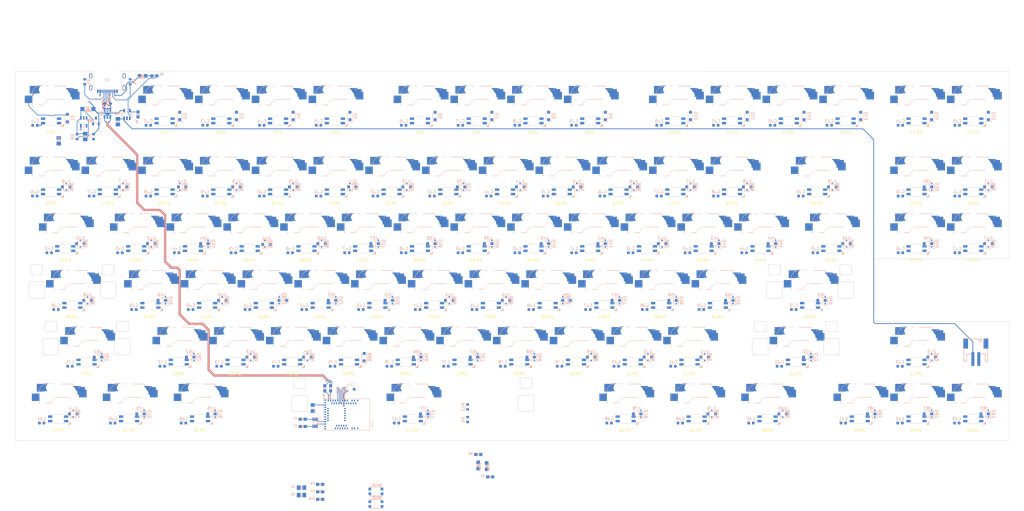
<source format=kicad_pcb>
(kicad_pcb (version 20221018) (generator pcbnew)
  (layers (0 "F.Cu" signal) (1 "In1.Cu" signal) (2 "In2.Cu" signal) (31 "B.Cu" signal) (34 "B.Paste" user) (35 "F.Paste" user) (36 "B.SilkS" user "B.Silkscreen") (37 "F.SilkS" user "F.Silkscreen") (38 "B.Mask" user) (39 "F.Mask" user) (44 "Edge.Cuts" user))
  (net 0 "")
  (net 1 "GND")
  (net 2 "VBUS")
  (net 3 "3.3V")
  (net 4 "VBAT")
  (net 5 "Net-(MDBT1-P0.00{slash}XL1)")
  (net 6 "Net-(MDBT1-P0.01{slash}XL2)")
  (net 7 "Net-(Q3-S)")
  (net 8 "/AREF")
  (net 9 "Net-(D+0-PadTP)")
  (net 10 "Net-(D-0-PadTP)")
  (net 11 "Net-(D102-PadA)")
  (net 12 "Net-(D103-PadC)")
  (net 13 "/LED2")
  (net 14 "Net-(D104-PadC)")
  (net 15 "/QSPI_CS")
  (net 16 "/QSPI_DATA1")
  (net 17 "/QSPI_DATA2")
  (net 18 "/QSPI_DATA0")
  (net 19 "/QSPI_SCK")
  (net 20 "/QSPI_DATA3")
  (net 21 "Net-(J1-CC1)")
  (net 23 "Net-(J1-CC2)")
  (net 25 "/DCCH")
  (net 26 "/NEOPIX")
  (net 31 "/LED1")
  (net 32 "/A5")
  (net 33 "/VDIV")
  (net 34 "/A4")
  (net 35 "/A3")
  (net 36 "/A2")
  (net 37 "/D10")
  (net 38 "/D9")
  (net 39 "/A0")
  (net 40 "/A1")
  (net 41 "/D11")
  (net 42 "/D6")
  (net 43 "/D12")
  (net 44 "/D5")
  (net 45 "/D13")
  (net 46 "/SCL")
  (net 47 "/SDA")
  (net 48 "/USBD+")
  (net 49 "/SCK")
  (net 50 "/MOSI")
  (net 51 "/MISO")
  (net 54 "/RXD")
  (net 55 "/TXD")
  (net 56 "/SWITCH")
  (net 58 "Net-(MDBT1-P0.09{slash}NFC1)")
  (net 60 "/D2")
  (net 67 "/RESET")
  (net 68 "/EN")
  (net 69 "Net-(U3-STAT)")
  (net 70 "Net-(U3-PROG)")
  (net 72 "Net-(D1-K)")
  (net 73 "Net-(D1-A)")
  (net 74 "Net-(D17-K)")
  (net 75 "Net-(D2-A)")
  (net 76 "Net-(D18-K)")
  (net 77 "Net-(D3-A)")
  (net 78 "Net-(D19-K)")
  (net 79 "Net-(D4-A)")
  (net 80 "Net-(D20-K)")
  (net 81 "Net-(D5-A)")
  (net 82 "Net-(D22-K)")
  (net 83 "Net-(D6-A)")
  (net 84 "Net-(D23-K)")
  (net 85 "Net-(D7-A)")
  (net 86 "Net-(D24-K)")
  (net 87 "Net-(D8-A)")
  (net 88 "Net-(D25-K)")
  (net 89 "Net-(D9-A)")
  (net 90 "Net-(D10-K)")
  (net 91 "Net-(D10-A)")
  (net 92 "Net-(D11-K)")
  (net 93 "Net-(D11-A)")
  (net 94 "Net-(D12-K)")
  (net 95 "Net-(D12-A)")
  (net 96 "Net-(D13-K)")
  (net 97 "Net-(D13-A)")
  (net 98 "Net-(D14-K)")
  (net 99 "Net-(D14-A)")
  (net 100 "Net-(D15-K)")
  (net 101 "Net-(D15-A)")
  (net 102 "Net-(D16-A)")
  (net 103 "Net-(D17-A)")
  (net 104 "Net-(D18-A)")
  (net 105 "Net-(D19-A)")
  (net 106 "Net-(D20-A)")
  (net 107 "Net-(D21-K)")
  (net 108 "Net-(D21-A)")
  (net 109 "Net-(D22-A)")
  (net 110 "Net-(D23-A)")
  (net 111 "Net-(D24-A)")
  (net 112 "Net-(D25-A)")
  (net 113 "Net-(D26-A)")
  (net 114 "Net-(D27-A)")
  (net 115 "Net-(D28-A)")
  (net 116 "Net-(D29-A)")
  (net 117 "Net-(D30-A)")
  (net 118 "Net-(D31-A)")
  (net 119 "Net-(D32-A)")
  (net 120 "Net-(D33-A)")
  (net 121 "Net-(D34-A)")
  (net 122 "Net-(D35-A)")
  (net 123 "Net-(D36-A)")
  (net 124 "Net-(D37-A)")
  (net 125 "Net-(D38-A)")
  (net 126 "Net-(D39-A)")
  (net 127 "Net-(D40-A)")
  (net 128 "Net-(D41-A)")
  (net 129 "Net-(D42-A)")
  (net 130 "Net-(D43-A)")
  (net 131 "Net-(D44-A)")
  (net 132 "Net-(D45-A)")
  (net 133 "Net-(D46-A)")
  (net 134 "Net-(D47-A)")
  (net 135 "Net-(D48-A)")
  (net 136 "Net-(D49-A)")
  (net 137 "Net-(D50-A)")
  (net 138 "Net-(D51-A)")
  (net 139 "Net-(D52-A)")
  (net 140 "Net-(D53-A)")
  (net 141 "Net-(D54-A)")
  (net 142 "Net-(D55-A)")
  (net 143 "Net-(D56-A)")
  (net 144 "Net-(D57-A)")
  (net 145 "Net-(D58-A)")
  (net 146 "Net-(D59-A)")
  (net 147 "Net-(D60-A)")
  (net 148 "Net-(D61-A)")
  (net 149 "Net-(D62-A)")
  (net 150 "Net-(D63-A)")
  (net 151 "Net-(D64-A)")
  (net 152 "Net-(D65-A)")
  (net 153 "Net-(D66-A)")
  (net 154 "Net-(D67-A)")
  (net 155 "Net-(D68-A)")
  (net 156 "Net-(D69-A)")
  (net 157 "Net-(D70-A)")
  (net 158 "Net-(D71-A)")
  (net 159 "Net-(D72-A)")
  (net 160 "Net-(D74-A)")
  (net 161 "Net-(D75-A)")
  (net 162 "Net-(D76-A)")
  (net 163 "Net-(D77-A)")
  (net 164 "Net-(D78-A)")
  (net 165 "Net-(D79-A)")
  (net 166 "Net-(D80-A)")
  (net 167 "Net-(D81-A)")
  (net 168 "Net-(D82-A)")
  (net 169 "Net-(D83-A)")
  (net 170 "Net-(SW1-Pad1)")
  (net 171 "Net-(SW16-Pad1)")
  (net 172 "Net-(SW32-Pad1)")
  (net 173 "Net-(SW48-Pad1)")
  (net 174 "Net-(SW61-Pad1)")
  (net 175 "Net-(SW74-Pad1)")
  (net 177 "/Keyboard_Matrix/NEOPIX")
  (net 178 "Net-(SW1B-DO)")
  (net 179 "Net-(SW2B-DO)")
  (net 180 "Net-(SW3B-DO)")
  (net 181 "Net-(SW4B-DO)")
  (net 182 "Net-(SW5B-DO)")
  (net 183 "Net-(SW6B-DO)")
  (net 184 "Net-(SW7B-DO)")
  (net 185 "Net-(SW8B-DO)")
  (net 186 "Net-(SW10B-DI)")
  (net 187 "Net-(SW10B-DO)")
  (net 188 "Net-(SW11B-DO)")
  (net 189 "Net-(SW12B-DO)")
  (net 190 "Net-(SW13B-DO)")
  (net 191 "Net-(SW14B-DO)")
  (net 192 "Net-(SW15B-DO)")
  (net 193 "Net-(SW16B-DO)")
  (net 194 "Net-(SW17B-DO)")
  (net 195 "Net-(SW18B-DO)")
  (net 196 "Net-(SW19B-DO)")
  (net 197 "Net-(SW20B-DO)")
  (net 198 "Net-(SW21B-DO)")
  (net 199 "Net-(SW22B-DO)")
  (net 200 "Net-(SW23B-DO)")
  (net 201 "Net-(SW24B-DO)")
  (net 202 "Net-(SW25B-DO)")
  (net 203 "Net-(SW26B-DO)")
  (net 204 "Net-(SW27B-DO)")
  (net 205 "Net-(SW28B-DO)")
  (net 206 "Net-(SW29B-DO)")
  (net 207 "Net-(SW30B-DO)")
  (net 208 "Net-(SW31B-DO)")
  (net 209 "Net-(SW32B-DO)")
  (net 210 "Net-(SW33B-DO)")
  (net 211 "Net-(SW34B-DO)")
  (net 212 "Net-(SW35B-DO)")
  (net 213 "Net-(SW36B-DO)")
  (net 214 "Net-(SW37B-DO)")
  (net 215 "Net-(SW38B-DO)")
  (net 216 "Net-(SW39B-DO)")
  (net 217 "Net-(SW40B-DO)")
  (net 218 "Net-(SW41B-DO)")
  (net 219 "Net-(SW42B-DO)")
  (net 220 "Net-(SW43B-DO)")
  (net 221 "Net-(SW44B-DO)")
  (net 222 "Net-(SW45B-DO)")
  (net 223 "Net-(SW46B-DO)")
  (net 224 "Net-(SW47B-DO)")
  (net 225 "Net-(SW48B-DO)")
  (net 226 "Net-(SW49B-DO)")
  (net 227 "Net-(SW50B-DO)")
  (net 228 "Net-(SW51B-DO)")
  (net 229 "Net-(SW52B-DO)")
  (net 230 "Net-(SW53B-DO)")
  (net 231 "Net-(SW54B-DO)")
  (net 232 "Net-(SW55B-DO)")
  (net 233 "Net-(SW56B-DO)")
  (net 234 "Net-(SW57B-DO)")
  (net 235 "Net-(SW58B-DO)")
  (net 236 "Net-(SW59B-DO)")
  (net 237 "Net-(SW60B-DO)")
  (net 238 "Net-(SW61B-DO)")
  (net 239 "Net-(SW62B-DO)")
  (net 240 "Net-(SW63B-DO)")
  (net 241 "Net-(SW64B-DO)")
  (net 242 "Net-(SW65B-DO)")
  (net 243 "Net-(SW66B-DO)")
  (net 244 "Net-(SW67B-DO)")
  (net 245 "Net-(SW68B-DO)")
  (net 246 "Net-(SW69B-DO)")
  (net 247 "Net-(SW70B-DO)")
  (net 248 "Net-(SW71B-DO)")
  (net 249 "Net-(SW72B-DO)")
  (net 250 "Net-(SW73B-DO)")
  (net 251 "Net-(SW74B-DO)")
  (net 252 "Net-(SW75B-DO)")
  (net 253 "Net-(SW76B-DO)")
  (net 254 "Net-(SW77B-DO)")
  (net 255 "Net-(SW78B-DO)")
  (net 256 "Net-(SW79B-DO)")
  (net 257 "Net-(SW80B-DO)")
  (net 258 "Net-(SW81B-DO)")
  (net 259 "Net-(SW82B-DO)")
  (net 262 "Net-(MDBT1-D-)")
  (net 263 "Net-(MDBT1-D+)")
  (net 264 "/USBD-")
  (footprint "fingerpunch:gateron-ks27-choc-v1-mx-hotswap" (layer "F.Cu") (at 302.133 48.3235 180)
    (fp_text reference "SW12")
    (fp_text value "~")
    (fp_line (start -1.699999 -3.996157) (end -1.699999 -5.401841) (stroke (width 0.1)) (layer "Edge.Cuts"))
    (fp_line (start -0.794452 -6.198999) (end 0.794452 -6.198999) (stroke (width 0.1)) (layer "Edge.Cuts"))
    (fp_line (start 0.794452 -3.199) (end -0.794453 -3.199) (stroke (width 0.1)) (layer "Edge.Cuts"))
    (fp_line (start 1.699999 -5.401841) (end 1.699999 -3.996157) (stroke (width 0.1)) (layer "Edge.Cuts"))
    (fp_arc (start -1.749484 -5.618719) (mid -1.712518 -5.513069) (end -1.699999 -5.401841) (stroke (width 0.1)) (layer "Edge.Cuts"))
    (fp_arc (start -1.749484 -5.618718) (mid -1.638069 -6.20303) (end -1.046711 -6.267298) (stroke (width 0.1)) (layer "Edge.Cuts"))
    (fp_arc (start -1.699999 -3.996156) (mid -1.712536 -3.884933) (end -1.749484 -3.779279) (stroke (width 0.1)) (layer "Edge.Cuts"))
    (fp_arc (start -1.046711 -3.130701) (mid -1.638094 -3.194939) (end -1.749484 -3.779279) (stroke (width 0.1)) (layer "Edge.Cuts"))
    (fp_arc (start -1.046711 -3.130701) (mid -0.92512 -3.181613) (end -0.794453 -3.199) (stroke (width 0.1)) (layer "Edge.Cuts"))
    (fp_arc (start -0.794452 -6.198999) (mid -0.925126 -6.216364) (end -1.046711 -6.267298) (stroke (width 0.1)) (layer "Edge.Cuts"))
    (fp_arc (start 0.794453 -3.198999) (mid 0.925127 -3.181635) (end 1.046711 -3.1307) (stroke (width 0.1)) (layer "Edge.Cuts"))
    (fp_arc (start 1.04671 -6.267298) (mid 0.925126 -6.216364) (end 0.794452 -6.198999) (stroke (width 0.1)) (layer "Edge.Cuts"))
    (fp_arc (start 1.046711 -6.267296) (mid 1.638105 -6.203049) (end 1.749484 -5.618719) (stroke (width 0.1)) (layer "Edge.Cuts"))
    (fp_arc (start 1.699999 -5.401842) (mid 1.712536 -5.513065) (end 1.749484 -5.618719) (stroke (width 0.1)) (layer "Edge.Cuts"))
    (fp_arc (start 1.749484 -3.779279) (mid 1.638067 -3.194969) (end 1.046711 -3.1307) (stroke (width 0.1)) (layer "Edge.Cuts"))
    (fp_arc (start 1.749484 -3.779279) (mid 1.71251 -3.884928) (end 1.699999 -3.996157) (stroke (width 0.1)) (layer "Edge.Cuts"))
  )
  (footprint "fingerpunch:gateron-ks27-choc-v1-mx-hotswap" (layer "F.Cu") (at 164.0205 110.236 180)
    (fp_text reference "SW53")
    (fp_text value "~")
    (fp_line (start -1.699999 -3.996157) (end -1.699999 -5.401841) (stroke (width 0.1)) (layer "Edge.Cuts"))
    (fp_line (start -0.794452 -6.198999) (end 0.794452 -6.198999) (stroke (width 0.1)) (layer "Edge.Cuts"))
    (fp_line (start 0.794452 -3.199) (end -0.794453 -3.199) (stroke (width 0.1)) (layer "Edge.Cuts"))
    (fp_line (start 1.699999 -5.401841) (end 1.699999 -3.996157) (stroke (width 0.1)) (layer "Edge.Cuts"))
    (fp_arc (start -1.749484 -5.618719) (mid -1.712518 -5.513069) (end -1.699999 -5.401841) (stroke (width 0.1)) (layer "Edge.Cuts"))
    (fp_arc (start -1.749484 -5.618718) (mid -1.638069 -6.20303) (end -1.046711 -6.267298) (stroke (width 0.1)) (layer "Edge.Cuts"))
    (fp_arc (start -1.699999 -3.996156) (mid -1.712536 -3.884933) (end -1.749484 -3.779279) (stroke (width 0.1)) (layer "Edge.Cuts"))
    (fp_arc (start -1.046711 -3.130701) (mid -1.638094 -3.194939) (end -1.749484 -3.779279) (stroke (width 0.1)) (layer "Edge.Cuts"))
    (fp_arc (start -1.046711 -3.130701) (mid -0.92512 -3.181613) (end -0.794453 -3.199) (stroke (width 0.1)) (layer "Edge.Cuts"))
    (fp_arc (start -0.794452 -6.198999) (mid -0.925126 -6.216364) (end -1.046711 -6.267298) (stroke (width 0.1)) (layer "Edge.Cuts"))
    (fp_arc (start 0.794453 -3.198999) (mid 0.925127 -3.181635) (end 1.046711 -3.1307) (stroke (width 0.1)) (layer "Edge.Cuts"))
    (fp_arc (start 1.04671 -6.267298) (mid 0.925126 -6.216364) (end 0.794452 -6.198999) (stroke (width 0.1)) (layer "Edge.Cuts"))
    (fp_arc (start 1.046711 -6.267296) (mid 1.638105 -6.203049) (end 1.749484 -5.618719) (stroke (width 0.1)) (layer "Edge.Cuts"))
    (fp_arc (start 1.699999 -5.401842) (mid 1.712536 -5.513065) (end 1.749484 -5.618719) (stroke (width 0.1)) (layer "Edge.Cuts"))
    (fp_arc (start 1.749484 -3.779279) (mid 1.638067 -3.194969) (end 1.046711 -3.1307) (stroke (width 0.1)) (layer "Edge.Cuts"))
    (fp_arc (start 1.749484 -3.779279) (mid 1.71251 -3.884928) (end 1.699999 -3.996157) (stroke (width 0.1)) (layer "Edge.Cuts"))
  )
  (footprint "fingerpunch:gateron-ks27-choc-v1-mx-hotswap" (layer "F.Cu") (at 202.1205 110.236 180)
    (fp_text reference "SW55")
    (fp_text value "~")
    (fp_line (start -1.699999 -3.996157) (end -1.699999 -5.401841) (stroke (width 0.1)) (layer "Edge.Cuts"))
    (fp_line (start -0.794452 -6.198999) (end 0.794452 -6.198999) (stroke (width 0.1)) (layer "Edge.Cuts"))
    (fp_line (start 0.794452 -3.199) (end -0.794453 -3.199) (stroke (width 0.1)) (layer "Edge.Cuts"))
    (fp_line (start 1.699999 -5.401841) (end 1.699999 -3.996157) (stroke (width 0.1)) (layer "Edge.Cuts"))
    (fp_arc (start -1.749484 -5.618719) (mid -1.712518 -5.513069) (end -1.699999 -5.401841) (stroke (width 0.1)) (layer "Edge.Cuts"))
    (fp_arc (start -1.749484 -5.618718) (mid -1.638069 -6.20303) (end -1.046711 -6.267298) (stroke (width 0.1)) (layer "Edge.Cuts"))
    (fp_arc (start -1.699999 -3.996156) (mid -1.712536 -3.884933) (end -1.749484 -3.779279) (stroke (width 0.1)) (layer "Edge.Cuts"))
    (fp_arc (start -1.046711 -3.130701) (mid -1.638094 -3.194939) (end -1.749484 -3.779279) (stroke (width 0.1)) (layer "Edge.Cuts"))
    (fp_arc (start -1.046711 -3.130701) (mid -0.92512 -3.181613) (end -0.794453 -3.199) (stroke (width 0.1)) (layer "Edge.Cuts"))
    (fp_arc (start -0.794452 -6.198999) (mid -0.925126 -6.216364) (end -1.046711 -6.267298) (stroke (width 0.1)) (layer "Edge.Cuts"))
    (fp_arc (start 0.794453 -3.198999) (mid 0.925127 -3.181635) (end 1.046711 -3.1307) (stroke (width 0.1)) (layer "Edge.Cuts"))
    (fp_arc (start 1.04671 -6.267298) (mid 0.925126 -6.216364) (end 0.794452 -6.198999) (stroke (width 0.1)) (layer "Edge.Cuts"))
    (fp_arc (start 1.046711 -6.267296) (mid 1.638105 -6.203049) (end 1.749484 -5.618719) (stroke (width 0.1)) (layer "Edge.Cuts"))
    (fp_arc (start 1.699999 -5.401842) (mid 1.712536 -5.513065) (end 1.749484 -5.618719) (stroke (width 0.1)) (layer "Edge.Cuts"))
    (fp_arc (start 1.749484 -3.779279) (mid 1.638067 -3.194969) (end 1.046711 -3.1307) (stroke (width 0.1)) (layer "Edge.Cuts"))
    (fp_arc (start 1.749484 -3.779279) (mid 1.71251 -3.884928) (end 1.699999 -3.996157) (stroke (width 0.1)) (layer "Edge.Cuts"))
  )
  (footprint "fingerpunch:gateron-ks27-choc-v1-mx-hotswap" (layer "F.Cu") (at 206.883 72.136 180)
    (fp_text reference "SW24")
    (fp_text value "~")
    (fp_line (start -1.699999 -3.996157) (end -1.699999 -5.401841) (stroke (width 0.1)) (layer "Edge.Cuts"))
    (fp_line (start -0.794452 -6.198999) (end 0.794452 -6.198999) (stroke (width 0.1)) (layer "Edge.Cuts"))
    (fp_line (start 0.794452 -3.199) (end -0.794453 -3.199) (stroke (width 0.1)) (layer "Edge.Cuts"))
    (fp_line (start 1.699999 -5.401841) (end 1.699999 -3.996157) (stroke (width 0.1)) (layer "Edge.Cuts"))
    (fp_arc (start -1.749484 -5.618719) (mid -1.712518 -5.513069) (end -1.699999 -5.401841) (stroke (width 0.1)) (layer "Edge.Cuts"))
    (fp_arc (start -1.749484 -5.618718) (mid -1.638069 -6.20303) (end -1.046711 -6.267298) (stroke (width 0.1)) (layer "Edge.Cuts"))
    (fp_arc (start -1.699999 -3.996156) (mid -1.712536 -3.884933) (end -1.749484 -3.779279) (stroke (width 0.1)) (layer "Edge.Cuts"))
    (fp_arc (start -1.046711 -3.130701) (mid -1.638094 -3.194939) (end -1.749484 -3.779279) (stroke (width 0.1)) (layer "Edge.Cuts"))
    (fp_arc (start -1.046711 -3.130701) (mid -0.92512 -3.181613) (end -0.794453 -3.199) (stroke (width 0.1)) (layer "Edge.Cuts"))
    (fp_arc (start -0.794452 -6.198999) (mid -0.925126 -6.216364) (end -1.046711 -6.267298) (stroke (width 0.1)) (layer "Edge.Cuts"))
    (fp_arc (start 0.794453 -3.198999) (mid 0.925127 -3.181635) (end 1.046711 -3.1307) (stroke (width 0.1)) (layer "Edge.Cuts"))
    (fp_arc (start 1.04671 -6.267298) (mid 0.925126 -6.216364) (end 0.794452 -6.198999) (stroke (width 0.1)) (layer "Edge.Cuts"))
    (fp_arc (start 1.046711 -6.267296) (mid 1.638105 -6.203049) (end 1.749484 -5.618719) (stroke (width 0.1)) (layer "Edge.Cuts"))
    (fp_arc (start 1.699999 -5.401842) (mid 1.712536 -5.513065) (end 1.749484 -5.618719) (stroke (width 0.1)) (layer "Edge.Cuts"))
    (fp_arc (start 1.749484 -3.779279) (mid 1.638067 -3.194969) (end 1.046711 -3.1307) (stroke (width 0.1)) (layer "Edge.Cuts"))
    (fp_arc (start 1.749484 -3.779279) (mid 1.71251 -3.884928) (end 1.699999 -3.996157) (stroke (width 0.1)) (layer "Edge.Cuts"))
  )
  (footprint "fingerpunch:gateron-ks27-choc-v1-mx-hotswap" (layer "F.Cu") (at 135.4455 129.286 180)
    (fp_text reference "SW64")
    (fp_text value "~")
    (fp_line (start -1.699999 -3.996157) (end -1.699999 -5.401841) (stroke (width 0.1)) (layer "Edge.Cuts"))
    (fp_line (start -0.794452 -6.198999) (end 0.794452 -6.198999) (stroke (width 0.1)) (layer "Edge.Cuts"))
    (fp_line (start 0.794452 -3.199) (end -0.794453 -3.199) (stroke (width 0.1)) (layer "Edge.Cuts"))
    (fp_line (start 1.699999 -5.401841) (end 1.699999 -3.996157) (stroke (width 0.1)) (layer "Edge.Cuts"))
    (fp_arc (start -1.749484 -5.618719) (mid -1.712518 -5.513069) (end -1.699999 -5.401841) (stroke (width 0.1)) (layer "Edge.Cuts"))
    (fp_arc (start -1.749484 -5.618718) (mid -1.638069 -6.20303) (end -1.046711 -6.267298) (stroke (width 0.1)) (layer "Edge.Cuts"))
    (fp_arc (start -1.699999 -3.996156) (mid -1.712536 -3.884933) (end -1.749484 -3.779279) (stroke (width 0.1)) (layer "Edge.Cuts"))
    (fp_arc (start -1.046711 -3.130701) (mid -1.638094 -3.194939) (end -1.749484 -3.779279) (stroke (width 0.1)) (layer "Edge.Cuts"))
    (fp_arc (start -1.046711 -3.130701) (mid -0.92512 -3.181613) (end -0.794453 -3.199) (stroke (width 0.1)) (layer "Edge.Cuts"))
    (fp_arc (start -0.794452 -6.198999) (mid -0.925126 -6.216364) (end -1.046711 -6.267298) (stroke (width 0.1)) (layer "Edge.Cuts"))
    (fp_arc (start 0.794453 -3.198999) (mid 0.925127 -3.181635) (end 1.046711 -3.1307) (stroke (width 0.1)) (layer "Edge.Cuts"))
    (fp_arc (start 1.04671 -6.267298) (mid 0.925126 -6.216364) (end 0.794452 -6.198999) (stroke (width 0.1)) (layer "Edge.Cuts"))
    (fp_arc (start 1.046711 -6.267296) (mid 1.638105 -6.203049) (end 1.749484 -5.618719) (stroke (width 0.1)) (layer "Edge.Cuts"))
    (fp_arc (start 1.699999 -5.401842) (mid 1.712536 -5.513065) (end 1.749484 -5.618719) (stroke (width 0.1)) (layer "Edge.Cuts"))
    (fp_arc (start 1.749484 -3.779279) (mid 1.638067 -3.194969) (end 1.046711 -3.1307) (stroke (width 0.1)) (layer "Edge.Cuts"))
    (fp_arc (start 1.749484 -3.779279) (mid 1.71251 -3.884928) (end 1.699999 -3.996157) (stroke (width 0.1)) (layer "Edge.Cuts"))
  )
  (footprint "fingerpunch:gateron-ks27-choc-v1-mx-hotswap" (layer "F.Cu") (at 121.158 91.186 180)
    (fp_text reference "SW35")
    (fp_text value "~")
    (fp_line (start -1.699999 -3.996157) (end -1.699999 -5.401841) (stroke (width 0.1)) (layer "Edge.Cuts"))
    (fp_line (start -0.794452 -6.198999) (end 0.794452 -6.198999) (stroke (width 0.1)) (layer "Edge.Cuts"))
    (fp_line (start 0.794452 -3.199) (end -0.794453 -3.199) (stroke (width 0.1)) (layer "Edge.Cuts"))
    (fp_line (start 1.699999 -5.401841) (end 1.699999 -3.996157) (stroke (width 0.1)) (layer "Edge.Cuts"))
    (fp_arc (start -1.749484 -5.618719) (mid -1.712518 -5.513069) (end -1.699999 -5.401841) (stroke (width 0.1)) (layer "Edge.Cuts"))
    (fp_arc (start -1.749484 -5.618718) (mid -1.638069 -6.20303) (end -1.046711 -6.267298) (stroke (width 0.1)) (layer "Edge.Cuts"))
    (fp_arc (start -1.699999 -3.996156) (mid -1.712536 -3.884933) (end -1.749484 -3.779279) (stroke (width 0.1)) (layer "Edge.Cuts"))
    (fp_arc (start -1.046711 -3.130701) (mid -1.638094 -3.194939) (end -1.749484 -3.779279) (stroke (width 0.1)) (layer "Edge.Cuts"))
    (fp_arc (start -1.046711 -3.130701) (mid -0.92512 -3.181613) (end -0.794453 -3.199) (stroke (width 0.1)) (layer "Edge.Cuts"))
    (fp_arc (start -0.794452 -6.198999) (mid -0.925126 -6.216364) (end -1.046711 -6.267298) (stroke (width 0.1)) (layer "Edge.Cuts"))
    (fp_arc (start 0.794453 -3.198999) (mid 0.925127 -3.181635) (end 1.046711 -3.1307) (stroke (width 0.1)) (layer "Edge.Cuts"))
    (fp_arc (start 1.04671 -6.267298) (mid 0.925126 -6.216364) (end 0.794452 -6.198999) (stroke (width 0.1)) (layer "Edge.Cuts"))
    (fp_arc (start 1.046711 -6.267296) (mid 1.638105 -6.203049) (end 1.749484 -5.618719) (stroke (width 0.1)) (layer "Edge.Cuts"))
    (fp_arc (start 1.699999 -5.401842) (mid 1.712536 -5.513065) (end 1.749484 -5.618719) (stroke (width 0.1)) (layer "Edge.Cuts"))
    (fp_arc (start 1.749484 -3.779279) (mid 1.638067 -3.194969) (end 1.046711 -3.1307) (stroke (width 0.1)) (layer "Edge.Cuts"))
    (fp_arc (start 1.749484 -3.779279) (mid 1.71251 -3.884928) (end 1.699999 -3.996157) (stroke (width 0.1)) (layer "Edge.Cuts"))
  )
  (footprint "fingerpunch:gateron-ks27-choc-v1-mx-hotswap" (layer "F.Cu") (at 66.38925 129.286 180)
    (fp_text reference "SW61")
    (fp_text value "~")
    (fp_line (start -1.699999 -3.996157) (end -1.699999 -5.401841) (stroke (width 0.1)) (layer "Edge.Cuts"))
    (fp_line (start -0.794452 -6.198999) (end 0.794452 -6.198999) (stroke (width 0.1)) (layer "Edge.Cuts"))
    (fp_line (start 0.794452 -3.199) (end -0.794453 -3.199) (stroke (width 0.1)) (layer "Edge.Cuts"))
    (fp_line (start 1.699999 -5.401841) (end 1.699999 -3.996157) (stroke (width 0.1)) (layer "Edge.Cuts"))
    (fp_arc (start -1.749484 -5.618719) (mid -1.712518 -5.513069) (end -1.699999 -5.401841) (stroke (width 0.1)) (layer "Edge.Cuts"))
    (fp_arc (start -1.749484 -5.618718) (mid -1.638069 -6.20303) (end -1.046711 -6.267298) (stroke (width 0.1)) (layer "Edge.Cuts"))
    (fp_arc (start -1.699999 -3.996156) (mid -1.712536 -3.884933) (end -1.749484 -3.779279) (stroke (width 0.1)) (layer "Edge.Cuts"))
    (fp_arc (start -1.046711 -3.130701) (mid -1.638094 -3.194939) (end -1.749484 -3.779279) (stroke (width 0.1)) (layer "Edge.Cuts"))
    (fp_arc (start -1.046711 -3.130701) (mid -0.92512 -3.181613) (end -0.794453 -3.199) (stroke (width 0.1)) (layer "Edge.Cuts"))
    (fp_arc (start -0.794452 -6.198999) (mid -0.925126 -6.216364) (end -1.046711 -6.267298) (stroke (width 0.1)) (layer "Edge.Cuts"))
    (fp_arc (start 0.794453 -3.198999) (mid 0.925127 -3.181635) (end 1.046711 -3.1307) (stroke (width 0.1)) (layer "Edge.Cuts"))
    (fp_arc (start 1.04671 -6.267298) (mid 0.925126 -6.216364) (end 0.794452 -6.198999) (stroke (width 0.1)) (layer "Edge.Cuts"))
    (fp_arc (start 1.046711 -6.267296) (mid 1.638105 -6.203049) (end 1.749484 -5.618719) (stroke (width 0.1)) (layer "Edge.Cuts"))
    (fp_arc (start 1.699999 -5.401842) (mid 1.712536 -5.513065) (end 1.749484 -5.618719) (stroke (width 0.1)) (layer "Edge.Cuts"))
    (fp_arc (start 1.749484 -3.779279) (mid 1.638067 -3.194969) (end 1.046711 -3.1307) (stroke (width 0.1)) (layer "Edge.Cuts"))
    (fp_arc (start 1.749484 -3.779279) (mid 1.71251 -3.884928) (end 1.699999 -3.996157) (stroke (width 0.1)) (layer "Edge.Cuts"))
  )
  (footprint "fingerpunch:gateron-ks27-choc-v1-mx-hotswap" (layer "F.Cu") (at 111.633 72.136 180)
    (fp_text reference "SW19")
    (fp_text value "~")
    (fp_line (start -1.699999 -3.996157) (end -1.699999 -5.401841) (stroke (width 0.1)) (layer "Edge.Cuts"))
    (fp_line (start -0.794452 -6.198999) (end 0.794452 -6.198999) (stroke (width 0.1)) (layer "Edge.Cuts"))
    (fp_line (start 0.794452 -3.199) (end -0.794453 -3.199) (stroke (width 0.1)) (layer "Edge.Cuts"))
    (fp_line (start 1.699999 -5.401841) (end 1.699999 -3.996157) (stroke (width 0.1)) (layer "Edge.Cuts"))
    (fp_arc (start -1.749484 -5.618719) (mid -1.712518 -5.513069) (end -1.699999 -5.401841) (stroke (width 0.1)) (layer "Edge.Cuts"))
    (fp_arc (start -1.749484 -5.618718) (mid -1.638069 -6.20303) (end -1.046711 -6.267298) (stroke (width 0.1)) (layer "Edge.Cuts"))
    (fp_arc (start -1.699999 -3.996156) (mid -1.712536 -3.884933) (end -1.749484 -3.779279) (stroke (width 0.1)) (layer "Edge.Cuts"))
    (fp_arc (start -1.046711 -3.130701) (mid -1.638094 -3.194939) (end -1.749484 -3.779279) (stroke (width 0.1)) (layer "Edge.Cuts"))
    (fp_arc (start -1.046711 -3.130701) (mid -0.92512 -3.181613) (end -0.794453 -3.199) (stroke (width 0.1)) (layer "Edge.Cuts"))
    (fp_arc (start -0.794452 -6.198999) (mid -0.925126 -6.216364) (end -1.046711 -6.267298) (stroke (width 0.1)) (layer "Edge.Cuts"))
    (fp_arc (start 0.794453 -3.198999) (mid 0.925127 -3.181635) (end 1.046711 -3.1307) (stroke (width 0.1)) (layer "Edge.Cuts"))
    (fp_arc (start 1.04671 -6.267298) (mid 0.925126 -6.216364) (end 0.794452 -6.198999) (stroke (width 0.1)) (layer "Edge.Cuts"))
    (fp_arc (start 1.046711 -6.267296) (mid 1.638105 -6.203049) (end 1.749484 -5.618719) (stroke (width 0.1)) (layer "Edge.Cuts"))
    (fp_arc (start 1.699999 -5.401842) (mid 1.712536 -5.513065) (end 1.749484 -5.618719) (stroke (width 0.1)) (layer "Edge.Cuts"))
    (fp_arc (start 1.749484 -3.779279) (mid 1.638067 -3.194969) (end 1.046711 -3.1307) (stroke (width 0.1)) (layer "Edge.Cuts"))
    (fp_arc (start 1.749484 -3.779279) (mid 1.71251 -3.884928) (end 1.699999 -3.996157) (stroke (width 0.1)) (layer "Edge.Cuts"))
  )
  (footprint "marbastlib-mx:STAB_MX_2u" (layer "F.Cu") (at 61.62675 110.236)
    (fp_text reference "REF**" hide)
    (fp_text value "STAB_MX_2u" hide)
  )
  (footprint "fingerpunch:gateron-ks27-choc-v1-mx-hotswap" (layer "F.Cu") (at 83.058 91.186 180)
    (fp_text reference "SW33")
    (fp_text value "~")
    (fp_line (start -1.699999 -3.996157) (end -1.699999 -5.401841) (stroke (width 0.1)) (layer "Edge.Cuts"))
    (fp_line (start -0.794452 -6.198999) (end 0.794452 -6.198999) (stroke (width 0.1)) (layer "Edge.Cuts"))
    (fp_line (start 0.794452 -3.199) (end -0.794453 -3.199) (stroke (width 0.1)) (layer "Edge.Cuts"))
    (fp_line (start 1.699999 -5.401841) (end 1.699999 -3.996157) (stroke (width 0.1)) (layer "Edge.Cuts"))
    (fp_arc (start -1.749484 -5.618719) (mid -1.712518 -5.513069) (end -1.699999 -5.401841) (stroke (width 0.1)) (layer "Edge.Cuts"))
    (fp_arc (start -1.749484 -5.618718) (mid -1.638069 -6.20303) (end -1.046711 -6.267298) (stroke (width 0.1)) (layer "Edge.Cuts"))
    (fp_arc (start -1.699999 -3.996156) (mid -1.712536 -3.884933) (end -1.749484 -3.779279) (stroke (width 0.1)) (layer "Edge.Cuts"))
    (fp_arc (start -1.046711 -3.130701) (mid -1.638094 -3.194939) (end -1.749484 -3.779279) (stroke (width 0.1)) (layer "Edge.Cuts"))
    (fp_arc (start -1.046711 -3.130701) (mid -0.92512 -3.181613) (end -0.794453 -3.199) (stroke (width 0.1)) (layer "Edge.Cuts"))
    (fp_arc (start -0.794452 -6.198999) (mid -0.925126 -6.216364) (end -1.046711 -6.267298) (stroke (width 0.1)) (layer "Edge.Cuts"))
    (fp_arc (start 0.794453 -3.198999) (mid 0.925127 -3.181635) (end 1.046711 -3.1307) (stroke (width 0.1)) (layer "Edge.Cuts"))
    (fp_arc (start 1.04671 -6.267298) (mid 0.925126 -6.216364) (end 0.794452 -6.198999) (stroke (width 0.1)) (layer "Edge.Cuts"))
    (fp_arc (start 1.046711 -6.267296) (mid 1.638105 -6.203049) (end 1.749484 -5.618719) (stroke (width 0.1)) (layer "Edge.Cuts"))
    (fp_arc (start 1.699999 -5.401842) (mid 1.712536 -5.513065) (end 1.749484 -5.618719) (stroke (width 0.1)) (layer "Edge.Cuts"))
    (fp_arc (start 1.749484 -3.779279) (mid 1.638067 -3.194969) (end 1.046711 -3.1307) (stroke (width 0.1)) (layer "Edge.Cuts"))
    (fp_arc (start 1.749484 -3.779279) (mid 1.71251 -3.884928) (end 1.699999 -3.996157) (stroke (width 0.1)) (layer "Edge.Cuts"))
  )
  (footprint "fingerpunch:gateron-ks27-choc-v1-mx-hotswap" (layer "F.Cu") (at 273.558 91.186 180)
    (fp_text reference "SW43")
    (fp_text value "~")
    (fp_line (start -1.699999 -3.996157) (end -1.699999 -5.401841) (stroke (width 0.1)) (layer "Edge.Cuts"))
    (fp_line (start -0.794452 -6.198999) (end 0.794452 -6.198999) (stroke (width 0.1)) (layer "Edge.Cuts"))
    (fp_line (start 0.794452 -3.199) (end -0.794453 -3.199) (stroke (width 0.1)) (layer "Edge.Cuts"))
    (fp_line (start 1.699999 -5.401841) (end 1.699999 -3.996157) (stroke (width 0.1)) (layer "Edge.Cuts"))
    (fp_arc (start -1.749484 -5.618719) (mid -1.712518 -5.513069) (end -1.699999 -5.401841) (stroke (width 0.1)) (layer "Edge.Cuts"))
    (fp_arc (start -1.749484 -5.618718) (mid -1.638069 -6.20303) (end -1.046711 -6.267298) (stroke (width 0.1)) (layer "Edge.Cuts"))
    (fp_arc (start -1.699999 -3.996156) (mid -1.712536 -3.884933) (end -1.749484 -3.779279) (stroke (width 0.1)) (layer "Edge.Cuts"))
    (fp_arc (start -1.046711 -3.130701) (mid -1.638094 -3.194939) (end -1.749484 -3.779279) (stroke (width 0.1)) (layer "Edge.Cuts"))
    (fp_arc (start -1.046711 -3.130701) (mid -0.92512 -3.181613) (end -0.794453 -3.199) (stroke (width 0.1)) (layer "Edge.Cuts"))
    (fp_arc (start -0.794452 -6.198999) (mid -0.925126 -6.216364) (end -1.046711 -6.267298) (stroke (width 0.1)) (layer "Edge.Cuts"))
    (fp_arc (start 0.794453 -3.198999) (mid 0.925127 -3.181635) (end 1.046711 -3.1307) (stroke (width 0.1)) (layer "Edge.Cuts"))
    (fp_arc (start 1.04671 -6.267298) (mid 0.925126 -6.216364) (end 0.794452 -6.198999) (stroke (width 0.1)) (layer "Edge.Cuts"))
    (fp_arc (start 1.046711 -6.267296) (mid 1.638105 -6.203049) (end 1.749484 -5.618719) (stroke (width 0.1)) (layer "Edge.Cuts"))
    (fp_arc (start 1.699999 -5.401842) (mid 1.712536 -5.513065) (end 1.749484 -5.618719) (stroke (width 0.1)) (layer "Edge.Cuts"))
    (fp_arc (start 1.749484 -3.779279) (mid 1.638067 -3.194969) (end 1.046711 -3.1307) (stroke (width 0.1)) (layer "Edge.Cuts"))
    (fp_arc (start 1.749484 -3.779279) (mid 1.71251 -3.884928) (end 1.699999 -3.996157) (stroke (width 0.1)) (layer "Edge.Cuts"))
  )
  (footprint "fingerpunch:gateron-ks27-choc-v1-mx-hotswap" (layer "F.Cu") (at 173.5455 129.286 180)
    (fp_text reference "SW66")
    (fp_text value "~")
    (fp_line (start -1.699999 -3.996157) (end -1.699999 -5.401841) (stroke (width 0.1)) (layer "Edge.Cuts"))
    (fp_line (start -0.794452 -6.198999) (end 0.794452 -6.198999) (stroke (width 0.1)) (layer "Edge.Cuts"))
    (fp_line (start 0.794452 -3.199) (end -0.794453 -3.199) (stroke (width 0.1)) (layer "Edge.Cuts"))
    (fp_line (start 1.699999 -5.401841) (end 1.699999 -3.996157) (stroke (width 0.1)) (layer "Edge.Cuts"))
    (fp_arc (start -1.749484 -5.618719) (mid -1.712518 -5.513069) (end -1.699999 -5.401841) (stroke (width 0.1)) (layer "Edge.Cuts"))
    (fp_arc (start -1.749484 -5.618718) (mid -1.638069 -6.20303) (end -1.046711 -6.267298) (stroke (width 0.1)) (layer "Edge.Cuts"))
    (fp_arc (start -1.699999 -3.996156) (mid -1.712536 -3.884933) (end -1.749484 -3.779279) (stroke (width 0.1)) (layer "Edge.Cuts"))
    (fp_arc (start -1.046711 -3.130701) (mid -1.638094 -3.194939) (end -1.749484 -3.779279) (stroke (width 0.1)) (layer "Edge.Cuts"))
    (fp_arc (start -1.046711 -3.130701) (mid -0.92512 -3.181613) (end -0.794453 -3.199) (stroke (width 0.1)) (layer "Edge.Cuts"))
    (fp_arc (start -0.794452 -6.198999) (mid -0.925126 -6.216364) (end -1.046711 -6.267298) (stroke (width 0.1)) (layer "Edge.Cuts"))
    (fp_arc (start 0.794453 -3.198999) (mid 0.925127 -3.181635) (end 1.046711 -3.1307) (stroke (width 0.1)) (layer "Edge.Cuts"))
    (fp_arc (start 1.04671 -6.267298) (mid 0.925126 -6.216364) (end 0.794452 -6.198999) (stroke (width 0.1)) (layer "Edge.Cuts"))
    (fp_arc (start 1.046711 -6.267296) (mid 1.638105 -6.203049) (end 1.749484 -5.618719) (stroke (width 0.1)) (layer "Edge.Cuts"))
    (fp_arc (start 1.699999 -5.401842) (mid 1.712536 -5.513065) (end 1.749484 -5.618719) (stroke (width 0.1)) (layer "Edge.Cuts"))
    (fp_arc (start 1.749484 -3.779279) (mid 1.638067 -3.194969) (end 1.046711 -3.1307) (stroke (width 0.1)) (layer "Edge.Cuts"))
    (fp_arc (start 1.749484 -3.779279) (mid 1.71251 -3.884928) (end 1.699999 -3.996157) (stroke (width 0.1)) (layer "Edge.Cuts"))
  )
  (footprint "fingerpunch:gateron-ks27-choc-v1-mx-hotswap" (layer "F.Cu") (at 87.8205 110.236 180)
    (fp_text reference "SW49")
    (fp_text value "~")
    (fp_line (start -1.699999 -3.996157) (end -1.699999 -5.401841) (stroke (width 0.1)) (layer "Edge.Cuts"))
    (fp_line (start -0.794452 -6.198999) (end 0.794452 -6.198999) (stroke (width 0.1)) (layer "Edge.Cuts"))
    (fp_line (start 0.794452 -3.199) (end -0.794453 -3.199) (stroke (width 0.1)) (layer "Edge.Cuts"))
    (fp_line (start 1.699999 -5.401841) (end 1.699999 -3.996157) (stroke (width 0.1)) (layer "Edge.Cuts"))
    (fp_arc (start -1.749484 -5.618719) (mid -1.712518 -5.513069) (end -1.699999 -5.401841) (stroke (width 0.1)) (layer "Edge.Cuts"))
    (fp_arc (start -1.749484 -5.618718) (mid -1.638069 -6.20303) (end -1.046711 -6.267298) (stroke (width 0.1)) (layer "Edge.Cuts"))
    (fp_arc (start -1.699999 -3.996156) (mid -1.712536 -3.884933) (end -1.749484 -3.779279) (stroke (width 0.1)) (layer "Edge.Cuts"))
    (fp_arc (start -1.046711 -3.130701) (mid -1.638094 -3.194939) (end -1.749484 -3.779279) (stroke (width 0.1)) (layer "Edge.Cuts"))
    (fp_arc (start -1.046711 -3.130701) (mid -0.92512 -3.181613) (end -0.794453 -3.199) (stroke (width 0.1)) (layer "Edge.Cuts"))
    (fp_arc (start -0.794452 -6.198999) (mid -0.925126 -6.216364) (end -1.046711 -6.267298) (stroke (width 0.1)) (layer "Edge.Cuts"))
    (fp_arc (start 0.794453 -3.198999) (mid 0.925127 -3.181635) (end 1.046711 -3.1307) (stroke (width 0.1)) (layer "Edge.Cuts"))
    (fp_arc (start 1.04671 -6.267298) (mid 0.925126 -6.216364) (end 0.794452 -6.198999) (stroke (width 0.1)) (layer "Edge.Cuts"))
    (fp_arc (start 1.046711 -6.267296) (mid 1.638105 -6.203049) (end 1.749484 -5.618719) (stroke (width 0.1)) (layer "Edge.Cuts"))
    (fp_arc (start 1.699999 -5.401842) (mid 1.712536 -5.513065) (end 1.749484 -5.618719) (stroke (width 0.1)) (layer "Edge.Cuts"))
    (fp_arc (start 1.749484 -3.779279) (mid 1.638067 -3.194969) (end 1.046711 -3.1307) (stroke (width 0.1)) (layer "Edge.Cuts"))
    (fp_arc (start 1.749484 -3.779279) (mid 1.71251 -3.884928) (end 1.699999 -3.996157) (stroke (width 0.1)) (layer "Edge.Cuts"))
  )
  (footprint "marbastlib-xp-choc:STAB_choc_6.25u" (layer "F.Cu") (at 175.9 148.3)
    (fp_text reference "REF**" hide)
    (fp_text value "STAB_choc_6.25u" hide)
    (fp_line (start -40.65 1.8) (end -40.65 -2.7) (stroke (width 0.12)) (layer "Edge.Cuts"))
    (fp_line (start -40.15 -3.2) (end -35.85 -3.2) (stroke (width 0.12)) (layer "Edge.Cuts"))
    (fp_line (start -40.15 2.3) (end -35.85 2.3) (stroke (width 0.12)) (layer "Edge.Cuts"))
    (fp_line (start -40 -6) (end -40 -8.5) (stroke (width 0.12)) (layer "Edge.Cuts"))
    (fp_line (start -39.5 -9) (end -36.5 -9) (stroke (width 0.12)) (layer "Edge.Cuts"))
    (fp_line (start -39.5 -5.5) (end -36.5 -5.5) (stroke (width 0.12)) (layer "Edge.Cuts"))
    (fp_line (start -36 -6) (end -36 -8.5) (stroke (width 0.12)) (layer "Edge.Cuts"))
    (fp_line (start -35.35 1.8) (end -35.35 -2.7) (stroke (width 0.12)) (layer "Edge.Cuts"))
    (fp_line (start 35.35 1.8) (end 35.35 -2.7) (stroke (width 0.12)) (layer "Edge.Cuts"))
    (fp_line (start 36 -6) (end 36 -8.5) (stroke (width 0.12)) (layer "Edge.Cuts"))
    (fp_line (start 39.5 -9) (end 36.5 -9) (stroke (width 0.12)) (layer "Edge.Cuts"))
    (fp_line (start 39.5 -5.5) (end 36.5 -5.5) (stroke (width 0.12)) (layer "Edge.Cuts"))
    (fp_line (start 40 -6) (end 40 -8.5) (stroke (width 0.12)) (layer "Edge.Cuts"))
    (fp_line (start 40.15 -3.2) (end 35.85 -3.2) (stroke (width 0.12)) (layer "Edge.Cuts"))
    (fp_line (start 40.15 2.3) (end 35.85 2.3) (stroke (width 0.12)) (layer "Edge.Cuts"))
    (fp_line (start 40.65 1.8) (end 40.65 -2.7) (stroke (width 0.12)) (layer "Edge.Cuts"))
    (fp_arc (start -40.65 -2.7) (mid -40.503553 -3.053553) (end -40.15 -3.2) (stroke (width 0.12)) (layer "Edge.Cuts"))
    (fp_arc (start -40.15 2.3) (mid -40.503553 2.153553) (end -40.65 1.8) (stroke (width 0.12)) (layer "Edge.Cuts"))
    (fp_arc (start -40 -8.5) (mid -39.853553 -8.853553) (end -39.5 -9) (stroke (width 0.12)) (layer "Edge.Cuts"))
    (fp_arc (start -39.5 -5.5) (mid -39.853553 -5.646447) (end -40 -6) (stroke (width 0.12)) (layer "Edge.Cuts"))
    (fp_arc (start -36.5 -9) (mid -36.146447 -8.853553) (end -36 -8.5) (stroke (width 0.12)) (layer "Edge.Cuts"))
    (fp_arc (start -36 -6) (mid -36.146447 -5.646447) (end -36.5 -5.5) (stroke (width 0.12)) (layer "Edge.Cuts"))
    (fp_arc (start -35.85 -3.2) (mid -35.496447 -3.053553) (end -35.35 -2.7) (stroke (width 0.12)) (layer "Edge.Cuts"))
    (fp_arc (start -35.35 1.8) (mid -35.496447 2.153553) (end -35.85 2.3) (stroke (width 0.12)) (layer "Edge.Cuts"))
    (fp_arc (start 35.35 -2.7) (mid 35.496447 -3.053553) (end 35.85 -3.2) (stroke (width 0.12)) (layer "Edge.Cuts"))
    (fp_arc (start 35.85 2.3) (mid 35.496447 2.153553) (end 35.35 1.8) (stroke (width 0.12)) (layer "Edge.Cuts"))
    (fp_arc (start 36 -8.5) (mid 36.146447 -8.853553) (end 36.5 -9) (stroke (width 0.12)) (layer "Edge.Cuts"))
    (fp_arc (start 36.5 -5.5) (mid 36.146447 -5.646447) (end 36 -6) (stroke (width 0.12)) (layer "Edge.Cuts"))
    (fp_arc (start 39.5 -9) (mid 39.853553 -8.853553) (end 40 -8.5) (stroke (width 0.12)) (layer "Edge.Cuts"))
    (fp_arc (start 40 -6) (mid 39.853553 -5.646447) (end 39.5 -5.5) (stroke (width 0.12)) (layer "Edge.Cuts"))
    (fp_arc (start 40.15 -3.2) (mid 40.503553 -3.053553) (end 40.65 -2.7) (stroke (width 0.12)) (layer "Edge.Cuts"))
    (fp_arc (start 40.65 1.8) (mid 40.503553 2.153553) (end 40.15 2.3) (stroke (width 0.12)) (layer "Edge.Cuts"))
  )
  (footprint "marbastlib-xp-choc:STAB_choc_2u" (layer "F.Cu") (at 61.62675 110.236)
    (fp_text reference "REF**" hide)
    (fp_text value "STAB_choc_2u" hide)
    (fp_line (start -14.65 1.8) (end -14.65 -2.7) (stroke (width 0.12)) (layer "Edge.Cuts"))
    (fp_line (start -14.15 -3.2) (end -9.85 -3.2) (stroke (width 0.12)) (layer "Edge.Cuts"))
    (fp_line (start -14.15 2.3) (end -9.85 2.3) (stroke (width 0.12)) (layer "Edge.Cuts"))
    (fp_line (start -14 -6) (end -14 -8.5) (stroke (width 0.12)) (layer "Edge.Cuts"))
    (fp_line (start -13.5 -9) (end -10.5 -9) (stroke (width 0.12)) (layer "Edge.Cuts"))
    (fp_line (start -13.5 -5.5) (end -10.5 -5.5) (stroke (width 0.12)) (layer "Edge.Cuts"))
    (fp_line (start -10 -6) (end -10 -8.5) (stroke (width 0.12)) (layer "Edge.Cuts"))
    (fp_line (start -9.35 1.8) (end -9.35 -2.7) (stroke (width 0.12)) (layer "Edge.Cuts"))
    (fp_line (start 9.35 1.8) (end 9.35 -2.7) (stroke (width 0.12)) (layer "Edge.Cuts"))
    (fp_line (start 10 -6) (end 10 -8.5) (stroke (width 0.12)) (layer "Edge.Cuts"))
    (fp_line (start 13.5 -9) (end 10.5 -9) (stroke (width 0.12)) (layer "Edge.Cuts"))
    (fp_line (start 13.5 -5.5) (end 10.5 -5.5) (stroke (width 0.12)) (layer "Edge.Cuts"))
    (fp_line (start 14 -6) (end 14 -8.5) (stroke (width 0.12)) (layer "Edge.Cuts"))
    (fp_line (start 14.15 -3.2) (end 9.85 -3.2) (stroke (width 0.12)) (layer "Edge.Cuts"))
    (fp_line (start 14.15 2.3) (end 9.85 2.3) (stroke (width 0.12)) (layer "Edge.Cuts"))
    (fp_line (start 14.65 1.8) (end 14.65 -2.7) (stroke (width 0.12)) (layer "Edge.Cuts"))
    (fp_arc (start -14.65 -2.7) (mid -14.503553 -3.053553) (end -14.15 -3.2) (stroke (width 0.12)) (layer "Edge.Cuts"))
    (fp_arc (start -14.15 2.3) (mid -14.503553 2.153553) (end -14.65 1.8) (stroke (width 0.12)) (layer "Edge.Cuts"))
    (fp_arc (start -14 -8.5) (mid -13.853553 -8.853553) (end -13.5 -9) (stroke (width 0.12)) (layer "Edge.Cuts"))
    (fp_arc (start -13.5 -5.5) (mid -13.853553 -5.646447) (end -14 -6) (stroke (width 0.12)) (layer "Edge.Cuts"))
    (fp_arc (start -10.5 -9) (mid -10.146447 -8.853553) (end -10 -8.5) (stroke (width 0.12)) (layer "Edge.Cuts"))
    (fp_arc (start -10 -6) (mid -10.146447 -5.646447) (end -10.5 -5.5) (stroke (width 0.12)) (layer "Edge.Cuts"))
    (fp_arc (start -9.85 -3.2) (mid -9.496447 -3.053553) (end -9.35 -2.7) (stroke (width 0.12)) (layer "Edge.Cuts"))
    (fp_arc (start -9.35 1.8) (mid -9.496447 2.153553) (end -9.85 2.3) (stroke (width 0.12)) (layer "Edge.Cuts"))
    (fp_arc (start 9.35 -2.7) (mid 9.496447 -3.053553) (end 9.85 -3.2) (stroke (width 0.12)) (layer "Edge.Cuts"))
    (fp_arc (start 9.85 2.3) (mid 9.496447 2.153553) (end 9.35 1.8) (stroke (width 0.12)) (layer "Edge.Cuts"))
    (fp_arc (start 10 -8.5) (mid 10.146447 -8.853553) (end 10.5 -9) (stroke (width 0.12)) (layer "Edge.Cuts"))
    (fp_arc (start 10.5 -5.5) (mid 10.146447 -5.646447) (end 10 -6) (stroke (width 0.12)) (layer "Edge.Cuts"))
    (fp_arc (start 13.5 -9) (mid 13.853553 -8.853553) (end 14 -8.5) (stroke (width 0.12)) (layer "Edge.Cuts"))
    (fp_arc (start 14 -6) (mid 13.853553 -5.646447) (end 13.5 -5.5) (stroke (width 0.12)) (layer "Edge.Cuts"))
    (fp_arc (start 14.15 -3.2) (mid 14.503553 -3.053553) (end 14.65 -2.7) (stroke (width 0.12)) (layer "Edge.Cuts"))
    (fp_arc (start 14.65 1.8) (mid 14.503553 2.153553) (end 14.15 2.3) (stroke (width 0.12)) (layer "Edge.Cuts"))
  )
  (footprint "fingerpunch:gateron-ks27-choc-v1-mx-hotswap" (layer "F.Cu") (at 311.658 72.136 180)
    (fp_text reference "SW29")
    (fp_text value "~")
    (fp_line (start -1.699999 -3.996157) (end -1.699999 -5.401841) (stroke (width 0.1)) (layer "Edge.Cuts"))
    (fp_line (start -0.794452 -6.198999) (end 0.794452 -6.198999) (stroke (width 0.1)) (layer "Edge.Cuts"))
    (fp_line (start 0.794452 -3.199) (end -0.794453 -3.199) (stroke (width 0.1)) (layer "Edge.Cuts"))
    (fp_line (start 1.699999 -5.401841) (end 1.699999 -3.996157) (stroke (width 0.1)) (layer "Edge.Cuts"))
    (fp_arc (start -1.749484 -5.618719) (mid -1.712518 -5.513069) (end -1.699999 -5.401841) (stroke (width 0.1)) (layer "Edge.Cuts"))
    (fp_arc (start -1.749484 -5.618718) (mid -1.638069 -6.20303) (end -1.046711 -6.267298) (stroke (width 0.1)) (layer "Edge.Cuts"))
    (fp_arc (start -1.699999 -3.996156) (mid -1.712536 -3.884933) (end -1.749484 -3.779279) (stroke (width 0.1)) (layer "Edge.Cuts"))
    (fp_arc (start -1.046711 -3.130701) (mid -1.638094 -3.194939) (end -1.749484 -3.779279) (stroke (width 0.1)) (layer "Edge.Cuts"))
    (fp_arc (start -1.046711 -3.130701) (mid -0.92512 -3.181613) (end -0.794453 -3.199) (stroke (width 0.1)) (layer "Edge.Cuts"))
    (fp_arc (start -0.794452 -6.198999) (mid -0.925126 -6.216364) (end -1.046711 -6.267298) (stroke (width 0.1)) (layer "Edge.Cuts"))
    (fp_arc (start 0.794453 -3.198999) (mid 0.925127 -3.181635) (end 1.046711 -3.1307) (stroke (width 0.1)) (layer "Edge.Cuts"))
    (fp_arc (start 1.04671 -6.267298) (mid 0.925126 -6.216364) (end 0.794452 -6.198999) (stroke (width 0.1)) (layer "Edge.Cuts"))
    (fp_arc (start 1.046711 -6.267296) (mid 1.638105 -6.203049) (end 1.749484 -5.618719) (stroke (width 0.1)) (layer "Edge.Cuts"))
    (fp_arc (start 1.699999 -5.401842) (mid 1.712536 -5.513065) (end 1.749484 -5.618719) (stroke (width 0.1)) (layer "Edge.Cuts"))
    (fp_arc (start 1.749484 -3.779279) (mid 1.638067 -3.194969) (end 1.046711 -3.1307) (stroke (width 0.1)) (layer "Edge.Cuts"))
    (fp_arc (start 1.749484 -3.779279) (mid 1.71251 -3.884928) (end 1.699999 -3.996157) (stroke (width 0.1)) (layer "Edge.Cuts"))
  )
  (footprint "fingerpunch:gateron-ks27-choc-v1-mx-hotswap" (layer "F.Cu") (at 111.633 48.3235 180)
    (fp_text reference "SW3")
    (fp_text value "~")
    (fp_line (start -1.699999 -3.996157) (end -1.699999 -5.401841) (stroke (width 0.1)) (layer "Edge.Cuts"))
    (fp_line (start -0.794452 -6.198999) (end 0.794452 -6.198999) (stroke (width 0.1)) (layer "Edge.Cuts"))
    (fp_line (start 0.794452 -3.199) (end -0.794453 -3.199) (stroke (width 0.1)) (layer "Edge.Cuts"))
    (fp_line (start 1.699999 -5.401841) (end 1.699999 -3.996157) (stroke (width 0.1)) (layer "Edge.Cuts"))
    (fp_arc (start -1.749484 -5.618719) (mid -1.712518 -5.513069) (end -1.699999 -5.401841) (stroke (width 0.1)) (layer "Edge.Cuts"))
    (fp_arc (start -1.749484 -5.618718) (mid -1.638069 -6.20303) (end -1.046711 -6.267298) (stroke (width 0.1)) (layer "Edge.Cuts"))
    (fp_arc (start -1.699999 -3.996156) (mid -1.712536 -3.884933) (end -1.749484 -3.779279) (stroke (width 0.1)) (layer "Edge.Cuts"))
    (fp_arc (start -1.046711 -3.130701) (mid -1.638094 -3.194939) (end -1.749484 -3.779279) (stroke (width 0.1)) (layer "Edge.Cuts"))
    (fp_arc (start -1.046711 -3.130701) (mid -0.92512 -3.181613) (end -0.794453 -3.199) (stroke (width 0.1)) (layer "Edge.Cuts"))
    (fp_arc (start -0.794452 -6.198999) (mid -0.925126 -6.216364) (end -1.046711 -6.267298) (stroke (width 0.1)) (layer "Edge.Cuts"))
    (fp_arc (start 0.794453 -3.198999) (mid 0.925127 -3.181635) (end 1.046711 -3.1307) (stroke (width 0.1)) (layer "Edge.Cuts"))
    (fp_arc (start 1.04671 -6.267298) (mid 0.925126 -6.216364) (end 0.794452 -6.198999) (stroke (width 0.1)) (layer "Edge.Cuts"))
    (fp_arc (start 1.046711 -6.267296) (mid 1.638105 -6.203049) (end 1.749484 -5.618719) (stroke (width 0.1)) (layer "Edge.Cuts"))
    (fp_arc (start 1.699999 -5.401842) (mid 1.712536 -5.513065) (end 1.749484 -5.618719) (stroke (width 0.1)) (layer "Edge.Cuts"))
    (fp_arc (start 1.749484 -3.779279) (mid 1.638067 -3.194969) (end 1.046711 -3.1307) (stroke (width 0.1)) (layer "Edge.Cuts"))
    (fp_arc (start 1.749484 -3.779279) (mid 1.71251 -3.884928) (end 1.699999 -3.996157) (stroke (width 0.1)) (layer "Edge.Cuts"))
  )
  (footprint "fingerpunch:gateron-ks27-choc-v1-mx-hotswap" (layer "F.Cu") (at 216.408 91.186 180)
    (fp_text reference "SW40")
    (fp_text value "~")
    (fp_line (start -1.699999 -3.996157) (end -1.699999 -5.401841) (stroke (width 0.1)) (layer "Edge.Cuts"))
    (fp_line (start -0.794452 -6.198999) (end 0.794452 -6.198999) (stroke (width 0.1)) (layer "Edge.Cuts"))
    (fp_line (start 0.794452 -3.199) (end -0.794453 -3.199) (stroke (width 0.1)) (layer "Edge.Cuts"))
    (fp_line (start 1.699999 -5.401841) (end 1.699999 -3.996157) (stroke (width 0.1)) (layer "Edge.Cuts"))
    (fp_arc (start -1.749484 -5.618719) (mid -1.712518 -5.513069) (end -1.699999 -5.401841) (stroke (width 0.1)) (layer "Edge.Cuts"))
    (fp_arc (start -1.749484 -5.618718) (mid -1.638069 -6.20303) (end -1.046711 -6.267298) (stroke (width 0.1)) (layer "Edge.Cuts"))
    (fp_arc (start -1.699999 -3.996156) (mid -1.712536 -3.884933) (end -1.749484 -3.779279) (stroke (width 0.1)) (layer "Edge.Cuts"))
    (fp_arc (start -1.046711 -3.130701) (mid -1.638094 -3.194939) (end -1.749484 -3.779279) (stroke (width 0.1)) (layer "Edge.Cuts"))
    (fp_arc (start -1.046711 -3.130701) (mid -0.92512 -3.181613) (end -0.794453 -3.199) (stroke (width 0.1)) (layer "Edge.Cuts"))
    (fp_arc (start -0.794452 -6.198999) (mid -0.925126 -6.216364) (end -1.046711 -6.267298) (stroke (width 0.1)) (layer "Edge.Cuts"))
    (fp_arc (start 0.794453 -3.198999) (mid 0.925127 -3.181635) (end 1.046711 -3.1307) (stroke (width 0.1)) (layer "Edge.Cuts"))
    (fp_arc (start 1.04671 -6.267298) (mid 0.925126 -6.216364) (end 0.794452 -6.198999) (stroke (width 0.1)) (layer "Edge.Cuts"))
    (fp_arc (start 1.046711 -6.267296) (mid 1.638105 -6.203049) (end 1.749484 -5.618719) (stroke (width 0.1)) (layer "Edge.Cuts"))
    (fp_arc (start 1.699999 -5.401842) (mid 1.712536 -5.513065) (end 1.749484 -5.618719) (stroke (width 0.1)) (layer "Edge.Cuts"))
    (fp_arc (start 1.749484 -3.779279) (mid 1.638067 -3.194969) (end 1.046711 -3.1307) (stroke (width 0.1)) (layer "Edge.Cuts"))
    (fp_arc (start 1.749484 -3.779279) (mid 1.71251 -3.884928) (end 1.699999 -3.996157) (stroke (width 0.1)) (layer "Edge.Cuts"))
  )
  (footprint "fingerpunch:gateron-ks27-choc-v1-mx-hotswap" (layer "F.Cu") (at 56.86425 148.336 180)
    (fp_text reference "SW74")
    (fp_text value "~")
    (fp_line (start -1.699999 -3.996157) (end -1.699999 -5.401841) (stroke (width 0.1)) (layer "Edge.Cuts"))
    (fp_line (start -0.794452 -6.198999) (end 0.794452 -6.198999) (stroke (width 0.1)) (layer "Edge.Cuts"))
    (fp_line (start 0.794452 -3.199) (end -0.794453 -3.199) (stroke (width 0.1)) (layer "Edge.Cuts"))
    (fp_line (start 1.699999 -5.401841) (end 1.699999 -3.996157) (stroke (width 0.1)) (layer "Edge.Cuts"))
    (fp_arc (start -1.749484 -5.618719) (mid -1.712518 -5.513069) (end -1.699999 -5.401841) (stroke (width 0.1)) (layer "Edge.Cuts"))
    (fp_arc (start -1.749484 -5.618718) (mid -1.638069 -6.20303) (end -1.046711 -6.267298) (stroke (width 0.1)) (layer "Edge.Cuts"))
    (fp_arc (start -1.699999 -3.996156) (mid -1.712536 -3.884933) (end -1.749484 -3.779279) (stroke (width 0.1)) (layer "Edge.Cuts"))
    (fp_arc (start -1.046711 -3.130701) (mid -1.638094 -3.194939) (end -1.749484 -3.779279) (stroke (width 0.1)) (layer "Edge.Cuts"))
    (fp_arc (start -1.046711 -3.130701) (mid -0.92512 -3.181613) (end -0.794453 -3.199) (stroke (width 0.1)) (layer "Edge.Cuts"))
    (fp_arc (start -0.794452 -6.198999) (mid -0.925126 -6.216364) (end -1.046711 -6.267298) (stroke (width 0.1)) (layer "Edge.Cuts"))
    (fp_arc (start 0.794453 -3.198999) (mid 0.925127 -3.181635) (end 1.046711 -3.1307) (stroke (width 0.1)) (layer "Edge.Cuts"))
    (fp_arc (start 1.04671 -6.267298) (mid 0.925126 -6.216364) (end 0.794452 -6.198999) (stroke (width 0.1)) (layer "Edge.Cuts"))
    (fp_arc (start 1.046711 -6.267296) (mid 1.638105 -6.203049) (end 1.749484 -5.618719) (stroke (width 0.1)) (layer "Edge.Cuts"))
    (fp_arc (start 1.699999 -5.401842) (mid 1.712536 -5.513065) (end 1.749484 -5.618719) (stroke (width 0.1)) (layer "Edge.Cuts"))
    (fp_arc (start 1.749484 -3.779279) (mid 1.638067 -3.194969) (end 1.046711 -3.1307) (stroke (width 0.1)) (layer "Edge.Cuts"))
    (fp_arc (start 1.749484 -3.779279) (mid 1.71251 -3.884928) (end 1.699999 -3.996157) (stroke (width 0.1)) (layer "Edge.Cuts"))
  )
  (footprint "fingerpunch:gateron-ks27-choc-v1-mx-hotswap" (layer "F.Cu") (at 225.933 72.136 180)
    (fp_text reference "SW25")
    (fp_text value "~")
    (fp_line (start -1.699999 -3.996157) (end -1.699999 -5.401841) (stroke (width 0.1)) (layer "Edge.Cuts"))
    (fp_line (start -0.794452 -6.198999) (end 0.794452 -6.198999) (stroke (width 0.1)) (layer "Edge.Cuts"))
    (fp_line (start 0.794452 -3.199) (end -0.794453 -3.199) (stroke (width 0.1)) (layer "Edge.Cuts"))
    (fp_line (start 1.699999 -5.401841) (end 1.699999 -3.996157) (stroke (width 0.1)) (layer "Edge.Cuts"))
    (fp_arc (start -1.749484 -5.618719) (mid -1.712518 -5.513069) (end -1.699999 -5.401841) (stroke (width 0.1)) (layer "Edge.Cuts"))
    (fp_arc (start -1.749484 -5.618718) (mid -1.638069 -6.20303) (end -1.046711 -6.267298) (stroke (width 0.1)) (layer "Edge.Cuts"))
    (fp_arc (start -1.699999 -3.996156) (mid -1.712536 -3.884933) (end -1.749484 -3.779279) (stroke (width 0.1)) (layer "Edge.Cuts"))
    (fp_arc (start -1.046711 -3.130701) (mid -1.638094 -3.194939) (end -1.749484 -3.779279) (stroke (width 0.1)) (layer "Edge.Cuts"))
    (fp_arc (start -1.046711 -3.130701) (mid -0.92512 -3.181613) (end -0.794453 -3.199) (stroke (width 0.1)) (layer "Edge.Cuts"))
    (fp_arc (start -0.794452 -6.198999) (mid -0.925126 -6.216364) (end -1.046711 -6.267298) (stroke (width 0.1)) (layer "Edge.Cuts"))
    (fp_arc (start 0.794453 -3.198999) (mid 0.925127 -3.181635) (end 1.046711 -3.1307) (stroke (width 0.1)) (layer "Edge.Cuts"))
    (fp_arc (start 1.04671 -6.267298) (mid 0.925126 -6.216364) (end 0.794452 -6.198999) (stroke (width 0.1)) (layer "Edge.Cuts"))
    (fp_arc (start 1.046711 -6.267296) (mid 1.638105 -6.203049) (end 1.749484 -5.618719) (stroke (width 0.1)) (layer "Edge.Cuts"))
    (fp_arc (start 1.699999 -5.401842) (mid 1.712536 -5.513065) (end 1.749484 -5.618719) (stroke (width 0.1)) (layer "Edge.Cuts"))
    (fp_arc (start 1.749484 -3.779279) (mid 1.638067 -3.194969) (end 1.046711 -3.1307) (stroke (width 0.1)) (layer "Edge.Cuts"))
    (fp_arc (start 1.749484 -3.779279) (mid 1.71251 -3.884928) (end 1.699999 -3.996157) (stroke (width 0.1)) (layer "Edge.Cuts"))
  )
  (footprint "fingerpunch:gateron-ks27-choc-v1-mx-hotswap" (layer "F.Cu") (at 125.9205 110.236 180)
    (fp_text reference "SW51")
    (fp_text value "~")
    (fp_line (start -1.699999 -3.996157) (end -1.699999 -5.401841) (stroke (width 0.1)) (layer "Edge.Cuts"))
    (fp_line (start -0.794452 -6.198999) (end 0.794452 -6.198999) (stroke (width 0.1)) (layer "Edge.Cuts"))
    (fp_line (start 0.794452 -3.199) (end -0.794453 -3.199) (stroke (width 0.1)) (layer "Edge.Cuts"))
    (fp_line (start 1.699999 -5.401841) (end 1.699999 -3.996157) (stroke (width 0.1)) (layer "Edge.Cuts"))
    (fp_arc (start -1.749484 -5.618719) (mid -1.712518 -5.513069) (end -1.699999 -5.401841) (stroke (width 0.1)) (layer "Edge.Cuts"))
    (fp_arc (start -1.749484 -5.618718) (mid -1.638069 -6.20303) (end -1.046711 -6.267298) (stroke (width 0.1)) (layer "Edge.Cuts"))
    (fp_arc (start -1.699999 -3.996156) (mid -1.712536 -3.884933) (end -1.749484 -3.779279) (stroke (width 0.1)) (layer "Edge.Cuts"))
    (fp_arc (start -1.046711 -3.130701) (mid -1.638094 -3.194939) (end -1.749484 -3.779279) (stroke (width 0.1)) (layer "Edge.Cuts"))
    (fp_arc (start -1.046711 -3.130701) (mid -0.92512 -3.181613) (end -0.794453 -3.199) (stroke (width 0.1)) (layer "Edge.Cuts"))
    (fp_arc (start -0.794452 -6.198999) (mid -0.925126 -6.216364) (end -1.046711 -6.267298) (stroke (width 0.1)) (layer "Edge.Cuts"))
    (fp_arc (start 0.794453 -3.198999) (mid 0.925127 -3.181635) (end 1.046711 -3.1307) (stroke (width 0.1)) (layer "Edge.Cuts"))
    (fp_arc (start 1.04671 -6.267298) (mid 0.925126 -6.216364) (end 0.794452 -6.198999) (stroke (width 0.1)) (layer "Edge.Cuts"))
    (fp_arc (start 1.046711 -6.267296) (mid 1.638105 -6.203049) (end 1.749484 -5.618719) (stroke (width 0.1)) (layer "Edge.Cuts"))
    (fp_arc (start 1.699999 -5.401842) (mid 1.712536 -5.513065) (end 1.749484 -5.618719) (stroke (width 0.1)) (layer "Edge.Cuts"))
    (fp_arc (start 1.749484 -3.779279) (mid 1.638067 -3.194969) (end 1.046711 -3.1307) (stroke (width 0.1)) (layer "Edge.Cuts"))
    (fp_arc (start 1.749484 -3.779279) (mid 1.71251 -3.884928) (end 1.699999 -3.996157) (stroke (width 0.1)) (layer "Edge.Cuts"))
  )
  (footprint "fingerpunch:gateron-ks27-choc-v1-mx-hotswap" (layer "F.Cu") (at 97.3455 129.286 180)
    (fp_text reference "SW62")
    (fp_text value "~")
    (fp_line (start -1.699999 -3.996157) (end -1.699999 -5.401841) (stroke (width 0.1)) (layer "Edge.Cuts"))
    (fp_line (start -0.794452 -6.198999) (end 0.794452 -6.198999) (stroke (width 0.1)) (layer "Edge.Cuts"))
    (fp_line (start 0.794452 -3.199) (end -0.794453 -3.199) (stroke (width 0.1)) (layer "Edge.Cuts"))
    (fp_line (start 1.699999 -5.401841) (end 1.699999 -3.996157) (stroke (width 0.1)) (layer "Edge.Cuts"))
    (fp_arc (start -1.749484 -5.618719) (mid -1.712518 -5.513069) (end -1.699999 -5.401841) (stroke (width 0.1)) (layer "Edge.Cuts"))
    (fp_arc (start -1.749484 -5.618718) (mid -1.638069 -6.20303) (end -1.046711 -6.267298) (stroke (width 0.1)) (layer "Edge.Cuts"))
    (fp_arc (start -1.699999 -3.996156) (mid -1.712536 -3.884933) (end -1.749484 -3.779279) (stroke (width 0.1)) (layer "Edge.Cuts"))
    (fp_arc (start -1.046711 -3.130701) (mid -1.638094 -3.194939) (end -1.749484 -3.779279) (stroke (width 0.1)) (layer "Edge.Cuts"))
    (fp_arc (start -1.046711 -3.130701) (mid -0.92512 -3.181613) (end -0.794453 -3.199) (stroke (width 0.1)) (layer "Edge.Cuts"))
    (fp_arc (start -0.794452 -6.198999) (mid -0.925126 -6.216364) (end -1.046711 -6.267298) (stroke (width 0.1)) (layer "Edge.Cuts"))
    (fp_arc (start 0.794453 -3.198999) (mid 0.925127 -3.181635) (end 1.046711 -3.1307) (stroke (width 0.1)) (layer "Edge.Cuts"))
    (fp_arc (start 1.04671 -6.267298) (mid 0.925126 -6.216364) (end 0.794452 -6.198999) (stroke (width 0.1)) (layer "Edge.Cuts"))
    (fp_arc (start 1.046711 -6.267296) (mid 1.638105 -6.203049) (end 1.749484 -5.618719) (stroke (width 0.1)) (layer "Edge.Cuts"))
    (fp_arc (start 1.699999 -5.401842) (mid 1.712536 -5.513065) (end 1.749484 -5.618719) (stroke (width 0.1)) (layer "Edge.Cuts"))
    (fp_arc (start 1.749484 -3.779279) (mid 1.638067 -3.194969) (end 1.046711 -3.1307) (stroke (width 0.1)) (layer "Edge.Cuts"))
    (fp_arc (start 1.749484 -3.779279) (mid 1.71251 -3.884928) (end 1.699999 -3.996157) (stroke (width 0.1)) (layer "Edge.Cuts"))
  )
  (footprint "fingerpunch:gateron-ks27-choc-v1-mx-hotswap" (layer "F.Cu") (at 130.683 48.3235 180)
    (fp_text reference "SW4")
    (fp_text value "~")
    (fp_line (start -1.699999 -3.996157) (end -1.699999 -5.401841) (stroke (width 0.1)) (layer "Edge.Cuts"))
    (fp_line (start -0.794452 -6.198999) (end 0.794452 -6.198999) (stroke (width 0.1)) (layer "Edge.Cuts"))
    (fp_line (start 0.794452 -3.199) (end -0.794453 -3.199) (stroke (width 0.1)) (layer "Edge.Cuts"))
    (fp_line (start 1.699999 -5.401841) (end 1.699999 -3.996157) (stroke (width 0.1)) (layer "Edge.Cuts"))
    (fp_arc (start -1.749484 -5.618719) (mid -1.712518 -5.513069) (end -1.699999 -5.401841) (stroke (width 0.1)) (layer "Edge.Cuts"))
    (fp_arc (start -1.749484 -5.618718) (mid -1.638069 -6.20303) (end -1.046711 -6.267298) (stroke (width 0.1)) (layer "Edge.Cuts"))
    (fp_arc (start -1.699999 -3.996156) (mid -1.712536 -3.884933) (end -1.749484 -3.779279) (stroke (width 0.1)) (layer "Edge.Cuts"))
    (fp_arc (start -1.046711 -3.130701) (mid -1.638094 -3.194939) (end -1.749484 -3.779279) (stroke (width 0.1)) (layer "Edge.Cuts"))
    (fp_arc (start -1.046711 -3.130701) (mid -0.92512 -3.181613) (end -0.794453 -3.199) (stroke (width 0.1)) (layer "Edge.Cuts"))
    (fp_arc (start -0.794452 -6.198999) (mid -0.925126 -6.216364) (end -1.046711 -6.267298) (stroke (width 0.1)) (layer "Edge.Cuts"))
    (fp_arc (start 0.794453 -3.198999) (mid 0.925127 -3.181635) (end 1.046711 -3.1307) (stroke (width 0.1)) (layer "Edge.Cuts"))
    (fp_arc (start 1.04671 -6.267298) (mid 0.925126 -6.216364) (end 0.794452 -6.198999) (stroke (width 0.1)) (layer "Edge.Cuts"))
    (fp_arc (start 1.046711 -6.267296) (mid 1.638105 -6.203049) (end 1.749484 -5.618719) (stroke (width 0.1)) (layer "Edge.Cuts"))
    (fp_arc (start 1.699999 -5.401842) (mid 1.712536 -5.513065) (end 1.749484 -5.618719) (stroke (width 0.1)) (layer "Edge.Cuts"))
    (fp_arc (start 1.749484 -3.779279) (mid 1.638067 -3.194969) (end 1.046711 -3.1307) (stroke (width 0.1)) (layer "Edge.Cuts"))
    (fp_arc (start 1.749484 -3.779279) (mid 1.71251 -3.884928) (end 1.699999 -3.996157) (stroke (width 0.1)) (layer "Edge.Cuts"))
  )
  (footprint "fingerpunch:gateron-ks27-choc-v1-mx-hotswap" (layer "F.Cu") (at 159.258 91.186 180)
    (fp_text reference "SW37")
    (fp_text value "~")
    (fp_line (start -1.699999 -3.996157) (end -1.699999 -5.401841) (stroke (width 0.1)) (layer "Edge.Cuts"))
    (fp_line (start -0.794452 -6.198999) (end 0.794452 -6.198999) (stroke (width 0.1)) (layer "Edge.Cuts"))
    (fp_line (start 0.794452 -3.199) (end -0.794453 -3.199) (stroke (width 0.1)) (layer "Edge.Cuts"))
    (fp_line (start 1.699999 -5.401841) (end 1.699999 -3.996157) (stroke (width 0.1)) (layer "Edge.Cuts"))
    (fp_arc (start -1.749484 -5.618719) (mid -1.712518 -5.513069) (end -1.699999 -5.401841) (stroke (width 0.1)) (layer "Edge.Cuts"))
    (fp_arc (start -1.749484 -5.618718) (mid -1.638069 -6.20303) (end -1.046711 -6.267298) (stroke (width 0.1)) (layer "Edge.Cuts"))
    (fp_arc (start -1.699999 -3.996156) (mid -1.712536 -3.884933) (end -1.749484 -3.779279) (stroke (width 0.1)) (layer "Edge.Cuts"))
    (fp_arc (start -1.046711 -3.130701) (mid -1.638094 -3.194939) (end -1.749484 -3.779279) (stroke (width 0.1)) (layer "Edge.Cuts"))
    (fp_arc (start -1.046711 -3.130701) (mid -0.92512 -3.181613) (end -0.794453 -3.199) (stroke (width 0.1)) (layer "Edge.Cuts"))
    (fp_arc (start -0.794452 -6.198999) (mid -0.925126 -6.216364) (end -1.046711 -6.267298) (stroke (width 0.1)) (layer "Edge.Cuts"))
    (fp_arc (start 0.794453 -3.198999) (mid 0.925127 -3.181635) (end 1.046711 -3.1307) (stroke (width 0.1)) (layer "Edge.Cuts"))
    (fp_arc (start 1.04671 -6.267298) (mid 0.925126 -6.216364) (end 0.794452 -6.198999) (stroke (width 0.1)) (layer "Edge.Cuts"))
    (fp_arc (start 1.046711 -6.267296) (mid 1.638105 -6.203049) (end 1.749484 -5.618719) (stroke (width 0.1)) (layer "Edge.Cuts"))
    (fp_arc (start 1.699999 -5.401842) (mid 1.712536 -5.513065) (end 1.749484 -5.618719) (stroke (width 0.1)) (layer "Edge.Cuts"))
    (fp_arc (start 1.749484 -3.779279) (mid 1.638067 -3.194969) (end 1.046711 -3.1307) (stroke (width 0.1)) (layer "Edge.Cuts"))
    (fp_arc (start 1.749484 -3.779279) (mid 1.71251 -3.884928) (end 1.699999 -3.996157) (stroke (width 0.1)) (layer "Edge.Cuts"))
  )
  (footprint "fingerpunch:gateron-ks27-choc-v1-mx-hotswap" (layer "F.Cu") (at 259.2705 110.236 180)
    (fp_text reference "SW58")
    (fp_text value "~")
    (fp_line (start -1.699999 -3.996157) (end -1.699999 -5.401841) (stroke (width 0.1)) (layer "Edge.Cuts"))
    (fp_line (start -0.794452 -6.198999) (end 0.794452 -6.198999) (stroke (width 0.1)) (layer "Edge.Cuts"))
    (fp_line (start 0.794452 -3.199) (end -0.794453 -3.199) (stroke (width 0.1)) (layer "Edge.Cuts"))
    (fp_line (start 1.699999 -5.401841) (end 1.699999 -3.996157) (stroke (width 0.1)) (layer "Edge.Cuts"))
    (fp_arc (start -1.749484 -5.618719) (mid -1.712518 -5.513069) (end -1.699999 -5.401841) (stroke (width 0.1)) (layer "Edge.Cuts"))
    (fp_arc (start -1.749484 -5.618718) (mid -1.638069 -6.20303) (end -1.046711 -6.267298) (stroke (width 0.1)) (layer "Edge.Cuts"))
    (fp_arc (start -1.699999 -3.996156) (mid -1.712536 -3.884933) (end -1.749484 -3.779279) (stroke (width 0.1)) (layer "Edge.Cuts"))
    (fp_arc (start -1.046711 -3.130701) (mid -1.638094 -3.194939) (end -1.749484 -3.779279) (stroke (width 0.1)) (layer "Edge.Cuts"))
    (fp_arc (start -1.046711 -3.130701) (mid -0.92512 -3.181613) (end -0.794453 -3.199) (stroke (width 0.1)) (layer "Edge.Cuts"))
    (fp_arc (start -0.794452 -6.198999) (mid -0.925126 -6.216364) (end -1.046711 -6.267298) (stroke (width 0.1)) (layer "Edge.Cuts"))
    (fp_arc (start 0.794453 -3.198999) (mid 0.925127 -3.181635) (end 1.046711 -3.1307) (stroke (width 0.1)) (layer "Edge.Cuts"))
    (fp_arc (start 1.04671 -6.267298) (mid 0.925126 -6.216364) (end 0.794452 -6.198999) (stroke (width 0.1)) (layer "Edge.Cuts"))
    (fp_arc (start 1.046711 -6.267296) (mid 1.638105 -6.203049) (end 1.749484 -5.618719) (stroke (width 0.1)) (layer "Edge.Cuts"))
    (fp_arc (start 1.699999 -5.401842) (mid 1.712536 -5.513065) (end 1.749484 -5.618719) (stroke (width 0.1)) (layer "Edge.Cuts"))
    (fp_arc (start 1.749484 -3.779279) (mid 1.638067 -3.194969) (end 1.046711 -3.1307) (stroke (width 0.1)) (layer "Edge.Cuts"))
    (fp_arc (start 1.749484 -3.779279) (mid 1.71251 -3.884928) (end 1.699999 -3.996157) (stroke (width 0.1)) (layer "Edge.Cuts"))
  )
  (footprint "fingerpunch:gateron-ks27-choc-v1-mx-hotswap" (layer "F.Cu") (at 325.9455 148.336 180)
    (fp_text reference "SW81")
    (fp_text value "~")
    (fp_line (start -1.699999 -3.996157) (end -1.699999 -5.401841) (stroke (width 0.1)) (layer "Edge.Cuts"))
    (fp_line (start -0.794452 -6.198999) (end 0.794452 -6.198999) (stroke (width 0.1)) (layer "Edge.Cuts"))
    (fp_line (start 0.794452 -3.199) (end -0.794453 -3.199) (stroke (width 0.1)) (layer "Edge.Cuts"))
    (fp_line (start 1.699999 -5.401841) (end 1.699999 -3.996157) (stroke (width 0.1)) (layer "Edge.Cuts"))
    (fp_arc (start -1.749484 -5.618719) (mid -1.712518 -5.513069) (end -1.699999 -5.401841) (stroke (width 0.1)) (layer "Edge.Cuts"))
    (fp_arc (start -1.749484 -5.618718) (mid -1.638069 -6.20303) (end -1.046711 -6.267298) (stroke (width 0.1)) (layer "Edge.Cuts"))
    (fp_arc (start -1.699999 -3.996156) (mid -1.712536 -3.884933) (end -1.749484 -3.779279) (stroke (width 0.1)) (layer "Edge.Cuts"))
    (fp_arc (start -1.046711 -3.130701) (mid -1.638094 -3.194939) (end -1.749484 -3.779279) (stroke (width 0.1)) (layer "Edge.Cuts"))
    (fp_arc (start -1.046711 -3.130701) (mid -0.92512 -3.181613) (end -0.794453 -3.199) (stroke (width 0.1)) (layer "Edge.Cuts"))
    (fp_arc (start -0.794452 -6.198999) (mid -0.925126 -6.216364) (end -1.046711 -6.267298) (stroke (width 0.1)) (layer "Edge.Cuts"))
    (fp_arc (start 0.794453 -3.198999) (mid 0.925127 -3.181635) (end 1.046711 -3.1307) (stroke (width 0.1)) (layer "Edge.Cuts"))
    (fp_arc (start 1.04671 -6.267298) (mid 0.925126 -6.216364) (end 0.794452 -6.198999) (stroke (width 0.1)) (layer "Edge.Cuts"))
    (fp_arc (start 1.046711 -6.267296) (mid 1.638105 -6.203049) (end 1.749484 -5.618719) (stroke (width 0.1)) (layer "Edge.Cuts"))
    (fp_arc (start 1.699999 -5.401842) (mid 1.712536 -5.513065) (end 1.749484 -5.618719) (stroke (width 0.1)) (layer "Edge.Cuts"))
    (fp_arc (start 1.749484 -3.779279) (mid 1.638067 -3.194969) (end 1.046711 -3.1307) (stroke (width 0.1)) (layer "Edge.Cuts"))
    (fp_arc (start 1.749484 -3.779279) (mid 1.71251 -3.884928) (end 1.699999 -3.996157) (stroke (width 0.1)) (layer "Edge.Cuts"))
  )
  (footprint "fingerpunch:gateron-ks27-choc-v1-mx-hotswap" (layer "F.Cu") (at 235.458 48.3235 180)
    (fp_text reference "SW9")
    (fp_text value "~")
    (fp_line (start -1.699999 -3.996157) (end -1.699999 -5.401841) (stroke (width 0.1)) (layer "Edge.Cuts"))
    (fp_line (start -0.794452 -6.198999) (end 0.794452 -6.198999) (stroke (width 0.1)) (layer "Edge.Cuts"))
    (fp_line (start 0.794452 -3.199) (end -0.794453 -3.199) (stroke (width 0.1)) (layer "Edge.Cuts"))
    (fp_line (start 1.699999 -5.401841) (end 1.699999 -3.996157) (stroke (width 0.1)) (layer "Edge.Cuts"))
    (fp_arc (start -1.749484 -5.618719) (mid -1.712518 -5.513069) (end -1.699999 -5.401841) (stroke (width 0.1)) (layer "Edge.Cuts"))
    (fp_arc (start -1.749484 -5.618718) (mid -1.638069 -6.20303) (end -1.046711 -6.267298) (stroke (width 0.1)) (layer "Edge.Cuts"))
    (fp_arc (start -1.699999 -3.996156) (mid -1.712536 -3.884933) (end -1.749484 -3.779279) (stroke (width 0.1)) (layer "Edge.Cuts"))
    (fp_arc (start -1.046711 -3.130701) (mid -1.638094 -3.194939) (end -1.749484 -3.779279) (stroke (width 0.1)) (layer "Edge.Cuts"))
    (fp_arc (start -1.046711 -3.130701) (mid -0.92512 -3.181613) (end -0.794453 -3.199) (stroke (width 0.1)) (layer "Edge.Cuts"))
    (fp_arc (start -0.794452 -6.198999) (mid -0.925126 -6.216364) (end -1.046711 -6.267298) (stroke (width 0.1)) (layer "Edge.Cuts"))
    (fp_arc (start 0.794453 -3.198999) (mid 0.925127 -3.181635) (end 1.046711 -3.1307) (stroke (width 0.1)) (layer "Edge.Cuts"))
    (fp_arc (start 1.04671 -6.267298) (mid 0.925126 -6.216364) (end 0.794452 -6.198999) (stroke (width 0.1)) (layer "Edge.Cuts"))
    (fp_arc (start 1.046711 -6.267296) (mid 1.638105 -6.203049) (end 1.749484 -5.618719) (stroke (width 0.1)) (layer "Edge.Cuts"))
    (fp_arc (start 1.699999 -5.401842) (mid 1.712536 -5.513065) (end 1.749484 -5.618719) (stroke (width 0.1)) (layer "Edge.Cuts"))
    (fp_arc (start 1.749484 -3.779279) (mid 1.638067 -3.194969) (end 1.046711 -3.1307) (stroke (width 0.1)) (layer "Edge.Cuts"))
    (fp_arc (start 1.749484 -3.779279) (mid 1.71251 -3.884928) (end 1.699999 -3.996157) (stroke (width 0.1)) (layer "Edge.Cuts"))
  )
  (footprint "fingerpunch:gateron-ks27-choc-v1-mx-hotswap" (layer "F.Cu") (at 140.208 91.186 180)
    (fp_text reference "SW36")
    (fp_text value "~")
    (fp_line (start -1.699999 -3.996157) (end -1.699999 -5.401841) (stroke (width 0.1)) (layer "Edge.Cuts"))
    (fp_line (start -0.794452 -6.198999) (end 0.794452 -6.198999) (stroke (width 0.1)) (layer "Edge.Cuts"))
    (fp_line (start 0.794452 -3.199) (end -0.794453 -3.199) (stroke (width 0.1)) (layer "Edge.Cuts"))
    (fp_line (start 1.699999 -5.401841) (end 1.699999 -3.996157) (stroke (width 0.1)) (layer "Edge.Cuts"))
    (fp_arc (start -1.749484 -5.618719) (mid -1.712518 -5.513069) (end -1.699999 -5.401841) (stroke (width 0.1)) (layer "Edge.Cuts"))
    (fp_arc (start -1.749484 -5.618718) (mid -1.638069 -6.20303) (end -1.046711 -6.267298) (stroke (width 0.1)) (layer "Edge.Cuts"))
    (fp_arc (start -1.699999 -3.996156) (mid -1.712536 -3.884933) (end -1.749484 -3.779279) (stroke (width 0.1)) (layer "Edge.Cuts"))
    (fp_arc (start -1.046711 -3.130701) (mid -1.638094 -3.194939) (end -1.749484 -3.779279) (stroke (width 0.1)) (layer "Edge.Cuts"))
    (fp_arc (start -1.046711 -3.130701) (mid -0.92512 -3.181613) (end -0.794453 -3.199) (stroke (width 0.1)) (layer "Edge.Cuts"))
    (fp_arc (start -0.794452 -6.198999) (mid -0.925126 -6.216364) (end -1.046711 -6.267298) (stroke (width 0.1)) (layer "Edge.Cuts"))
    (fp_arc (start 0.794453 -3.198999) (mid 0.925127 -3.181635) (end 1.046711 -3.1307) (stroke (width 0.1)) (layer "Edge.Cuts"))
    (fp_arc (start 1.04671 -6.267298) (mid 0.925126 -6.216364) (end 0.794452 -6.198999) (stroke (width 0.1)) (layer "Edge.Cuts"))
    (fp_arc (start 1.046711 -6.267296) (mid 1.638105 -6.203049) (end 1.749484 -5.618719) (stroke (width 0.1)) (layer "Edge.Cuts"))
    (fp_arc (start 1.699999 -5.401842) (mid 1.712536 -5.513065) (end 1.749484 -5.618719) (stroke (width 0.1)) (layer "Edge.Cuts"))
    (fp_arc (start 1.749484 -3.779279) (mid 1.638067 -3.194969) (end 1.046711 -3.1307) (stroke (width 0.1)) (layer "Edge.Cuts"))
    (fp_arc (start 1.749484 -3.779279) (mid 1.71251 -3.884928) (end 1.699999 -3.996157) (stroke (width 0.1)) (layer "Edge.Cuts"))
  )
  (footprint "marbastlib-mx:STAB_MX_2u" (layer "F.Cu") (at 304.51425 129.286)
    (fp_text reference "REF**" hide)
    (fp_text value "STAB_MX_2u" hide)
  )
  (footprint "fingerpunch:gateron-ks27-choc-v1-mx-hotswap" (layer "F.Cu") (at 59.2455 91.186 180)
    (fp_text reference "SW32")
    (fp_text value "~")
    (fp_line (start -1.699999 -3.996157) (end -1.699999 -5.401841) (stroke (width 0.1)) (layer "Edge.Cuts"))
    (fp_line (start -0.794452 -6.198999) (end 0.794452 -6.198999) (stroke (width 0.1)) (layer "Edge.Cuts"))
    (fp_line (start 0.794452 -3.199) (end -0.794453 -3.199) (stroke (width 0.1)) (layer "Edge.Cuts"))
    (fp_line (start 1.699999 -5.401841) (end 1.699999 -3.996157) (stroke (width 0.1)) (layer "Edge.Cuts"))
    (fp_arc (start -1.749484 -5.618719) (mid -1.712518 -5.513069) (end -1.699999 -5.401841) (stroke (width 0.1)) (layer "Edge.Cuts"))
    (fp_arc (start -1.749484 -5.618718) (mid -1.638069 -6.20303) (end -1.046711 -6.267298) (stroke (width 0.1)) (layer "Edge.Cuts"))
    (fp_arc (start -1.699999 -3.996156) (mid -1.712536 -3.884933) (end -1.749484 -3.779279) (stroke (width 0.1)) (layer "Edge.Cuts"))
    (fp_arc (start -1.046711 -3.130701) (mid -1.638094 -3.194939) (end -1.749484 -3.779279) (stroke (width 0.1)) (layer "Edge.Cuts"))
    (fp_arc (start -1.046711 -3.130701) (mid -0.92512 -3.181613) (end -0.794453 -3.199) (stroke (width 0.1)) (layer "Edge.Cuts"))
    (fp_arc (start -0.794452 -6.198999) (mid -0.925126 -6.216364) (end -1.046711 -6.267298) (stroke (width 0.1)) (layer "Edge.Cuts"))
    (fp_arc (start 0.794453 -3.198999) (mid 0.925127 -3.181635) (end 1.046711 -3.1307) (stroke (width 0.1)) (layer "Edge.Cuts"))
    (fp_arc (start 1.04671 -6.267298) (mid 0.925126 -6.216364) (end 0.794452 -6.198999) (stroke (width 0.1)) (layer "Edge.Cuts"))
    (fp_arc (start 1.046711 -6.267296) (mid 1.638105 -6.203049) (end 1.749484 -5.618719) (stroke (width 0.1)) (layer "Edge.Cuts"))
    (fp_arc (start 1.699999 -5.401842) (mid 1.712536 -5.513065) (end 1.749484 -5.618719) (stroke (width 0.1)) (layer "Edge.Cuts"))
    (fp_arc (start 1.749484 -3.779279) (mid 1.638067 -3.194969) (end 1.046711 -3.1307) (stroke (width 0.1)) (layer "Edge.Cuts"))
    (fp_arc (start 1.749484 -3.779279) (mid 1.71251 -3.884928) (end 1.699999 -3.996157) (stroke (width 0.1)) (layer "Edge.Cuts"))
  )
  (footprint "fingerpunch:gateron-ks27-choc-v1-mx-hotswap" (layer "F.Cu") (at 254.508 91.186 180)
    (fp_text reference "SW42")
    (fp_text value "~")
    (fp_line (start -1.699999 -3.996157) (end -1.699999 -5.401841) (stroke (width 0.1)) (layer "Edge.Cuts"))
    (fp_line (start -0.794452 -6.198999) (end 0.794452 -6.198999) (stroke (width 0.1)) (layer "Edge.Cuts"))
    (fp_line (start 0.794452 -3.199) (end -0.794453 -3.199) (stroke (width 0.1)) (layer "Edge.Cuts"))
    (fp_line (start 1.699999 -5.401841) (end 1.699999 -3.996157) (stroke (width 0.1)) (layer "Edge.Cuts"))
    (fp_arc (start -1.749484 -5.618719) (mid -1.712518 -5.513069) (end -1.699999 -5.401841) (stroke (width 0.1)) (layer "Edge.Cuts"))
    (fp_arc (start -1.749484 -5.618718) (mid -1.638069 -6.20303) (end -1.046711 -6.267298) (stroke (width 0.1)) (layer "Edge.Cuts"))
    (fp_arc (start -1.699999 -3.996156) (mid -1.712536 -3.884933) (end -1.749484 -3.779279) (stroke (width 0.1)) (layer "Edge.Cuts"))
    (fp_arc (start -1.046711 -3.130701) (mid -1.638094 -3.194939) (end -1.749484 -3.779279) (stroke (width 0.1)) (layer "Edge.Cuts"))
    (fp_arc (start -1.046711 -3.130701) (mid -0.92512 -3.181613) (end -0.794453 -3.199) (stroke (width 0.1)) (layer "Edge.Cuts"))
    (fp_arc (start -0.794452 -6.198999) (mid -0.925126 -6.216364) (end -1.046711 -6.267298) (stroke (width 0.1)) (layer "Edge.Cuts"))
    (fp_arc (start 0.794453 -3.198999) (mid 0.925127 -3.181635) (end 1.046711 -3.1307) (stroke (width 0.1)) (layer "Edge.Cuts"))
    (fp_arc (start 1.04671 -6.267298) (mid 0.925126 -6.216364) (end 0.794452 -6.198999) (stroke (width 0.1)) (layer "Edge.Cuts"))
    (fp_arc (start 1.046711 -6.267296) (mid 1.638105 -6.203049) (end 1.749484 -5.618719) (stroke (width 0.1)) (layer "Edge.Cuts"))
    (fp_arc (start 1.699999 -5.401842) (mid 1.712536 -5.513065) (end 1.749484 -5.618719) (stroke (width 0.1)) (layer "Edge.Cuts"))
    (fp_arc (start 1.749484 -3.779279) (mid 1.638067 -3.194969) (end 1.046711 -3.1307) (stroke (width 0.1)) (layer "Edge.Cuts"))
    (fp_arc (start 1.749484 -3.779279) (mid 1.71251 -3.884928) (end 1.699999 -3.996157) (stroke (width 0.1)) (layer "Edge.Cuts"))
  )
  (footprint "fingerpunch:gateron-ks27-choc-v1-mx-hotswap" (layer "F.Cu") (at 344.9955 48.3235 180)
    (fp_text reference "SW14")
    (fp_text value "~")
    (fp_line (start -1.699999 -3.996157) (end -1.699999 -5.401841) (stroke (width 0.1)) (layer "Edge.Cuts"))
    (fp_line (start -0.794452 -6.198999) (end 0.794452 -6.198999) (stroke (width 0.1)) (layer "Edge.Cuts"))
    (fp_line (start 0.794452 -3.199) (end -0.794453 -3.199) (stroke (width 0.1)) (layer "Edge.Cuts"))
    (fp_line (start 1.699999 -5.401841) (end 1.699999 -3.996157) (stroke (width 0.1)) (layer "Edge.Cuts"))
    (fp_arc (start -1.749484 -5.618719) (mid -1.712518 -5.513069) (end -1.699999 -5.401841) (stroke (width 0.1)) (layer "Edge.Cuts"))
    (fp_arc (start -1.749484 -5.618718) (mid -1.638069 -6.20303) (end -1.046711 -6.267298) (stroke (width 0.1)) (layer "Edge.Cuts"))
    (fp_arc (start -1.699999 -3.996156) (mid -1.712536 -3.884933) (end -1.749484 -3.779279) (stroke (width 0.1)) (layer "Edge.Cuts"))
    (fp_arc (start -1.046711 -3.130701) (mid -1.638094 -3.194939) (end -1.749484 -3.779279) (stroke (width 0.1)) (layer "Edge.Cuts"))
    (fp_arc (start -1.046711 -3.130701) (mid -0.92512 -3.181613) (end -0.794453 -3.199) (stroke (width 0.1)) (layer "Edge.Cuts"))
    (fp_arc (start -0.794452 -6.198999) (mid -0.925126 -6.216364) (end -1.046711 -6.267298) (stroke (width 0.1)) (layer "Edge.Cuts"))
    (fp_arc (start 0.794453 -3.198999) (mid 0.925127 -3.181635) (end 1.046711 -3.1307) (stroke (width 0.1)) (layer "Edge.Cuts"))
    (fp_arc (start 1.04671 -6.267298) (mid 0.925126 -6.216364) (end 0.794452 -6.198999) (stroke (width 0.1)) (layer "Edge.Cuts"))
    (fp_arc (start 1.046711 -6.267296) (mid 1.638105 -6.203049) (end 1.749484 -5.618719) (stroke (width 0.1)) (layer "Edge.Cuts"))
    (fp_arc (start 1.699999 -5.401842) (mid 1.712536 -5.513065) (end 1.749484 -5.618719) (stroke (width 0.1)) (layer "Edge.Cuts"))
    (fp_arc (start 1.749484 -3.779279) (mid 1.638067 -3.194969) (end 1.046711 -3.1307) (stroke (width 0.1)) (layer "Edge.Cuts"))
    (fp_arc (start 1.749484 -3.779279) (mid 1.71251 -3.884928) (end 1.699999 -3.996157) (stroke (width 0.1)) (layer "Edge.Cuts"))
  )
  (footprint "fingerpunch:gateron-ks27-choc-v1-mx-hotswap" (layer "F.Cu") (at 80.67675 148.336 180)
    (fp_text reference "SW75")
    (fp_text value "~")
    (fp_line (start -1.699999 -3.996157) (end -1.699999 -5.401841) (stroke (width 0.1)) (layer "Edge.Cuts"))
    (fp_line (start -0.794452 -6.198999) (end 0.794452 -6.198999) (stroke (width 0.1)) (layer "Edge.Cuts"))
    (fp_line (start 0.794452 -3.199) (end -0.794453 -3.199) (stroke (width 0.1)) (layer "Edge.Cuts"))
    (fp_line (start 1.699999 -5.401841) (end 1.699999 -3.996157) (stroke (width 0.1)) (layer "Edge.Cuts"))
    (fp_arc (start -1.749484 -5.618719) (mid -1.712518 -5.513069) (end -1.699999 -5.401841) (stroke (width 0.1)) (layer "Edge.Cuts"))
    (fp_arc (start -1.749484 -5.618718) (mid -1.638069 -6.20303) (end -1.046711 -6.267298) (stroke (width 0.1)) (layer "Edge.Cuts"))
    (fp_arc (start -1.699999 -3.996156) (mid -1.712536 -3.884933) (end -1.749484 -3.779279) (stroke (width 0.1)) (layer "Edge.Cuts"))
    (fp_arc (start -1.046711 -3.130701) (mid -1.638094 -3.194939) (end -1.749484 -3.779279) (stroke (width 0.1)) (layer "Edge.Cuts"))
    (fp_arc (start -1.046711 -3.130701) (mid -0.92512 -3.181613) (end -0.794453 -3.199) (stroke (width 0.1)) (layer "Edge.Cuts"))
    (fp_arc (start -0.794452 -6.198999) (mid -0.925126 -6.216364) (end -1.046711 -6.267298) (stroke (width 0.1)) (layer "Edge.Cuts"))
    (fp_arc (start 0.794453 -3.198999) (mid 0.925127 -3.181635) (end 1.046711 -3.1307) (stroke (width 0.1)) (layer "Edge.Cuts"))
    (fp_arc (start 1.04671 -6.267298) (mid 0.925126 -6.216364) (end 0.794452 -6.198999) (stroke (width 0.1)) (layer "Edge.Cuts"))
    (fp_arc (start 1.046711 -6.267296) (mid 1.638105 -6.203049) (end 1.749484 -5.618719) (stroke (width 0.1)) (layer "Edge.Cuts"))
    (fp_arc (start 1.699999 -5.401842) (mid 1.712536 -5.513065) (end 1.749484 -5.618719) (stroke (width 0.1)) (layer "Edge.Cuts"))
    (fp_arc (start 1.749484 -3.779279) (mid 1.638067 -3.194969) (end 1.046711 -3.1307) (stroke (width 0.1)) (layer "Edge.Cuts"))
    (fp_arc (start 1.749484 -3.779279) (mid 1.71251 -3.884928) (end 1.699999 -3.996157) (stroke (width 0.1)) (layer "Edge.Cuts"))
  )
  (footprint "fingerpunch:gateron-ks27-choc-v1-mx-hotswap" (layer "F.Cu") (at 92.583 72.136 180)
    (fp_text reference "SW18")
    (fp_text value "~")
    (fp_line (start -1.699999 -3.996157) (end -1.699999 -5.401841) (stroke (width 0.1)) (layer "Edge.Cuts"))
    (fp_line (start -0.794452 -6.198999) (end 0.794452 -6.198999) (stroke (width 0.1)) (layer "Edge.Cuts"))
    (fp_line (start 0.794452 -3.199) (end -0.794453 -3.199) (stroke (width 0.1)) (layer "Edge.Cuts"))
    (fp_line (start 1.699999 -5.401841) (end 1.699999 -3.996157) (stroke (width 0.1)) (layer "Edge.Cuts"))
    (fp_arc (start -1.749484 -5.618719) (mid -1.712518 -5.513069) (end -1.699999 -5.401841) (stroke (width 0.1)) (layer "Edge.Cuts"))
    (fp_arc (start -1.749484 -5.618718) (mid -1.638069 -6.20303) (end -1.046711 -6.267298) (stroke (width 0.1)) (layer "Edge.Cuts"))
    (fp_arc (start -1.699999 -3.996156) (mid -1.712536 -3.884933) (end -1.749484 -3.779279) (stroke (width 0.1)) (layer "Edge.Cuts"))
    (fp_arc (start -1.046711 -3.130701) (mid -1.638094 -3.194939) (end -1.749484 -3.779279) (stroke (width 0.1)) (layer "Edge.Cuts"))
    (fp_arc (start -1.046711 -3.130701) (mid -0.92512 -3.181613) (end -0.794453 -3.199) (stroke (width 0.1)) (layer "Edge.Cuts"))
    (fp_arc (start -0.794452 -6.198999) (mid -0.925126 -6.216364) (end -1.046711 -6.267298) (stroke (width 0.1)) (layer "Edge.Cuts"))
    (fp_arc (start 0.794453 -3.198999) (mid 0.925127 -3.181635) (end 1.046711 -3.1307) (stroke (width 0.1)) (layer "Edge.Cuts"))
    (fp_arc (start 1.04671 -6.267298) (mid 0.925126 -6.216364) (end 0.794452 -6.198999) (stroke (width 0.1)) (layer "Edge.Cuts"))
    (fp_arc (start 1.046711 -6.267296) (mid 1.638105 -6.203049) (end 1.749484 -5.618719) (stroke (width 0.1)) (layer "Edge.Cuts"))
    (fp_arc (start 1.699999 -5.401842) (mid 1.712536 -5.513065) (end 1.749484 -5.618719) (stroke (width 0.1)) (layer "Edge.Cuts"))
    (fp_arc (start 1.749484 -3.779279) (mid 1.638067 -3.194969) (end 1.046711 -3.1307) (stroke (width 0.1)) (layer "Edge.Cuts"))
    (fp_arc (start 1.749484 -3.779279) (mid 1.71251 -3.884928) (end 1.699999 -3.996157) (stroke (width 0.1)) (layer "Edge.Cuts"))
  )
  (footprint "fingerpunch:gateron-ks27-choc-v1-mx-hotswap" (layer "F.Cu") (at 175.92675 148.336 180)
    (fp_text reference "SW77")
    (fp_text value "~")
    (fp_line (start -1.699999 -3.996157) (end -1.699999 -5.401841) (stroke (width 0.1)) (layer "Edge.Cuts"))
    (fp_line (start -0.794452 -6.198999) (end 0.794452 -6.198999) (stroke (width 0.1)) (layer "Edge.Cuts"))
    (fp_line (start 0.794452 -3.199) (end -0.794453 -3.199) (stroke (width 0.1)) (layer "Edge.Cuts"))
    (fp_line (start 1.699999 -5.401841) (end 1.699999 -3.996157) (stroke (width 0.1)) (layer "Edge.Cuts"))
    (fp_arc (start -1.749484 -5.618719) (mid -1.712518 -5.513069) (end -1.699999 -5.401841) (stroke (width 0.1)) (layer "Edge.Cuts"))
    (fp_arc (start -1.749484 -5.618718) (mid -1.638069 -6.20303) (end -1.046711 -6.267298) (stroke (width 0.1)) (layer "Edge.Cuts"))
    (fp_arc (start -1.699999 -3.996156) (mid -1.712536 -3.884933) (end -1.749484 -3.779279) (stroke (width 0.1)) (layer "Edge.Cuts"))
    (fp_arc (start -1.046711 -3.130701) (mid -1.638094 -3.194939) (end -1.749484 -3.779279) (stroke (width 0.1)) (layer "Edge.Cuts"))
    (fp_arc (start -1.046711 -3.130701) (mid -0.92512 -3.181613) (end -0.794453 -3.199) (stroke (width 0.1)) (layer "Edge.Cuts"))
    (fp_arc (start -0.794452 -6.198999) (mid -0.925126 -6.216364) (end -1.046711 -6.267298) (stroke (width 0.1)) (layer "Edge.Cuts"))
    (fp_arc (start 0.794453 -3.198999) (mid 0.925127 -3.181635) (end 1.046711 -3.1307) (stroke (width 0.1)) (layer "Edge.Cuts"))
    (fp_arc (start 1.04671 -6.267298) (mid 0.925126 -6.216364) (end 0.794452 -6.198999) (stroke (width 0.1)) (layer "Edge.Cuts"))
    (fp_arc (start 1.046711 -6.267296) (mid 1.638105 -6.203049) (end 1.749484 -5.618719) (stroke (width 0.1)) (layer "Edge.Cuts"))
    (fp_arc (start 1.699999 -5.401842) (mid 1.712536 -5.513065) (end 1.749484 -5.618719) (stroke (width 0.1)) (layer "Edge.Cuts"))
    (fp_arc (start 1.749484 -3.779279) (mid 1.638067 -3.194969) (end 1.046711 -3.1307) (stroke (width 0.1)) (layer "Edge.Cuts"))
    (fp_arc (start 1.749484 -3.779279) (mid 1.71251 -3.884928) (end 1.699999 -3.996157) (stroke (width 0.1)) (layer "Edge.Cuts"))
  )
  (footprint "fingerpunch:gateron-ks27-choc-v1-mx-hotswap" (layer "F.Cu") (at 249.7455 129.286 180)
    (fp_text reference "SW70")
    (fp_text value "~")
    (fp_line (start -1.699999 -3.996157) (end -1.699999 -5.401841) (stroke (width 0.1)) (layer "Edge.Cuts"))
    (fp_line (start -0.794452 -6.198999) (end 0.794452 -6.198999) (stroke (width 0.1)) (layer "Edge.Cuts"))
    (fp_line (start 0.794452 -3.199) (end -0.794453 -3.199) (stroke (width 0.1)) (layer "Edge.Cuts"))
    (fp_line (start 1.699999 -5.401841) (end 1.699999 -3.996157) (stroke (width 0.1)) (layer "Edge.Cuts"))
    (fp_arc (start -1.749484 -5.618719) (mid -1.712518 -5.513069) (end -1.699999 -5.401841) (stroke (width 0.1)) (layer "Edge.Cuts"))
    (fp_arc (start -1.749484 -5.618718) (mid -1.638069 -6.20303) (end -1.046711 -6.267298) (stroke (width 0.1)) (layer "Edge.Cuts"))
    (fp_arc (start -1.699999 -3.996156) (mid -1.712536 -3.884933) (end -1.749484 -3.779279) (stroke (width 0.1)) (layer "Edge.Cuts"))
    (fp_arc (start -1.046711 -3.130701) (mid -1.638094 -3.194939) (end -1.749484 -3.779279) (stroke (width 0.1)) (layer "Edge.Cuts"))
    (fp_arc (start -1.046711 -3.130701) (mid -0.92512 -3.181613) (end -0.794453 -3.199) (stroke (width 0.1)) (layer "Edge.Cuts"))
    (fp_arc (start -0.794452 -6.198999) (mid -0.925126 -6.216364) (end -1.046711 -6.267298) (stroke (width 0.1)) (layer "Edge.Cuts"))
    (fp_arc (start 0.794453 -3.198999) (mid 0.925127 -3.181635) (end 1.046711 -3.1307) (stroke (width 0.1)) (layer "Edge.Cuts"))
    (fp_arc (start 1.04671 -6.267298) (mid 0.925126 -6.216364) (end 0.794452 -6.198999) (stroke (width 0.1)) (layer "Edge.Cuts"))
    (fp_arc (start 1.046711 -6.267296) (mid 1.638105 -6.203049) (end 1.749484 -5.618719) (stroke (width 0.1)) (layer "Edge.Cuts"))
    (fp_arc (start 1.699999 -5.401842) (mid 1.712536 -5.513065) (end 1.749484 -5.618719) (stroke (width 0.1)) (layer "Edge.Cuts"))
    (fp_arc (start 1.749484 -3.779279) (mid 1.638067 -3.194969) (end 1.046711 -3.1307) (stroke (width 0.1)) (layer "Edge.Cuts"))
    (fp_arc (start 1.749484 -3.779279) (mid 1.71251 -3.884928) (end 1.699999 -3.996157) (stroke (width 0.1)) (layer "Edge.Cuts"))
  )
  (footprint "fingerpunch:gateron-ks27-choc-v1-mx-hotswap" (layer "F.Cu") (at 178.308 91.186 180)
    (fp_text reference "SW38")
    (fp_text value "~")
    (fp_line (start -1.699999 -3.996157) (end -1.699999 -5.401841) (stroke (width 0.1)) (layer "Edge.Cuts"))
    (fp_line (start -0.794452 -6.198999) (end 0.794452 -6.198999) (stroke (width 0.1)) (layer "Edge.Cuts"))
    (fp_line (start 0.794452 -3.199) (end -0.794453 -3.199) (stroke (width 0.1)) (layer "Edge.Cuts"))
    (fp_line (start 1.699999 -5.401841) (end 1.699999 -3.996157) (stroke (width 0.1)) (layer "Edge.Cuts"))
    (fp_arc (start -1.749484 -5.618719) (mid -1.712518 -5.513069) (end -1.699999 -5.401841) (stroke (width 0.1)) (layer "Edge.Cuts"))
    (fp_arc (start -1.749484 -5.618718) (mid -1.638069 -6.20303) (end -1.046711 -6.267298) (stroke (width 0.1)) (layer "Edge.Cuts"))
    (fp_arc (start -1.699999 -3.996156) (mid -1.712536 -3.884933) (end -1.749484 -3.779279) (stroke (width 0.1)) (layer "Edge.Cuts"))
    (fp_arc (start -1.046711 -3.130701) (mid -1.638094 -3.194939) (end -1.749484 -3.779279) (stroke (width 0.1)) (layer "Edge.Cuts"))
    (fp_arc (start -1.046711 -3.130701) (mid -0.92512 -3.181613) (end -0.794453 -3.199) (stroke (width 0.1)) (layer "Edge.Cuts"))
    (fp_arc (start -0.794452 -6.198999) (mid -0.925126 -6.216364) (end -1.046711 -6.267298) (stroke (width 0.1)) (layer "Edge.Cuts"))
    (fp_arc (start 0.794453 -3.198999) (mid 0.925127 -3.181635) (end 1.046711 -3.1307) (stroke (width 0.1)) (layer "Edge.Cuts"))
    (fp_arc (start 1.04671 -6.267298) (mid 0.925126 -6.216364) (end 0.794452 -6.198999) (stroke (width 0.1)) (layer "Edge.Cuts"))
    (fp_arc (start 1.046711 -6.267296) (mid 1.638105 -6.203049) (end 1.749484 -5.618719) (stroke (width 0.1)) (layer "Edge.Cuts"))
    (fp_arc (start 1.699999 -5.401842) (mid 1.712536 -5.513065) (end 1.749484 -5.618719) (stroke (width 0.1)) (layer "Edge.Cuts"))
    (fp_arc (start 1.749484 -3.779279) (mid 1.638067 -3.194969) (end 1.046711 -3.1307) (stroke (width 0.1)) (layer "Edge.Cuts"))
    (fp_arc (start 1.749484 -3.779279) (mid 1.71251 -3.884928) (end 1.699999 -3.996157) (stroke (width 0.1)) (layer "Edge.Cuts"))
  )
  (footprint "fingerpunch:gateron-ks27-choc-v1-mx-hotswap" (layer "F.Cu") (at 149.733 48.3235 180)
    (fp_text reference "SW5")
    (fp_text value "~")
    (fp_line (start -1.699999 -3.996157) (end -1.699999 -5.401841) (stroke (width 0.1)) (layer "Edge.Cuts"))
    (fp_line (start -0.794452 -6.198999) (end 0.794452 -6.198999) (stroke (width 0.1)) (layer "Edge.Cuts"))
    (fp_line (start 0.794452 -3.199) (end -0.794453 -3.199) (stroke (width 0.1)) (layer "Edge.Cuts"))
    (fp_line (start 1.699999 -5.401841) (end 1.699999 -3.996157) (stroke (width 0.1)) (layer "Edge.Cuts"))
    (fp_arc (start -1.749484 -5.618719) (mid -1.712518 -5.513069) (end -1.699999 -5.401841) (stroke (width 0.1)) (layer "Edge.Cuts"))
    (fp_arc (start -1.749484 -5.618718) (mid -1.638069 -6.20303) (end -1.046711 -6.267298) (stroke (width 0.1)) (layer "Edge.Cuts"))
    (fp_arc (start -1.699999 -3.996156) (mid -1.712536 -3.884933) (end -1.749484 -3.779279) (stroke (width 0.1)) (layer "Edge.Cuts"))
    (fp_arc (start -1.046711 -3.130701) (mid -1.638094 -3.194939) (end -1.749484 -3.779279) (stroke (width 0.1)) (layer "Edge.Cuts"))
    (fp_arc (start -1.046711 -3.130701) (mid -0.92512 -3.181613) (end -0.794453 -3.199) (stroke (width 0.1)) (layer "Edge.Cuts"))
    (fp_arc (start -0.794452 -6.198999) (mid -0.925126 -6.216364) (end -1.046711 -6.267298) (stroke (width 0.1)) (layer "Edge.Cuts"))
    (fp_arc (start 0.794453 -3.198999) (mid 0.925127 -3.181635) (end 1.046711 -3.1307) (stroke (width 0.1)) (layer "Edge.Cuts"))
    (fp_arc (start 1.04671 -6.267298) (mid 0.925126 -6.216364) (end 0.794452 -6.198999) (stroke (width 0.1)) (layer "Edge.Cuts"))
    (fp_arc (start 1.046711 -6.267296) (mid 1.638105 -6.203049) (end 1.749484 -5.618719) (stroke (width 0.1)) (layer "Edge.Cuts"))
    (fp_arc (start 1.699999 -5.401842) (mid 1.712536 -5.513065) (end 1.749484 -5.618719) (stroke (width 0.1)) (layer "Edge.Cuts"))
    (fp_arc (start 1.749484 -3.779279) (mid 1.638067 -3.194969) (end 1.046711 -3.1307) (stroke (width 0.1)) (layer "Edge.Cuts"))
    (fp_arc (start 1.749484 -3.779279) (mid 1.71251 -3.884928) (end 1.699999 -3.996157) (stroke (width 0.1)) (layer "Edge.Cuts"))
  )
  (footprint "fingerpunch:gateron-ks27-choc-v1-mx-hotswap" (layer "F.Cu") (at 178.308 48.3235 180)
    (fp_text reference "SW6")
    (fp_text value "~")
    (fp_line (start -1.699999 -3.996157) (end -1.699999 -5.401841) (stroke (width 0.1)) (layer "Edge.Cuts"))
    (fp_line (start -0.794452 -6.198999) (end 0.794452 -6.198999) (stroke (width 0.1)) (layer "Edge.Cuts"))
    (fp_line (start 0.794452 -3.199) (end -0.794453 -3.199) (stroke (width 0.1)) (layer "Edge.Cuts"))
    (fp_line (start 1.699999 -5.401841) (end 1.699999 -3.996157) (stroke (width 0.1)) (layer "Edge.Cuts"))
    (fp_arc (start -1.749484 -5.618719) (mid -1.712518 -5.513069) (end -1.699999 -5.401841) (stroke (width 0.1)) (layer "Edge.Cuts"))
    (fp_arc (start -1.749484 -5.618718) (mid -1.638069 -6.20303) (end -1.046711 -6.267298) (stroke (width 0.1)) (layer "Edge.Cuts"))
    (fp_arc (start -1.699999 -3.996156) (mid -1.712536 -3.884933) (end -1.749484 -3.779279) (stroke (width 0.1)) (layer "Edge.Cuts"))
    (fp_arc (start -1.046711 -3.130701) (mid -1.638094 -3.194939) (end -1.749484 -3.779279) (stroke (width 0.1)) (layer "Edge.Cuts"))
    (fp_arc (start -1.046711 -3.130701) (mid -0.92512 -3.181613) (end -0.794453 -3.199) (stroke (width 0.1)) (layer "Edge.Cuts"))
    (fp_arc (start -0.794452 -6.198999) (mid -0.925126 -6.216364) (end -1.046711 -6.267298) (stroke (width 0.1)) (layer "Edge.Cuts"))
    (fp_arc (start 0.794453 -3.198999) (mid 0.925127 -3.181635) (end 1.046711 -3.1307) (stroke (width 0.1)) (layer "Edge.Cuts"))
    (fp_arc (start 1.04671 -6.267298) (mid 0.925126 -6.216364) (end 0.794452 -6.198999) (stroke (width 0.1)) (layer "Edge.Cuts"))
    (fp_arc (start 1.046711 -6.267296) (mid 1.638105 -6.203049) (end 1.749484 -5.618719) (stroke (width 0.1)) (layer "Edge.Cuts"))
    (fp_arc (start 1.699999 -5.401842) (mid 1.712536 -5.513065) (end 1.749484 -5.618719) (stroke (width 0.1)) (layer "Edge.Cuts"))
    (fp_arc (start 1.749484 -3.779279) (mid 1.638067 -3.194969) (end 1.046711 -3.1307) (stroke (width 0.1)) (layer "Edge.Cuts"))
    (fp_arc (start 1.749484 -3.779279) (mid 1.71251 -3.884928) (end 1.699999 -3.996157) (stroke (width 0.1)) (layer "Edge.Cuts"))
  )
  (footprint "fingerpunch:gateron-ks27-choc-v1-mx-hotswap" (layer "F.Cu") (at 144.9705 110.236 180)
    (fp_text reference "SW52")
    (fp_text value "~")
    (fp_line (start -1.699999 -3.996157) (end -1.699999 -5.401841) (stroke (width 0.1)) (layer "Edge.Cuts"))
    (fp_line (start -0.794452 -6.198999) (end 0.794452 -6.198999) (stroke (width 0.1)) (layer "Edge.Cuts"))
    (fp_line (start 0.794452 -3.199) (end -0.794453 -3.199) (stroke (width 0.1)) (layer "Edge.Cuts"))
    (fp_line (start 1.699999 -5.401841) (end 1.699999 -3.996157) (stroke (width 0.1)) (layer "Edge.Cuts"))
    (fp_arc (start -1.749484 -5.618719) (mid -1.712518 -5.513069) (end -1.699999 -5.401841) (stroke (width 0.1)) (layer "Edge.Cuts"))
    (fp_arc (start -1.749484 -5.618718) (mid -1.638069 -6.20303) (end -1.046711 -6.267298) (stroke (width 0.1)) (layer "Edge.Cuts"))
    (fp_arc (start -1.699999 -3.996156) (mid -1.712536 -3.884933) (end -1.749484 -3.779279) (stroke (width 0.1)) (layer "Edge.Cuts"))
    (fp_arc (start -1.046711 -3.130701) (mid -1.638094 -3.194939) (end -1.749484 -3.779279) (stroke (width 0.1)) (layer "Edge.Cuts"))
    (fp_arc (start -1.046711 -3.130701) (mid -0.92512 -3.181613) (end -0.794453 -3.199) (stroke (width 0.1)) (layer "Edge.Cuts"))
    (fp_arc (start -0.794452 -6.198999) (mid -0.925126 -6.216364) (end -1.046711 -6.267298) (stroke (width 0.1)) (layer "Edge.Cuts"))
    (fp_arc (start 0.794453 -3.198999) (mid 0.925127 -3.181635) (end 1.046711 -3.1307) (stroke (width 0.1)) (layer "Edge.Cuts"))
    (fp_arc (start 1.04671 -6.267298) (mid 0.925126 -6.216364) (end 0.794452 -6.198999) (stroke (width 0.1)) (layer "Edge.Cuts"))
    (fp_arc (start 1.046711 -6.267296) (mid 1.638105 -6.203049) (end 1.749484 -5.618719) (stroke (width 0.1)) (layer "Edge.Cuts"))
    (fp_arc (start 1.699999 -5.401842) (mid 1.712536 -5.513065) (end 1.749484 -5.618719) (stroke (width 0.1)) (layer "Edge.Cuts"))
    (fp_arc (start 1.749484 -3.779279) (mid 1.638067 -3.194969) (end 1.046711 -3.1307) (stroke (width 0.1)) (layer "Edge.Cuts"))
    (fp_arc (start 1.749484 -3.779279) (mid 1.71251 -3.884928) (end 1.699999 -3.996157) (stroke (width 0.1)) (layer "Edge.Cuts"))
  )
  (footprint "fingerpunch:gateron-ks27-choc-v1-mx-hotswap" (layer "F.Cu") (at 364.0455 48.3235 180)
    (fp_text reference "SW15")
    (fp_text value "~")
    (fp_line (start -1.699999 -3.996157) (end -1.699999 -5.401841) (stroke (width 0.1)) (layer "Edge.Cuts"))
    (fp_line (start -0.794452 -6.198999) (end 0.794452 -6.198999) (stroke (width 0.1)) (layer "Edge.Cuts"))
    (fp_line (start 0.794452 -3.199) (end -0.794453 -3.199) (stroke (width 0.1)) (layer "Edge.Cuts"))
    (fp_line (start 1.699999 -5.401841) (end 1.699999 -3.996157) (stroke (width 0.1)) (layer "Edge.Cuts"))
    (fp_arc (start -1.749484 -5.618719) (mid -1.712518 -5.513069) (end -1.699999 -5.401841) (stroke (width 0.1)) (layer "Edge.Cuts"))
    (fp_arc (start -1.749484 -5.618718) (mid -1.638069 -6.20303) (end -1.046711 -6.267298) (stroke (width 0.1)) (layer "Edge.Cuts"))
    (fp_arc (start -1.699999 -3.996156) (mid -1.712536 -3.884933) (end -1.749484 -3.779279) (stroke (width 0.1)) (layer "Edge.Cuts"))
    (fp_arc (start -1.046711 -3.130701) (mid -1.638094 -3.194939) (end -1.749484 -3.779279) (stroke (width 0.1)) (layer "Edge.Cuts"))
    (fp_arc (start -1.046711 -3.130701) (mid -0.92512 -3.181613) (end -0.794453 -3.199) (stroke (width 0.1)) (layer "Edge.Cuts"))
    (fp_arc (start -0.794452 -6.198999) (mid -0.925126 -6.216364) (end -1.046711 -6.267298) (stroke (width 0.1)) (layer "Edge.Cuts"))
    (fp_arc (start 0.794453 -3.198999) (mid 0.925127 -3.181635) (end 1.046711 -3.1307) (stroke (width 0.1)) (layer "Edge.Cuts"))
    (fp_arc (start 1.04671 -6.267298) (mid 0.925126 -6.216364) (end 0.794452 -6.198999) (stroke (width 0.1)) (layer "Edge.Cuts"))
    (fp_arc (start 1.046711 -6.267296) (mid 1.638105 -6.203049) (end 1.749484 -5.618719) (stroke (width 0.1)) (layer "Edge.Cuts"))
    (fp_arc (start 1.699999 -5.401842) (mid 1.712536 -5.513065) (end 1.749484 -5.618719) (stroke (width 0.1)) (layer "Edge.Cuts"))
    (fp_arc (start 1.749484 -3.779279) (mid 1.638067 -3.194969) (end 1.046711 -3.1307) (stroke (width 0.1)) (layer "Edge.Cuts"))
    (fp_arc (start 1.749484 -3.779279) (mid 1.71251 -3.884928) (end 1.699999 -3.996157) (stroke (width 0.1)) (layer "Edge.Cuts"))
  )
  (footprint "fingerpunch:gateron-ks27-choc-v1-mx-hotswap" (layer "F.Cu") (at 264.033 48.3235 180)
    (fp_text reference "SW10")
    (fp_text value "~")
    (fp_line (start -1.699999 -3.996157) (end -1.699999 -5.401841) (stroke (width 0.1)) (layer "Edge.Cuts"))
    (fp_line (start -0.794452 -6.198999) (end 0.794452 -6.198999) (stroke (width 0.1)) (layer "Edge.Cuts"))
    (fp_line (start 0.794452 -3.199) (end -0.794453 -3.199) (stroke (width 0.1)) (layer "Edge.Cuts"))
    (fp_line (start 1.699999 -5.401841) (end 1.699999 -3.996157) (stroke (width 0.1)) (layer "Edge.Cuts"))
    (fp_arc (start -1.749484 -5.618719) (mid -1.712518 -5.513069) (end -1.699999 -5.401841) (stroke (width 0.1)) (layer "Edge.Cuts"))
    (fp_arc (start -1.749484 -5.618718) (mid -1.638069 -6.20303) (end -1.046711 -6.267298) (stroke (width 0.1)) (layer "Edge.Cuts"))
    (fp_arc (start -1.699999 -3.996156) (mid -1.712536 -3.884933) (end -1.749484 -3.779279) (stroke (width 0.1)) (layer "Edge.Cuts"))
    (fp_arc (start -1.046711 -3.130701) (mid -1.638094 -3.194939) (end -1.749484 -3.779279) (stroke (width 0.1)) (layer "Edge.Cuts"))
    (fp_arc (start -1.046711 -3.130701) (mid -0.92512 -3.181613) (end -0.794453 -3.199) (stroke (width 0.1)) (layer "Edge.Cuts"))
    (fp_arc (start -0.794452 -6.198999) (mid -0.925126 -6.216364) (end -1.046711 -6.267298) (stroke (width 0.1)) (layer "Edge.Cuts"))
    (fp_arc (start 0.794453 -3.198999) (mid 0.925127 -3.181635) (end 1.046711 -3.1307) (stroke (width 0.1)) (layer "Edge.Cuts"))
    (fp_arc (start 1.04671 -6.267298) (mid 0.925126 -6.216364) (end 0.794452 -6.198999) (stroke (width 0.1)) (layer "Edge.Cuts"))
    (fp_arc (start 1.046711 -6.267296) (mid 1.638105 -6.203049) (end 1.749484 -5.618719) (stroke (width 0.1)) (layer "Edge.Cuts"))
    (fp_arc (start 1.699999 -5.401842) (mid 1.712536 -5.513065) (end 1.749484 -5.618719) (stroke (width 0.1)) (layer "Edge.Cuts"))
    (fp_arc (start 1.749484 -3.779279) (mid 1.638067 -3.194969) (end 1.046711 -3.1307) (stroke (width 0.1)) (layer "Edge.Cuts"))
    (fp_arc (start 1.749484 -3.779279) (mid 1.71251 -3.884928) (end 1.699999 -3.996157) (stroke (width 0.1)) (layer "Edge.Cuts"))
  )
  (footprint "fingerpunch:gateron-ks27-choc-v1-mx-hotswap" (layer "F.Cu") (at 344.9955 129.286 180)
    (fp_text reference "SW73")
    (fp_text value "~")
    (fp_line (start -1.699999 -3.996157) (end -1.699999 -5.401841) (stroke (width 0.1)) (layer "Edge.Cuts"))
    (fp_line (start -0.794452 -6.198999) (end 0.794452 -6.198999) (stroke (width 0.1)) (layer "Edge.Cuts"))
    (fp_line (start 0.794452 -3.199) (end -0.794453 -3.199) (stroke (width 0.1)) (layer "Edge.Cuts"))
    (fp_line (start 1.699999 -5.401841) (end 1.699999 -3.996157) (stroke (width 0.1)) (layer "Edge.Cuts"))
    (fp_arc (start -1.749484 -5.618719) (mid -1.712518 -5.513069) (end -1.699999 -5.401841) (stroke (width 0.1)) (layer "Edge.Cuts"))
    (fp_arc (start -1.749484 -5.618718) (mid -1.638069 -6.20303) (end -1.046711 -6.267298) (stroke (width 0.1)) (layer "Edge.Cuts"))
    (fp_arc (start -1.699999 -3.996156) (mid -1.712536 -3.884933) (end -1.749484 -3.779279) (stroke (width 0.1)) (layer "Edge.Cuts"))
    (fp_arc (start -1.046711 -3.130701) (mid -1.638094 -3.194939) (end -1.749484 -3.779279) (stroke (width 0.1)) (layer "Edge.Cuts"))
    (fp_arc (start -1.046711 -3.130701) (mid -0.92512 -3.181613) (end -0.794453 -3.199) (stroke (width 0.1)) (layer "Edge.Cuts"))
    (fp_arc (start -0.794452 -6.198999) (mid -0.925126 -6.216364) (end -1.046711 -6.267298) (stroke (width 0.1)) (layer "Edge.Cuts"))
    (fp_arc (start 0.794453 -3.198999) (mid 0.925127 -3.181635) (end 1.046711 -3.1307) (stroke (width 0.1)) (layer "Edge.Cuts"))
    (fp_arc (start 1.04671 -6.267298) (mid 0.925126 -6.216364) (end 0.794452 -6.198999) (stroke (width 0.1)) (layer "Edge.Cuts"))
    (fp_arc (start 1.046711 -6.267296) (mid 1.638105 -6.203049) (end 1.749484 -5.618719) (stroke (width 0.1)) (layer "Edge.Cuts"))
    (fp_arc (start 1.699999 -5.401842) (mid 1.712536 -5.513065) (end 1.749484 -5.618719) (stroke (width 0.1)) (layer "Edge.Cuts"))
    (fp_arc (start 1.749484 -3.779279) (mid 1.638067 -3.194969) (end 1.046711 -3.1307) (stroke (width 0.1)) (layer "Edge.Cuts"))
    (fp_arc (start 1.749484 -3.779279) (mid 1.71251 -3.884928) (end 1.699999 -3.996157) (stroke (width 0.1)) (layer "Edge.Cuts"))
  )
  (footprint "fingerpunch:gateron-ks27-choc-v1-mx-hotswap" (layer "F.Cu") (at 244.983 72.136 180)
    (fp_text reference "SW26")
    (fp_text value "~")
    (fp_line (start -1.699999 -3.996157) (end -1.699999 -5.401841) (stroke (width 0.1)) (layer "Edge.Cuts"))
    (fp_line (start -0.794452 -6.198999) (end 0.794452 -6.198999) (stroke (width 0.1)) (layer "Edge.Cuts"))
    (fp_line (start 0.794452 -3.199) (end -0.794453 -3.199) (stroke (width 0.1)) (layer "Edge.Cuts"))
    (fp_line (start 1.699999 -5.401841) (end 1.699999 -3.996157) (stroke (width 0.1)) (layer "Edge.Cuts"))
    (fp_arc (start -1.749484 -5.618719) (mid -1.712518 -5.513069) (end -1.699999 -5.401841) (stroke (width 0.1)) (layer "Edge.Cuts"))
    (fp_arc (start -1.749484 -5.618718) (mid -1.638069 -6.20303) (end -1.046711 -6.267298) (stroke (width 0.1)) (layer "Edge.Cuts"))
    (fp_arc (start -1.699999 -3.996156) (mid -1.712536 -3.884933) (end -1.749484 -3.779279) (stroke (width 0.1)) (layer "Edge.Cuts"))
    (fp_arc (start -1.046711 -3.130701) (mid -1.638094 -3.194939) (end -1.749484 -3.779279) (stroke (width 0.1)) (layer "Edge.Cuts"))
    (fp_arc (start -1.046711 -3.130701) (mid -0.92512 -3.181613) (end -0.794453 -3.199) (stroke (width 0.1)) (layer "Edge.Cuts"))
    (fp_arc (start -0.794452 -6.198999) (mid -0.925126 -6.216364) (end -1.046711 -6.267298) (stroke (width 0.1)) (layer "Edge.Cuts"))
    (fp_arc (start 0.794453 -3.198999) (mid 0.925127 -3.181635) (end 1.046711 -3.1307) (stroke (width 0.1)) (layer "Edge.Cuts"))
    (fp_arc (start 1.04671 -6.267298) (mid 0.925126 -6.216364) (end 0.794452 -6.198999) (stroke (width 0.1)) (layer "Edge.Cuts"))
    (fp_arc (start 1.046711 -6.267296) (mid 1.638105 -6.203049) (end 1.749484 -5.618719) (stroke (width 0.1)) (layer "Edge.Cuts"))
    (fp_arc (start 1.699999 -5.401842) (mid 1.712536 -5.513065) (end 1.749484 -5.618719) (stroke (width 0.1)) (layer "Edge.Cuts"))
    (fp_arc (start 1.749484 -3.779279) (mid 1.638067 -3.194969) (end 1.046711 -3.1307) (stroke (width 0.1)) (layer "Edge.Cuts"))
    (fp_arc (start 1.749484 -3.779279) (mid 1.71251 -3.884928) (end 1.699999 -3.996157) (stroke (width 0.1)) (layer "Edge.Cuts"))
  )
  (footprint "marbastlib-mx:STAB_MX_2u" (layer "F.Cu") (at 309.27675 110.236)
    (fp_text reference "REF**" hide)
    (fp_text value "STAB_MX_2u")
  )
  (footprint "fingerpunch:gateron-ks27-choc-v1-mx-hotswap" (layer "F.Cu") (at 316.4205 91.186 180)
    (fp_text reference "SW45")
    (fp_text value "~")
    (fp_line (start -1.699999 -3.996157) (end -1.699999 -5.401841) (stroke (width 0.1)) (layer "Edge.Cuts"))
    (fp_line (start -0.794452 -6.198999) (end 0.794452 -6.198999) (stroke (width 0.1)) (layer "Edge.Cuts"))
    (fp_line (start 0.794452 -3.199) (end -0.794453 -3.199) (stroke (width 0.1)) (layer "Edge.Cuts"))
    (fp_line (start 1.699999 -5.401841) (end 1.699999 -3.996157) (stroke (width 0.1)) (layer "Edge.Cuts"))
    (fp_arc (start -1.749484 -5.618719) (mid -1.712518 -5.513069) (end -1.699999 -5.401841) (stroke (width 0.1)) (layer "Edge.Cuts"))
    (fp_arc (start -1.749484 -5.618718) (mid -1.638069 -6.20303) (end -1.046711 -6.267298) (stroke (width 0.1)) (layer "Edge.Cuts"))
    (fp_arc (start -1.699999 -3.996156) (mid -1.712536 -3.884933) (end -1.749484 -3.779279) (stroke (width 0.1)) (layer "Edge.Cuts"))
    (fp_arc (start -1.046711 -3.130701) (mid -1.638094 -3.194939) (end -1.749484 -3.779279) (stroke (width 0.1)) (layer "Edge.Cuts"))
    (fp_arc (start -1.046711 -3.130701) (mid -0.92512 -3.181613) (end -0.794453 -3.199) (stroke (width 0.1)) (layer "Edge.Cuts"))
    (fp_arc (start -0.794452 -6.198999) (mid -0.925126 -6.216364) (end -1.046711 -6.267298) (stroke (width 0.1)) (layer "Edge.Cuts"))
    (fp_arc (start 0.794453 -3.198999) (mid 0.925127 -3.181635) (end 1.046711 -3.1307) (stroke (width 0.1)) (layer "Edge.Cuts"))
    (fp_arc (start 1.04671 -6.267298) (mid 0.925126 -6.216364) (end 0.794452 -6.198999) (stroke (width 0.1)) (layer "Edge.Cuts"))
    (fp_arc (start 1.046711 -6.267296) (mid 1.638105 -6.203049) (end 1.749484 -5.618719) (stroke (width 0.1)) (layer "Edge.Cuts"))
    (fp_arc (start 1.699999 -5.401842) (mid 1.712536 -5.513065) (end 1.749484 -5.618719) (stroke (width 0.1)) (layer "Edge.Cuts"))
    (fp_arc (start 1.749484 -3.779279) (mid 1.638067 -3.194969) (end 1.046711 -3.1307) (stroke (width 0.1)) (layer "Edge.Cuts"))
    (fp_arc (start 1.749484 -3.779279) (mid 1.71251 -3.884928) (end 1.699999 -3.996157) (stroke (width 0.1)) (layer "Edge.Cuts"))
  )
  (footprint "marbastlib-mx:STAB_MX_6.25u" (layer "F.Cu") (at 175.9 148.3)
    (fp_text reference "REF**" hide)
    (fp_text value "STAB_MX_6.25u" hide)
  )
  (footprint "fingerpunch:gateron-ks27-choc-v1-mx-hotswap" (layer "F.Cu") (at 271.17675 148.336 180)
    (fp_text reference "SW79")
    (fp_text value "~")
    (fp_line (start -1.699999 -3.996157) (end -1.699999 -5.401841) (stroke (width 0.1)) (layer "Edge.Cuts"))
    (fp_line (start -0.794452 -6.198999) (end 0.794452 -6.198999) (stroke (width 0.1)) (layer "Edge.Cuts"))
    (fp_line (start 0.794452 -3.199) (end -0.794453 -3.199) (stroke (width 0.1)) (layer "Edge.Cuts"))
    (fp_line (start 1.699999 -5.401841) (end 1.699999 -3.996157) (stroke (width 0.1)) (layer "Edge.Cuts"))
    (fp_arc (start -1.749484 -5.618719) (mid -1.712518 -5.513069) (end -1.699999 -5.401841) (stroke (width 0.1)) (layer "Edge.Cuts"))
    (fp_arc (start -1.749484 -5.618718) (mid -1.638069 -6.20303) (end -1.046711 -6.267298) (stroke (width 0.1)) (layer "Edge.Cuts"))
    (fp_arc (start -1.699999 -3.996156) (mid -1.712536 -3.884933) (end -1.749484 -3.779279) (stroke (width 0.1)) (layer "Edge.Cuts"))
    (fp_arc (start -1.046711 -3.130701) (mid -1.638094 -3.194939) (end -1.749484 -3.779279) (stroke (width 0.1)) (layer "Edge.Cuts"))
    (fp_arc (start -1.046711 -3.130701) (mid -0.92512 -3.181613) (end -0.794453 -3.199) (stroke (width 0.1)) (layer "Edge.Cuts"))
    (fp_arc (start -0.794452 -6.198999) (mid -0.925126 -6.216364) (end -1.046711 -6.267298) (stroke (width 0.1)) (layer "Edge.Cuts"))
    (fp_arc (start 0.794453 -3.198999) (mid 0.925127 -3.181635) (end 1.046711 -3.1307) (stroke (width 0.1)) (layer "Edge.Cuts"))
    (fp_arc (start 1.04671 -6.267298) (mid 0.925126 -6.216364) (end 0.794452 -6.198999) (stroke (width 0.1)) (layer "Edge.Cuts"))
    (fp_arc (start 1.046711 -6.267296) (mid 1.638105 -6.203049) (end 1.749484 -5.618719) (stroke (width 0.1)) (layer "Edge.Cuts"))
    (fp_arc (start 1.699999 -5.401842) (mid 1.712536 -5.513065) (end 1.749484 -5.618719) (stroke (width 0.1)) (layer "Edge.Cuts"))
    (fp_arc (start 1.749484 -3.779279) (mid 1.638067 -3.194969) (end 1.046711 -3.1307) (stroke (width 0.1)) (layer "Edge.Cuts"))
    (fp_arc (start 1.749484 -3.779279) (mid 1.71251 -3.884928) (end 1.699999 -3.996157) (stroke (width 0.1)) (layer "Edge.Cuts"))
  )
  (footprint "fingerpunch:gateron-ks27-choc-v1-mx-hotswap" (layer "F.Cu") (at 216.408 48.3235 180)
    (fp_text reference "SW8")
    (fp_text value "~")
    (fp_line (start -1.699999 -3.996157) (end -1.699999 -5.401841) (stroke (width 0.1)) (layer "Edge.Cuts"))
    (fp_line (start -0.794452 -6.198999) (end 0.794452 -6.198999) (stroke (width 0.1)) (layer "Edge.Cuts"))
    (fp_line (start 0.794452 -3.199) (end -0.794453 -3.199) (stroke (width 0.1)) (layer "Edge.Cuts"))
    (fp_line (start 1.699999 -5.401841) (end 1.699999 -3.996157) (stroke (width 0.1)) (layer "Edge.Cuts"))
    (fp_arc (start -1.749484 -5.618719) (mid -1.712518 -5.513069) (end -1.699999 -5.401841) (stroke (width 0.1)) (layer "Edge.Cuts"))
    (fp_arc (start -1.749484 -5.618718) (mid -1.638069 -6.20303) (end -1.046711 -6.267298) (stroke (width 0.1)) (layer "Edge.Cuts"))
    (fp_arc (start -1.699999 -3.996156) (mid -1.712536 -3.884933) (end -1.749484 -3.779279) (stroke (width 0.1)) (layer "Edge.Cuts"))
    (fp_arc (start -1.046711 -3.130701) (mid -1.638094 -3.194939) (end -1.749484 -3.779279) (stroke (width 0.1)) (layer "Edge.Cuts"))
    (fp_arc (start -1.046711 -3.130701) (mid -0.92512 -3.181613) (end -0.794453 -3.199) (stroke (width 0.1)) (layer "Edge.Cuts"))
    (fp_arc (start -0.794452 -6.198999) (mid -0.925126 -6.216364) (end -1.046711 -6.267298) (stroke (width 0.1)) (layer "Edge.Cuts"))
    (fp_arc (start 0.794453 -3.198999) (mid 0.925127 -3.181635) (end 1.046711 -3.1307) (stroke (width 0.1)) (layer "Edge.Cuts"))
    (fp_arc (start 1.04671 -6.267298) (mid 0.925126 -6.216364) (end 0.794452 -6.198999) (stroke (width 0.1)) (layer "Edge.Cuts"))
    (fp_arc (start 1.046711 -6.267296) (mid 1.638105 -6.203049) (end 1.749484 -5.618719) (stroke (width 0.1)) (layer "Edge.Cuts"))
    (fp_arc (start 1.699999 -5.401842) (mid 1.712536 -5.513065) (end 1.749484 -5.618719) (stroke (width 0.1)) (layer "Edge.Cuts"))
    (fp_arc (start 1.749484 -3.779279) (mid 1.638067 -3.194969) (end 1.046711 -3.1307) (stroke (width 0.1)) (layer "Edge.Cuts"))
    (fp_arc (start 1.749484 -3.779279) (mid 1.71251 -3.884928) (end 1.699999 -3.996157) (stroke (width 0.1)) (layer "Edge.Cuts"))
  )
  (footprint "fingerpunch:gateron-ks27-choc-v1-mx-hotswap" (layer "F.Cu") (at 73.533 72.136 180)
    (fp_text reference "SW17")
    (fp_text value "~")
    (fp_line (start -1.699999 -3.996157) (end -1.699999 -5.401841) (stroke (width 0.1)) (layer "Edge.Cuts"))
    (fp_line (start -0.794452 -6.198999) (end 0.794452 -6.198999) (stroke (width 0.1)) (layer "Edge.Cuts"))
    (fp_line (start 0.794452 -3.199) (end -0.794453 -3.199) (stroke (width 0.1)) (layer "Edge.Cuts"))
    (fp_line (start 1.699999 -5.401841) (end 1.699999 -3.996157) (stroke (width 0.1)) (layer "Edge.Cuts"))
    (fp_arc (start -1.749484 -5.618719) (mid -1.712518 -5.513069) (end -1.699999 -5.401841) (stroke (width 0.1)) (layer "Edge.Cuts"))
    (fp_arc (start -1.749484 -5.618718) (mid -1.638069 -6.20303) (end -1.046711 -6.267298) (stroke (width 0.1)) (layer "Edge.Cuts"))
    (fp_arc (start -1.699999 -3.996156) (mid -1.712536 -3.884933) (end -1.749484 -3.779279) (stroke (width 0.1)) (layer "Edge.Cuts"))
    (fp_arc (start -1.046711 -3.130701) (mid -1.638094 -3.194939) (end -1.749484 -3.779279) (stroke (width 0.1)) (layer "Edge.Cuts"))
    (fp_arc (start -1.046711 -3.130701) (mid -0.92512 -3.181613) (end -0.794453 -3.199) (stroke (width 0.1)) (layer "Edge.Cuts"))
    (fp_arc (start -0.794452 -6.198999) (mid -0.925126 -6.216364) (end -1.046711 -6.267298) (stroke (width 0.1)) (layer "Edge.Cuts"))
    (fp_arc (start 0.794453 -3.198999) (mid 0.925127 -3.181635) (end 1.046711 -3.1307) (stroke (width 0.1)) (layer "Edge.Cuts"))
    (fp_arc (start 1.04671 -6.267298) (mid 0.925126 -6.216364) (end 0.794452 -6.198999) (stroke (width 0.1)) (layer "Edge.Cuts"))
    (fp_arc (start 1.046711 -6.267296) (mid 1.638105 -6.203049) (end 1.749484 -5.618719) (stroke (width 0.1)) (layer "Edge.Cuts"))
    (fp_arc (start 1.699999 -5.401842) (mid 1.712536 -5.513065) (end 1.749484 -5.618719) (stroke (width 0.1)) (layer "Edge.Cuts"))
    (fp_arc (start 1.749484 -3.779279) (mid 1.638067 -3.194969) (end 1.046711 -3.1307) (stroke (width 0.1)) (layer "Edge.Cuts"))
    (fp_arc (start 1.749484 -3.779279) (mid 1.71251 -3.884928) (end 1.699999 -3.996157) (stroke (width 0.1)) (layer "Edge.Cuts"))
  )
  (footprint "fingerpunch:gateron-ks27-choc-v1-mx-hotswap" (layer "F.Cu") (at 54.483 48.3235 180)
    (fp_text reference "SW1")
    (fp_text value "~")
    (fp_line (start -1.699999 -3.996157) (end -1.699999 -5.401841) (stroke (width 0.1)) (layer "Edge.Cuts"))
    (fp_line (start -0.794452 -6.198999) (end 0.794452 -6.198999) (stroke (width 0.1)) (layer "Edge.Cuts"))
    (fp_line (start 0.794452 -3.199) (end -0.794453 -3.199) (stroke (width 0.1)) (layer "Edge.Cuts"))
    (fp_line (start 1.699999 -5.401841) (end 1.699999 -3.996157) (stroke (width 0.1)) (layer "Edge.Cuts"))
    (fp_arc (start -1.749484 -5.618719) (mid -1.712518 -5.513069) (end -1.699999 -5.401841) (stroke (width 0.1)) (layer "Edge.Cuts"))
    (fp_arc (start -1.749484 -5.618718) (mid -1.638069 -6.20303) (end -1.046711 -6.267298) (stroke (width 0.1)) (layer "Edge.Cuts"))
    (fp_arc (start -1.699999 -3.996156) (mid -1.712536 -3.884933) (end -1.749484 -3.779279) (stroke (width 0.1)) (layer "Edge.Cuts"))
    (fp_arc (start -1.046711 -3.130701) (mid -1.638094 -3.194939) (end -1.749484 -3.779279) (stroke (width 0.1)) (layer "Edge.Cuts"))
    (fp_arc (start -1.046711 -3.130701) (mid -0.92512 -3.181613) (end -0.794453 -3.199) (stroke (width 0.1)) (layer "Edge.Cuts"))
    (fp_arc (start -0.794452 -6.198999) (mid -0.925126 -6.216364) (end -1.046711 -6.267298) (stroke (width 0.1)) (layer "Edge.Cuts"))
    (fp_arc (start 0.794453 -3.198999) (mid 0.925127 -3.181635) (end 1.046711 -3.1307) (stroke (width 0.1)) (layer "Edge.Cuts"))
    (fp_arc (start 1.04671 -6.267298) (mid 0.925126 -6.216364) (end 0.794452 -6.198999) (stroke (width 0.1)) (layer "Edge.Cuts"))
    (fp_arc (start 1.046711 -6.267296) (mid 1.638105 -6.203049) (end 1.749484 -5.618719) (stroke (width 0.1)) (layer "Edge.Cuts"))
    (fp_arc (start 1.699999 -5.401842) (mid 1.712536 -5.513065) (end 1.749484 -5.618719) (stroke (width 0.1)) (layer "Edge.Cuts"))
    (fp_arc (start 1.749484 -3.779279) (mid 1.638067 -3.194969) (end 1.046711 -3.1307) (stroke (width 0.1)) (layer "Edge.Cuts"))
    (fp_arc (start 1.749484 -3.779279) (mid 1.71251 -3.884928) (end 1.699999 -3.996157) (stroke (width 0.1)) (layer "Edge.Cuts"))
  )
  (footprint "fingerpunch:gateron-ks27-choc-v1-mx-hotswap" (layer "F.Cu") (at 309.27675 110.236 180)
    (fp_text reference "SW60")
    (fp_text value "~")
    (fp_line (start -1.699999 -3.996157) (end -1.699999 -5.401841) (stroke (width 0.1)) (layer "Edge.Cuts"))
    (fp_line (start -0.794452 -6.198999) (end 0.794452 -6.198999) (stroke (width 0.1)) (layer "Edge.Cuts"))
    (fp_line (start 0.794452 -3.199) (end -0.794453 -3.199) (stroke (width 0.1)) (layer "Edge.Cuts"))
    (fp_line (start 1.699999 -5.401841) (end 1.699999 -3.996157) (stroke (width 0.1)) (layer "Edge.Cuts"))
    (fp_arc (start -1.749484 -5.618719) (mid -1.712518 -5.513069) (end -1.699999 -5.401841) (stroke (width 0.1)) (layer "Edge.Cuts"))
    (fp_arc (start -1.749484 -5.618718) (mid -1.638069 -6.20303) (end -1.046711 -6.267298) (stroke (width 0.1)) (layer "Edge.Cuts"))
    (fp_arc (start -1.699999 -3.996156) (mid -1.712536 -3.884933) (end -1.749484 -3.779279) (stroke (width 0.1)) (layer "Edge.Cuts"))
    (fp_arc (start -1.046711 -3.130701) (mid -1.638094 -3.194939) (end -1.749484 -3.779279) (stroke (width 0.1)) (layer "Edge.Cuts"))
    (fp_arc (start -1.046711 -3.130701) (mid -0.92512 -3.181613) (end -0.794453 -3.199) (stroke (width 0.1)) (layer "Edge.Cuts"))
    (fp_arc (start -0.794452 -6.198999) (mid -0.925126 -6.216364) (end -1.046711 -6.267298) (stroke (width 0.1)) (layer "Edge.Cuts"))
    (fp_arc (start 0.794453 -3.198999) (mid 0.925127 -3.181635) (end 1.046711 -3.1307) (stroke (width 0.1)) (layer "Edge.Cuts"))
    (fp_arc (start 1.04671 -6.267298) (mid 0.925126 -6.216364) (end 0.794452 -6.198999) (stroke (width 0.1)) (layer "Edge.Cuts"))
    (fp_arc (start 1.046711 -6.267296) (mid 1.638105 -6.203049) (end 1.749484 -5.618719) (stroke (width 0.1)) (layer "Edge.Cuts"))
    (fp_arc (start 1.699999 -5.401842) (mid 1.712536 -5.513065) (end 1.749484 -5.618719) (stroke (width 0.1)) (layer "Edge.Cuts"))
    (fp_arc (start 1.749484 -3.779279) (mid 1.638067 -3.194969) (end 1.046711 -3.1307) (stroke (width 0.1)) (layer "Edge.Cuts"))
    (fp_arc (start 1.749484 -3.779279) (mid 1.71251 -3.884928) (end 1.699999 -3.996157) (stroke (width 0.1)) (layer "Edge.Cuts"))
  )
  (footprint "marbastlib-xp-choc:STAB_choc_2u" (layer "F.Cu") (at 66.38925 129.286)
    (fp_text reference "REF**" hide)
    (fp_text value "STAB_choc_2u" hide)
    (fp_line (start -14.65 1.8) (end -14.65 -2.7) (stroke (width 0.12)) (layer "Edge.Cuts"))
    (fp_line (start -14.15 -3.2) (end -9.85 -3.2) (stroke (width 0.12)) (layer "Edge.Cuts"))
    (fp_line (start -14.15 2.3) (end -9.85 2.3) (stroke (width 0.12)) (layer "Edge.Cuts"))
    (fp_line (start -14 -6) (end -14 -8.5) (stroke (width 0.12)) (layer "Edge.Cuts"))
    (fp_line (start -13.5 -9) (end -10.5 -9) (stroke (width 0.12)) (layer "Edge.Cuts"))
    (fp_line (start -13.5 -5.5) (end -10.5 -5.5) (stroke (width 0.12)) (layer "Edge.Cuts"))
    (fp_line (start -10 -6) (end -10 -8.5) (stroke (width 0.12)) (layer "Edge.Cuts"))
    (fp_line (start -9.35 1.8) (end -9.35 -2.7) (stroke (width 0.12)) (layer "Edge.Cuts"))
    (fp_line (start 9.35 1.8) (end 9.35 -2.7) (stroke (width 0.12)) (layer "Edge.Cuts"))
    (fp_line (start 10 -6) (end 10 -8.5) (stroke (width 0.12)) (layer "Edge.Cuts"))
    (fp_line (start 13.5 -9) (end 10.5 -9) (stroke (width 0.12)) (layer "Edge.Cuts"))
    (fp_line (start 13.5 -5.5) (end 10.5 -5.5) (stroke (width 0.12)) (layer "Edge.Cuts"))
    (fp_line (start 14 -6) (end 14 -8.5) (stroke (width 0.12)) (layer "Edge.Cuts"))
    (fp_line (start 14.15 -3.2) (end 9.85 -3.2) (stroke (width 0.12)) (layer "Edge.Cuts"))
    (fp_line (start 14.15 2.3) (end 9.85 2.3) (stroke (width 0.12)) (layer "Edge.Cuts"))
    (fp_line (start 14.65 1.8) (end 14.65 -2.7) (stroke (width 0.12)) (layer "Edge.Cuts"))
    (fp_arc (start -14.65 -2.7) (mid -14.503553 -3.053553) (end -14.15 -3.2) (stroke (width 0.12)) (layer "Edge.Cuts"))
    (fp_arc (start -14.15 2.3) (mid -14.503553 2.153553) (end -14.65 1.8) (stroke (width 0.12)) (layer "Edge.Cuts"))
    (fp_arc (start -14 -8.5) (mid -13.853553 -8.853553) (end -13.5 -9) (stroke (width 0.12)) (layer "Edge.Cuts"))
    (fp_arc (start -13.5 -5.5) (mid -13.853553 -5.646447) (end -14 -6) (stroke (width 0.12)) (layer "Edge.Cuts"))
    (fp_arc (start -10.5 -9) (mid -10.146447 -8.853553) (end -10 -8.5) (stroke (width 0.12)) (layer "Edge.Cuts"))
    (fp_arc (start -10 -6) (mid -10.146447 -5.646447) (end -10.5 -5.5) (stroke (width 0.12)) (layer "Edge.Cuts"))
    (fp_arc (start -9.85 -3.2) (mid -9.496447 -3.053553) (end -9.35 -2.7) (stroke (width 0.12)) (layer "Edge.Cuts"))
    (fp_arc (start -9.35 1.8) (mid -9.496447 2.153553) (end -9.85 2.3) (stroke (width 0.12)) (layer "Edge.Cuts"))
    (fp_arc (start 9.35 -2.7) (mid 9.496447 -3.053553) (end 9.85 -3.2) (stroke (width 0.12)) (layer "Edge.Cuts"))
    (fp_arc (start 9.85 2.3) (mid 9.496447 2.153553) (end 9.35 1.8) (stroke (width 0.12)) (layer "Edge.Cuts"))
    (fp_arc (start 10 -8.5) (mid 10.146447 -8.853553) (end 10.5 -9) (stroke (width 0.12)) (layer "Edge.Cuts"))
    (fp_arc (start 10.5 -5.5) (mid 10.146447 -5.646447) (end 10 -6) (stroke (width 0.12)) (layer "Edge.Cuts"))
    (fp_arc (start 13.5 -9) (mid 13.853553 -8.853553) (end 14 -8.5) (stroke (width 0.12)) (layer "Edge.Cuts"))
    (fp_arc (start 14 -6) (mid 13.853553 -5.646447) (end 13.5 -5.5) (stroke (width 0.12)) (layer "Edge.Cuts"))
    (fp_arc (start 14.15 -3.2) (mid 14.503553 -3.053553) (end 14.65 -2.7) (stroke (width 0.12)) (layer "Edge.Cuts"))
    (fp_arc (start 14.65 1.8) (mid 14.503553 2.153553) (end 14.15 2.3) (stroke (width 0.12)) (layer "Edge.Cuts"))
  )
  (footprint "fingerpunch:gateron-ks27-choc-v1-mx-hotswap" (layer "F.Cu") (at 364.0455 148.336 180)
    (fp_text reference "SW83")
    (fp_text value "~")
    (fp_line (start -1.699999 -3.996157) (end -1.699999 -5.401841) (stroke (width 0.1)) (layer "Edge.Cuts"))
    (fp_line (start -0.794452 -6.198999) (end 0.794452 -6.198999) (stroke (width 0.1)) (layer "Edge.Cuts"))
    (fp_line (start 0.794452 -3.199) (end -0.794453 -3.199) (stroke (width 0.1)) (layer "Edge.Cuts"))
    (fp_line (start 1.699999 -5.401841) (end 1.699999 -3.996157) (stroke (width 0.1)) (layer "Edge.Cuts"))
    (fp_arc (start -1.749484 -5.618719) (mid -1.712518 -5.513069) (end -1.699999 -5.401841) (stroke (width 0.1)) (layer "Edge.Cuts"))
    (fp_arc (start -1.749484 -5.618718) (mid -1.638069 -6.20303) (end -1.046711 -6.267298) (stroke (width 0.1)) (layer "Edge.Cuts"))
    (fp_arc (start -1.699999 -3.996156) (mid -1.712536 -3.884933) (end -1.749484 -3.779279) (stroke (width 0.1)) (layer "Edge.Cuts"))
    (fp_arc (start -1.046711 -3.130701) (mid -1.638094 -3.194939) (end -1.749484 -3.779279) (stroke (width 0.1)) (layer "Edge.Cuts"))
    (fp_arc (start -1.046711 -3.130701) (mid -0.92512 -3.181613) (end -0.794453 -3.199) (stroke (width 0.1)) (layer "Edge.Cuts"))
    (fp_arc (start -0.794452 -6.198999) (mid -0.925126 -6.216364) (end -1.046711 -6.267298) (stroke (width 0.1)) (layer "Edge.Cuts"))
    (fp_arc (start 0.794453 -3.198999) (mid 0.925127 -3.181635) (end 1.046711 -3.1307) (stroke (width 0.1)) (layer "Edge.Cuts"))
    (fp_arc (start 1.04671 -6.267298) (mid 0.925126 -6.216364) (end 0.794452 -6.198999) (stroke (width 0.1)) (layer "Edge.Cuts"))
    (fp_arc (start 1.046711 -6.267296) (mid 1.638105 -6.203049) (end 1.749484 -5.618719) (stroke (width 0.1)) (layer "Edge.Cuts"))
    (fp_arc (start 1.699999 -5.401842) (mid 1.712536 -5.513065) (end 1.749484 -5.618719) (stroke (width 0.1)) (layer "Edge.Cuts"))
    (fp_arc (start 1.749484 -3.779279) (mid 1.638067 -3.194969) (end 1.046711 -3.1307) (stroke (width 0.1)) (layer "Edge.Cuts"))
    (fp_arc (start 1.749484 -3.779279) (mid 1.71251 -3.884928) (end 1.699999 -3.996157) (stroke (width 0.1)) (layer "Edge.Cuts"))
  )
  (footprint "fingerpunch:gateron-ks27-choc-v1-mx-hotswap" (layer "F.Cu") (at 197.358 91.186 180)
    (fp_text reference "SW39")
    (fp_text value "~")
    (fp_line (start -1.699999 -3.996157) (end -1.699999 -5.401841) (stroke (width 0.1)) (layer "Edge.Cuts"))
    (fp_line (start -0.794452 -6.198999) (end 0.794452 -6.198999) (stroke (width 0.1)) (layer "Edge.Cuts"))
    (fp_line (start 0.794452 -3.199) (end -0.794453 -3.199) (stroke (width 0.1)) (layer "Edge.Cuts"))
    (fp_line (start 1.699999 -5.401841) (end 1.699999 -3.996157) (stroke (width 0.1)) (layer "Edge.Cuts"))
    (fp_arc (start -1.749484 -5.618719) (mid -1.712518 -5.513069) (end -1.699999 -5.401841) (stroke (width 0.1)) (layer "Edge.Cuts"))
    (fp_arc (start -1.749484 -5.618718) (mid -1.638069 -6.20303) (end -1.046711 -6.267298) (stroke (width 0.1)) (layer "Edge.Cuts"))
    (fp_arc (start -1.699999 -3.996156) (mid -1.712536 -3.884933) (end -1.749484 -3.779279) (stroke (width 0.1)) (layer "Edge.Cuts"))
    (fp_arc (start -1.046711 -3.130701) (mid -1.638094 -3.194939) (end -1.749484 -3.779279) (stroke (width 0.1)) (layer "Edge.Cuts"))
    (fp_arc (start -1.046711 -3.130701) (mid -0.92512 -3.181613) (end -0.794453 -3.199) (stroke (width 0.1)) (layer "Edge.Cuts"))
    (fp_arc (start -0.794452 -6.198999) (mid -0.925126 -6.216364) (end -1.046711 -6.267298) (stroke (width 0.1)) (layer "Edge.Cuts"))
    (fp_arc (start 0.794453 -3.198999) (mid 0.925127 -3.181635) (end 1.046711 -3.1307) (stroke (width 0.1)) (layer "Edge.Cuts"))
    (fp_arc (start 1.04671 -6.267298) (mid 0.925126 -6.216364) (end 0.794452 -6.198999) (stroke (width 0.1)) (layer "Edge.Cuts"))
    (fp_arc (start 1.046711 -6.267296) (mid 1.638105 -6.203049) (end 1.749484 -5.618719) (stroke (width 0.1)) (layer "Edge.Cuts"))
    (fp_arc (start 1.699999 -5.401842) (mid 1.712536 -5.513065) (end 1.749484 -5.618719) (stroke (width 0.1)) (layer "Edge.Cuts"))
    (fp_arc (start 1.749484 -3.779279) (mid 1.638067 -3.194969) (end 1.046711 -3.1307) (stroke (width 0.1)) (layer "Edge.Cuts"))
    (fp_arc (start 1.749484 -3.779279) (mid 1.71251 -3.884928) (end 1.699999 -3.996157) (stroke (width 0.1)) (layer "Edge.Cuts"))
  )
  (footprint "fingerpunch:gateron-ks27-choc-v1-mx-hotswap" (layer "F.Cu") (at 292.608 91.186 180)
    (fp_text reference "SW44")
    (fp_text value "~")
    (fp_line (start -1.699999 -3.996157) (end -1.699999 -5.401841) (stroke (width 0.1)) (layer "Edge.Cuts"))
    (fp_line (start -0.794452 -6.198999) (end 0.794452 -6.198999) (stroke (width 0.1)) (layer "Edge.Cuts"))
    (fp_line (start 0.794452 -3.199) (end -0.794453 -3.199) (stroke (width 0.1)) (layer "Edge.Cuts"))
    (fp_line (start 1.699999 -5.401841) (end 1.699999 -3.996157) (stroke (width 0.1)) (layer "Edge.Cuts"))
    (fp_arc (start -1.749484 -5.618719) (mid -1.712518 -5.513069) (end -1.699999 -5.401841) (stroke (width 0.1)) (layer "Edge.Cuts"))
    (fp_arc (start -1.749484 -5.618718) (mid -1.638069 -6.20303) (end -1.046711 -6.267298) (stroke (width 0.1)) (layer "Edge.Cuts"))
    (fp_arc (start -1.699999 -3.996156) (mid -1.712536 -3.884933) (end -1.749484 -3.779279) (stroke (width 0.1)) (layer "Edge.Cuts"))
    (fp_arc (start -1.046711 -3.130701) (mid -1.638094 -3.194939) (end -1.749484 -3.779279) (stroke (width 0.1)) (layer "Edge.Cuts"))
    (fp_arc (start -1.046711 -3.130701) (mid -0.92512 -3.181613) (end -0.794453 -3.199) (stroke (width 0.1)) (layer "Edge.Cuts"))
    (fp_arc (start -0.794452 -6.198999) (mid -0.925126 -6.216364) (end -1.046711 -6.267298) (stroke (width 0.1)) (layer "Edge.Cuts"))
    (fp_arc (start 0.794453 -3.198999) (mid 0.925127 -3.181635) (end 1.046711 -3.1307) (stroke (width 0.1)) (layer "Edge.Cuts"))
    (fp_arc (start 1.04671 -6.267298) (mid 0.925126 -6.216364) (end 0.794452 -6.198999) (stroke (width 0.1)) (layer "Edge.Cuts"))
    (fp_arc (start 1.046711 -6.267296) (mid 1.638105 -6.203049) (end 1.749484 -5.618719) (stroke (width 0.1)) (layer "Edge.Cuts"))
    (fp_arc (start 1.699999 -5.401842) (mid 1.712536 -5.513065) (end 1.749484 -5.618719) (stroke (width 0.1)) (layer "Edge.Cuts"))
    (fp_arc (start 1.749484 -3.779279) (mid 1.638067 -3.194969) (end 1.046711 -3.1307) (stroke (width 0.1)) (layer "Edge.Cuts"))
    (fp_arc (start 1.749484 -3.779279) (mid 1.71251 -3.884928) (end 1.699999 -3.996157) (stroke (width 0.1)) (layer "Edge.Cuts"))
  )
  (footprint "fingerpunch:gateron-ks27-choc-v1-mx-hotswap" (layer "F.Cu") (at 247.36425 148.336 180)
    (fp_text reference "SW78")
    (fp_text value "~")
    (fp_line (start -1.699999 -3.996157) (end -1.699999 -5.401841) (stroke (width 0.1)) (layer "Edge.Cuts"))
    (fp_line (start -0.794452 -6.198999) (end 0.794452 -6.198999) (stroke (width 0.1)) (layer "Edge.Cuts"))
    (fp_line (start 0.794452 -3.199) (end -0.794453 -3.199) (stroke (width 0.1)) (layer "Edge.Cuts"))
    (fp_line (start 1.699999 -5.401841) (end 1.699999 -3.996157) (stroke (width 0.1)) (layer "Edge.Cuts"))
    (fp_arc (start -1.749484 -5.618719) (mid -1.712518 -5.513069) (end -1.699999 -5.401841) (stroke (width 0.1)) (layer "Edge.Cuts"))
    (fp_arc (start -1.749484 -5.618718) (mid -1.638069 -6.20303) (end -1.046711 -6.267298) (stroke (width 0.1)) (layer "Edge.Cuts"))
    (fp_arc (start -1.699999 -3.996156) (mid -1.712536 -3.884933) (end -1.749484 -3.779279) (stroke (width 0.1)) (layer "Edge.Cuts"))
    (fp_arc (start -1.046711 -3.130701) (mid -1.638094 -3.194939) (end -1.749484 -3.779279) (stroke (width 0.1)) (layer "Edge.Cuts"))
    (fp_arc (start -1.046711 -3.130701) (mid -0.92512 -3.181613) (end -0.794453 -3.199) (stroke (width 0.1)) (layer "Edge.Cuts"))
    (fp_arc (start -0.794452 -6.198999) (mid -0.925126 -6.216364) (end -1.046711 -6.267298) (stroke (width 0.1)) (layer "Edge.Cuts"))
    (fp_arc (start 0.794453 -3.198999) (mid 0.925127 -3.181635) (end 1.046711 -3.1307) (stroke (width 0.1)) (layer "Edge.Cuts"))
    (fp_arc (start 1.04671 -6.267298) (mid 0.925126 -6.216364) (end 0.794452 -6.198999) (stroke (width 0.1)) (layer "Edge.Cuts"))
    (fp_arc (start 1.046711 -6.267296) (mid 1.638105 -6.203049) (end 1.749484 -5.618719) (stroke (width 0.1)) (layer "Edge.Cuts"))
    (fp_arc (start 1.699999 -5.401842) (mid 1.712536 -5.513065) (end 1.749484 -5.618719) (stroke (width 0.1)) (layer "Edge.Cuts"))
    (fp_arc (start 1.749484 -3.779279) (mid 1.638067 -3.194969) (end 1.046711 -3.1307) (stroke (width 0.1)) (layer "Edge.Cuts"))
    (fp_arc (start 1.749484 -3.779279) (mid 1.71251 -3.884928) (end 1.699999 -3.996157) (stroke (width 0.1)) (layer "Edge.Cuts"))
  )
  (footprint "fingerpunch:gateron-ks27-choc-v1-mx-hotswap" (layer "F.Cu") (at 240.2205 110.236 180)
    (fp_text reference "SW57")
    (fp_text value "~")
    (fp_line (start -1.699999 -3.996157) (end -1.699999 -5.401841) (stroke (width 0.1)) (layer "Edge.Cuts"))
    (fp_line (start -0.794452 -6.198999) (end 0.794452 -6.198999) (stroke (width 0.1)) (layer "Edge.Cuts"))
    (fp_line (start 0.794452 -3.199) (end -0.794453 -3.199) (stroke (width 0.1)) (layer "Edge.Cuts"))
    (fp_line (start 1.699999 -5.401841) (end 1.699999 -3.996157) (stroke (width 0.1)) (layer "Edge.Cuts"))
    (fp_arc (start -1.749484 -5.618719) (mid -1.712518 -5.513069) (end -1.699999 -5.401841) (stroke (width 0.1)) (layer "Edge.Cuts"))
    (fp_arc (start -1.749484 -5.618718) (mid -1.638069 -6.20303) (end -1.046711 -6.267298) (stroke (width 0.1)) (layer "Edge.Cuts"))
    (fp_arc (start -1.699999 -3.996156) (mid -1.712536 -3.884933) (end -1.749484 -3.779279) (stroke (width 0.1)) (layer "Edge.Cuts"))
    (fp_arc (start -1.046711 -3.130701) (mid -1.638094 -3.194939) (end -1.749484 -3.779279) (stroke (width 0.1)) (layer "Edge.Cuts"))
    (fp_arc (start -1.046711 -3.130701) (mid -0.92512 -3.181613) (end -0.794453 -3.199) (stroke (width 0.1)) (layer "Edge.Cuts"))
    (fp_arc (start -0.794452 -6.198999) (mid -0.925126 -6.216364) (end -1.046711 -6.267298) (stroke (width 0.1)) (layer "Edge.Cuts"))
    (fp_arc (start 0.794453 -3.198999) (mid 0.925127 -3.181635) (end 1.046711 -3.1307) (stroke (width 0.1)) (layer "Edge.Cuts"))
    (fp_arc (start 1.04671 -6.267298) (mid 0.925126 -6.216364) (end 0.794452 -6.198999) (stroke (width 0.1)) (layer "Edge.Cuts"))
    (fp_arc (start 1.046711 -6.267296) (mid 1.638105 -6.203049) (end 1.749484 -5.618719) (stroke (width 0.1)) (layer "Edge.Cuts"))
    (fp_arc (start 1.699999 -5.401842) (mid 1.712536 -5.513065) (end 1.749484 -5.618719) (stroke (width 0.1)) (layer "Edge.Cuts"))
    (fp_arc (start 1.749484 -3.779279) (mid 1.638067 -3.194969) (end 1.046711 -3.1307) (stroke (width 0.1)) (layer "Edge.Cuts"))
    (fp_arc (start 1.749484 -3.779279) (mid 1.71251 -3.884928) (end 1.699999 -3.996157) (stroke (width 0.1)) (layer "Edge.Cuts"))
  )
  (footprint "fingerpunch:gateron-ks27-choc-v1-mx-hotswap" (layer "F.Cu") (at 278.3205 110.236 180)
    (fp_text reference "SW59")
    (fp_text value "~")
    (fp_line (start -1.699999 -3.996157) (end -1.699999 -5.401841) (stroke (width 0.1)) (layer "Edge.Cuts"))
    (fp_line (start -0.794452 -6.198999) (end 0.794452 -6.198999) (stroke (width 0.1)) (layer "Edge.Cuts"))
    (fp_line (start 0.794452 -3.199) (end -0.794453 -3.199) (stroke (width 0.1)) (layer "Edge.Cuts"))
    (fp_line (start 1.699999 -5.401841) (end 1.699999 -3.996157) (stroke (width 0.1)) (layer "Edge.Cuts"))
    (fp_arc (start -1.749484 -5.618719) (mid -1.712518 -5.513069) (end -1.699999 -5.401841) (stroke (width 0.1)) (layer "Edge.Cuts"))
    (fp_arc (start -1.749484 -5.618718) (mid -1.638069 -6.20303) (end -1.046711 -6.267298) (stroke (width 0.1)) (layer "Edge.Cuts"))
    (fp_arc (start -1.699999 -3.996156) (mid -1.712536 -3.884933) (end -1.749484 -3.779279) (stroke (width 0.1)) (layer "Edge.Cuts"))
    (fp_arc (start -1.046711 -3.130701) (mid -1.638094 -3.194939) (end -1.749484 -3.779279) (stroke (width 0.1)) (layer "Edge.Cuts"))
    (fp_arc (start -1.046711 -3.130701) (mid -0.92512 -3.181613) (end -0.794453 -3.199) (stroke (width 0.1)) (layer "Edge.Cuts"))
    (fp_arc (start -0.794452 -6.198999) (mid -0.925126 -6.216364) (end -1.046711 -6.267298) (stroke (width 0.1)) (layer "Edge.Cuts"))
    (fp_arc (start 0.794453 -3.198999) (mid 0.925127 -3.181635) (end 1.046711 -3.1307) (stroke (width 0.1)) (layer "Edge.Cuts"))
    (fp_arc (start 1.04671 -6.267298) (mid 0.925126 -6.216364) (end 0.794452 -6.198999) (stroke (width 0.1)) (layer "Edge.Cuts"))
    (fp_arc (start 1.046711 -6.267296) (mid 1.638105 -6.203049) (end 1.749484 -5.618719) (stroke (width 0.1)) (layer "Edge.Cuts"))
    (fp_arc (start 1.699999 -5.401842) (mid 1.712536 -5.513065) (end 1.749484 -5.618719) (stroke (width 0.1)) (layer "Edge.Cuts"))
    (fp_arc (start 1.749484 -3.779279) (mid 1.638067 -3.194969) (end 1.046711 -3.1307) (stroke (width 0.1)) (layer "Edge.Cuts"))
    (fp_arc (start 1.749484 -3.779279) (mid 1.71251 -3.884928) (end 1.699999 -3.996157) (stroke (width 0.1)) (layer "Edge.Cuts"))
  )
  (footprint "fingerpunch:gateron-ks27-choc-v1-mx-hotswap" (layer "F.Cu") (at 154.4955 129.286 180)
    (fp_text reference "SW65")
    (fp_text value "~")
    (fp_line (start -1.699999 -3.996157) (end -1.699999 -5.401841) (stroke (width 0.1)) (layer "Edge.Cuts"))
    (fp_line (start -0.794452 -6.198999) (end 0.794452 -6.198999) (stroke (width 0.1)) (layer "Edge.Cuts"))
    (fp_line (start 0.794452 -3.199) (end -0.794453 -3.199) (stroke (width 0.1)) (layer "Edge.Cuts"))
    (fp_line (start 1.699999 -5.401841) (end 1.699999 -3.996157) (stroke (width 0.1)) (layer "Edge.Cuts"))
    (fp_arc (start -1.749484 -5.618719) (mid -1.712518 -5.513069) (end -1.699999 -5.401841) (stroke (width 0.1)) (layer "Edge.Cuts"))
    (fp_arc (start -1.749484 -5.618718) (mid -1.638069 -6.20303) (end -1.046711 -6.267298) (stroke (width 0.1)) (layer "Edge.Cuts"))
    (fp_arc (start -1.699999 -3.996156) (mid -1.712536 -3.884933) (end -1.749484 -3.779279) (stroke (width 0.1)) (layer "Edge.Cuts"))
    (fp_arc (start -1.046711 -3.130701) (mid -1.638094 -3.194939) (end -1.749484 -3.779279) (stroke (width 0.1)) (layer "Edge.Cuts"))
    (fp_arc (start -1.046711 -3.130701) (mid -0.92512 -3.181613) (end -0.794453 -3.199) (stroke (width 0.1)) (layer "Edge.Cuts"))
    (fp_arc (start -0.794452 -6.198999) (mid -0.925126 -6.216364) (end -1.046711 -6.267298) (stroke (width 0.1)) (layer "Edge.Cuts"))
    (fp_arc (start 0.794453 -3.198999) (mid 0.925127 -3.181635) (end 1.046711 -3.1307) (stroke (width 0.1)) (layer "Edge.Cuts"))
    (fp_arc (start 1.04671 -6.267298) (mid 0.925126 -6.216364) (end 0.794452 -6.198999) (stroke (width 0.1)) (layer "Edge.Cuts"))
    (fp_arc (start 1.046711 -6.267296) (mid 1.638105 -6.203049) (end 1.749484 -5.618719) (stroke (width 0.1)) (layer "Edge.Cuts"))
    (fp_arc (start 1.699999 -5.401842) (mid 1.712536 -5.513065) (end 1.749484 -5.618719) (stroke (width 0.1)) (layer "Edge.Cuts"))
    (fp_arc (start 1.749484 -3.779279) (mid 1.638067 -3.194969) (end 1.046711 -3.1307) (stroke (width 0.1)) (layer "Edge.Cuts"))
    (fp_arc (start 1.749484 -3.779279) (mid 1.71251 -3.884928) (end 1.699999 -3.996157) (stroke (width 0.1)) (layer "Edge.Cuts"))
  )
  (footprint "marbastlib-xp-choc:STAB_choc_2u" (layer "F.Cu") (at 304.51425 129.286)
    (fp_text reference "REF**" hide)
    (fp_text value "STAB_choc_2u" hide)
    (fp_line (start -14.65 1.8) (end -14.65 -2.7) (stroke (width 0.12)) (layer "Edge.Cuts"))
    (fp_line (start -14.15 -3.2) (end -9.85 -3.2) (stroke (width 0.12)) (layer "Edge.Cuts"))
    (fp_line (start -14.15 2.3) (end -9.85 2.3) (stroke (width 0.12)) (layer "Edge.Cuts"))
    (fp_line (start -14 -6) (end -14 -8.5) (stroke (width 0.12)) (layer "Edge.Cuts"))
    (fp_line (start -13.5 -9) (end -10.5 -9) (stroke (width 0.12)) (layer "Edge.Cuts"))
    (fp_line (start -13.5 -5.5) (end -10.5 -5.5) (stroke (width 0.12)) (layer "Edge.Cuts"))
    (fp_line (start -10 -6) (end -10 -8.5) (stroke (width 0.12)) (layer "Edge.Cuts"))
    (fp_line (start -9.35 1.8) (end -9.35 -2.7) (stroke (width 0.12)) (layer "Edge.Cuts"))
    (fp_line (start 9.35 1.8) (end 9.35 -2.7) (stroke (width 0.12)) (layer "Edge.Cuts"))
    (fp_line (start 10 -6) (end 10 -8.5) (stroke (width 0.12)) (layer "Edge.Cuts"))
    (fp_line (start 13.5 -9) (end 10.5 -9) (stroke (width 0.12)) (layer "Edge.Cuts"))
    (fp_line (start 13.5 -5.5) (end 10.5 -5.5) (stroke (width 0.12)) (layer "Edge.Cuts"))
    (fp_line (start 14 -6) (end 14 -8.5) (stroke (width 0.12)) (layer "Edge.Cuts"))
    (fp_line (start 14.15 -3.2) (end 9.85 -3.2) (stroke (width 0.12)) (layer "Edge.Cuts"))
    (fp_line (start 14.15 2.3) (end 9.85 2.3) (stroke (width 0.12)) (layer "Edge.Cuts"))
    (fp_line (start 14.65 1.8) (end 14.65 -2.7) (stroke (width 0.12)) (layer "Edge.Cuts"))
    (fp_arc (start -14.65 -2.7) (mid -14.503553 -3.053553) (end -14.15 -3.2) (stroke (width 0.12)) (layer "Edge.Cuts"))
    (fp_arc (start -14.15 2.3) (mid -14.503553 2.153553) (end -14.65 1.8) (stroke (width 0.12)) (layer "Edge.Cuts"))
    (fp_arc (start -14 -8.5) (mid -13.853553 -8.853553) (end -13.5 -9) (stroke (width 0.12)) (layer "Edge.Cuts"))
    (fp_arc (start -13.5 -5.5) (mid -13.853553 -5.646447) (end -14 -6) (stroke (width 0.12)) (layer "Edge.Cuts"))
    (fp_arc (start -10.5 -9) (mid -10.146447 -8.853553) (end -10 -8.5) (stroke (width 0.12)) (layer "Edge.Cuts"))
    (fp_arc (start -10 -6) (mid -10.146447 -5.646447) (end -10.5 -5.5) (stroke (width 0.12)) (layer "Edge.Cuts"))
    (fp_arc (start -9.85 -3.2) (mid -9.496447 -3.053553) (end -9.35 -2.7) (stroke (width 0.12)) (layer "Edge.Cuts"))
    (fp_arc (start -9.35 1.8) (mid -9.496447 2.153553) (end -9.85 2.3) (stroke (width 0.12)) (layer "Edge.Cuts"))
    (fp_arc (start 9.35 -2.7) (mid 9.496447 -3.053553) (end 9.85 -3.2) (stroke (width 0.12)) (layer "Edge.Cuts"))
    (fp_arc (start 9.85 2.3) (mid 9.496447 2.153553) (end 9.35 1.8) (stroke (width 0.12)) (layer "Edge.Cuts"))
    (fp_arc (start 10 -8.5) (mid 10.146447 -8.853553) (end 10.5 -9) (stroke (width 0.12)) (layer "Edge.Cuts"))
    (fp_arc (start 10.5 -5.5) (mid 10.146447 -5.646447) (end 10 -6) (stroke (width 0.12)) (layer "Edge.Cuts"))
    (fp_arc (start 13.5 -9) (mid 13.853553 -8.853553) (end 14 -8.5) (stroke (width 0.12)) (layer "Edge.Cuts"))
    (fp_arc (start 14 -6) (mid 13.853553 -5.646447) (end 13.5 -5.5) (stroke (width 0.12)) (layer "Edge.Cuts"))
    (fp_arc (start 14.15 -3.2) (mid 14.503553 -3.053553) (end 14.65 -2.7) (stroke (width 0.12)) (layer "Edge.Cuts"))
    (fp_arc (start 14.65 1.8) (mid 14.503553 2.153553) (end 14.15 2.3) (stroke (width 0.12)) (layer "Edge.Cuts"))
  )
  (footprint "fingerpunch:gateron-ks27-choc-v1-mx-hotswap" (layer "F.Cu") (at 304.51425 129.286 180)
    (fp_text reference "SW72")
    (fp_text value "~")
    (fp_line (start -1.699999 -3.996157) (end -1.699999 -5.401841) (stroke (width 0.1)) (layer "Edge.Cuts"))
    (fp_line (start -0.794452 -6.198999) (end 0.794452 -6.198999) (stroke (width 0.1)) (layer "Edge.Cuts"))
    (fp_line (start 0.794452 -3.199) (end -0.794453 -3.199) (stroke (width 0.1)) (layer "Edge.Cuts"))
    (fp_line (start 1.699999 -5.401841) (end 1.699999 -3.996157) (stroke (width 0.1)) (layer "Edge.Cuts"))
    (fp_arc (start -1.749484 -5.618719) (mid -1.712518 -5.513069) (end -1.699999 -5.401841) (stroke (width 0.1)) (layer "Edge.Cuts"))
    (fp_arc (start -1.749484 -5.618718) (mid -1.638069 -6.20303) (end -1.046711 -6.267298) (stroke (width 0.1)) (layer "Edge.Cuts"))
    (fp_arc (start -1.699999 -3.996156) (mid -1.712536 -3.884933) (end -1.749484 -3.779279) (stroke (width 0.1)) (layer "Edge.Cuts"))
    (fp_arc (start -1.046711 -3.130701) (mid -1.638094 -3.194939) (end -1.749484 -3.779279) (stroke (width 0.1)) (layer "Edge.Cuts"))
    (fp_arc (start -1.046711 -3.130701) (mid -0.92512 -3.181613) (end -0.794453 -3.199) (stroke (width 0.1)) (layer "Edge.Cuts"))
    (fp_arc (start -0.794452 -6.198999) (mid -0.925126 -6.216364) (end -1.046711 -6.267298) (stroke (width 0.1)) (layer "Edge.Cuts"))
    (fp_arc (start 0.794453 -3.198999) (mid 0.925127 -3.181635) (end 1.046711 -3.1307) (stroke (width 0.1)) (layer "Edge.Cuts"))
    (fp_arc (start 1.04671 -6.267298) (mid 0.925126 -6.216364) (end 0.794452 -6.198999) (stroke (width 0.1)) (layer "Edge.Cuts"))
    (fp_arc (start 1.046711 -6.267296) (mid 1.638105 -6.203049) (end 1.749484 -5.618719) (stroke (width 0.1)) (layer "Edge.Cuts"))
    (fp_arc (start 1.699999 -5.401842) (mid 1.712536 -5.513065) (end 1.749484 -5.618719) (stroke (width 0.1)) (layer "Edge.Cuts"))
    (fp_arc (start 1.749484 -3.779279) (mid 1.638067 -3.194969) (end 1.046711 -3.1307) (stroke (width 0.1)) (layer "Edge.Cuts"))
    (fp_arc (start 1.749484 -3.779279) (mid 1.71251 -3.884928) (end 1.699999 -3.996157) (stroke (width 0.1)) (layer "Edge.Cuts"))
  )
  (footprint "fingerpunch:gateron-ks27-choc-v1-mx-hotswap" (layer "F.Cu") (at 92.583 48.3235 180)
    (fp_text reference "SW2")
    (fp_text value "~")
    (fp_line (start -1.699999 -3.996157) (end -1.699999 -5.401841) (stroke (width 0.1)) (layer "Edge.Cuts"))
    (fp_line (start -0.794452 -6.198999) (end 0.794452 -6.198999) (stroke (width 0.1)) (layer "Edge.Cuts"))
    (fp_line (start 0.794452 -3.199) (end -0.794453 -3.199) (stroke (width 0.1)) (layer "Edge.Cuts"))
    (fp_line (start 1.699999 -5.401841) (end 1.699999 -3.996157) (stroke (width 0.1)) (layer "Edge.Cuts"))
    (fp_arc (start -1.749484 -5.618719) (mid -1.712518 -5.513069) (end -1.699999 -5.401841) (stroke (width 0.1)) (layer "Edge.Cuts"))
    (fp_arc (start -1.749484 -5.618718) (mid -1.638069 -6.20303) (end -1.046711 -6.267298) (stroke (width 0.1)) (layer "Edge.Cuts"))
    (fp_arc (start -1.699999 -3.996156) (mid -1.712536 -3.884933) (end -1.749484 -3.779279) (stroke (width 0.1)) (layer "Edge.Cuts"))
    (fp_arc (start -1.046711 -3.130701) (mid -1.638094 -3.194939) (end -1.749484 -3.779279) (stroke (width 0.1)) (layer "Edge.Cuts"))
    (fp_arc (start -1.046711 -3.130701) (mid -0.92512 -3.181613) (end -0.794453 -3.199) (stroke (width 0.1)) (layer "Edge.Cuts"))
    (fp_arc (start -0.794452 -6.198999) (mid -0.925126 -6.216364) (end -1.046711 -6.267298) (stroke (width 0.1)) (layer "Edge.Cuts"))
    (fp_arc (start 0.794453 -3.198999) (mid 0.925127 -3.181635) (end 1.046711 -3.1307) (stroke (width 0.1)) (layer "Edge.Cuts"))
    (fp_arc (start 1.04671 -6.267298) (mid 0.925126 -6.216364) (end 0.794452 -6.198999) (stroke (width 0.1)) (layer "Edge.Cuts"))
    (fp_arc (start 1.046711 -6.267296) (mid 1.638105 -6.203049) (end 1.749484 -5.618719) (stroke (width 0.1)) (layer "Edge.Cuts"))
    (fp_arc (start 1.699999 -5.401842) (mid 1.712536 -5.513065) (end 1.749484 -5.618719) (stroke (width 0.1)) (layer "Edge.Cuts"))
    (fp_arc (start 1.749484 -3.779279) (mid 1.638067 -3.194969) (end 1.046711 -3.1307) (stroke (width 0.1)) (layer "Edge.Cuts"))
    (fp_arc (start 1.749484 -3.779279) (mid 1.71251 -3.884928) (end 1.699999 -3.996157) (stroke (width 0.1)) (layer "Edge.Cuts"))
  )
  (footprint "marbastlib-mx:STAB_MX_2u" (layer "F.Cu") (at 66.38925 129.286)
    (fp_text reference "REF**" hide)
    (fp_text value "STAB_MX_2u" hide)
  )
  (footprint "fingerpunch:gateron-ks27-choc-v1-mx-hotswap" (layer "F.Cu") (at 283.083 72.136 180)
    (fp_text reference "SW28")
    (fp_text value "~")
    (fp_line (start -1.699999 -3.996157) (end -1.699999 -5.401841) (stroke (width 0.1)) (layer "Edge.Cuts"))
    (fp_line (start -0.794452 -6.198999) (end 0.794452 -6.198999) (stroke (width 0.1)) (layer "Edge.Cuts"))
    (fp_line (start 0.794452 -3.199) (end -0.794453 -3.199) (stroke (width 0.1)) (layer "Edge.Cuts"))
    (fp_line (start 1.699999 -5.401841) (end 1.699999 -3.996157) (stroke (width 0.1)) (layer "Edge.Cuts"))
    (fp_arc (start -1.749484 -5.618719) (mid -1.712518 -5.513069) (end -1.699999 -5.401841) (stroke (width 0.1)) (layer "Edge.Cuts"))
    (fp_arc (start -1.749484 -5.618718) (mid -1.638069 -6.20303) (end -1.046711 -6.267298) (stroke (width 0.1)) (layer "Edge.Cuts"))
    (fp_arc (start -1.699999 -3.996156) (mid -1.712536 -3.884933) (end -1.749484 -3.779279) (stroke (width 0.1)) (layer "Edge.Cuts"))
    (fp_arc (start -1.046711 -3.130701) (mid -1.638094 -3.194939) (end -1.749484 -3.779279) (stroke (width 0.1)) (layer "Edge.Cuts"))
    (fp_arc (start -1.046711 -3.130701) (mid -0.92512 -3.181613) (end -0.794453 -3.199) (stroke (width 0.1)) (layer "Edge.Cuts"))
    (fp_arc (start -0.794452 -6.198999) (mid -0.925126 -6.216364) (end -1.046711 -6.267298) (stroke (width 0.1)) (layer "Edge.Cuts"))
    (fp_arc (start 0.794453 -3.198999) (mid 0.925127 -3.181635) (end 1.046711 -3.1307) (stroke (width 0.1)) (layer "Edge.Cuts"))
    (fp_arc (start 1.04671 -6.267298) (mid 0.925126 -6.216364) (end 0.794452 -6.198999) (stroke (width 0.1)) (layer "Edge.Cuts"))
    (fp_arc (start 1.046711 -6.267296) (mid 1.638105 -6.203049) (end 1.749484 -5.618719) (stroke (width 0.1)) (layer "Edge.Cuts"))
    (fp_arc (start 1.699999 -5.401842) (mid 1.712536 -5.513065) (end 1.749484 -5.618719) (stroke (width 0.1)) (layer "Edge.Cuts"))
    (fp_arc (start 1.749484 -3.779279) (mid 1.638067 -3.194969) (end 1.046711 -3.1307) (stroke (width 0.1)) (layer "Edge.Cuts"))
    (fp_arc (start 1.749484 -3.779279) (mid 1.71251 -3.884928) (end 1.699999 -3.996157) (stroke (width 0.1)) (layer "Edge.Cuts"))
  )
  (footprint "fingerpunch:gateron-ks27-choc-v1-mx-hotswap" (layer "F.Cu") (at 54.483 72.136 180)
    (fp_text reference "SW16")
    (fp_text value "~")
    (fp_line (start -1.699999 -3.996157) (end -1.699999 -5.401841) (stroke (width 0.1)) (layer "Edge.Cuts"))
    (fp_line (start -0.794452 -6.198999) (end 0.794452 -6.198999) (stroke (width 0.1)) (layer "Edge.Cuts"))
    (fp_line (start 0.794452 -3.199) (end -0.794453 -3.199) (stroke (width 0.1)) (layer "Edge.Cuts"))
    (fp_line (start 1.699999 -5.401841) (end 1.699999 -3.996157) (stroke (width 0.1)) (layer "Edge.Cuts"))
    (fp_arc (start -1.749484 -5.618719) (mid -1.712518 -5.513069) (end -1.699999 -5.401841) (stroke (width 0.1)) (layer "Edge.Cuts"))
    (fp_arc (start -1.749484 -5.618718) (mid -1.638069 -6.20303) (end -1.046711 -6.267298) (stroke (width 0.1)) (layer "Edge.Cuts"))
    (fp_arc (start -1.699999 -3.996156) (mid -1.712536 -3.884933) (end -1.749484 -3.779279) (stroke (width 0.1)) (layer "Edge.Cuts"))
    (fp_arc (start -1.046711 -3.130701) (mid -1.638094 -3.194939) (end -1.749484 -3.779279) (stroke (width 0.1)) (layer "Edge.Cuts"))
    (fp_arc (start -1.046711 -3.130701) (mid -0.92512 -3.181613) (end -0.794453 -3.199) (stroke (width 0.1)) (layer "Edge.Cuts"))
    (fp_arc (start -0.794452 -6.198999) (mid -0.925126 -6.216364) (end -1.046711 -6.267298) (stroke (width 0.1)) (layer "Edge.Cuts"))
    (fp_arc (start 0.794453 -3.198999) (mid 0.925127 -3.181635) (end 1.046711 -3.1307) (stroke (width 0.1)) (layer "Edge.Cuts"))
    (fp_arc (start 1.04671 -6.267298) (mid 0.925126 -6.216364) (end 0.794452 -6.198999) (stroke (width 0.1)) (layer "Edge.Cuts"))
    (fp_arc (start 1.046711 -6.267296) (mid 1.638105 -6.203049) (end 1.749484 -5.618719) (stroke (width 0.1)) (layer "Edge.Cuts"))
    (fp_arc (start 1.699999 -5.401842) (mid 1.712536 -5.513065) (end 1.749484 -5.618719) (stroke (width 0.1)) (layer "Edge.Cuts"))
    (fp_arc (start 1.749484 -3.779279) (mid 1.638067 -3.194969) (end 1.046711 -3.1307) (stroke (width 0.1)) (layer "Edge.Cuts"))
    (fp_arc (start 1.749484 -3.779279) (mid 1.71251 -3.884928) (end 1.699999 -3.996157) (stroke (width 0.1)) (layer "Edge.Cuts"))
  )
  (footprint "fingerpunch:gateron-ks27-choc-v1-mx-hotswap" (layer "F.Cu") (at 221.1705 110.236 180)
    (fp_text reference "SW56")
    (fp_text value "~")
    (fp_line (start -1.699999 -3.996157) (end -1.699999 -5.401841) (stroke (width 0.1)) (layer "Edge.Cuts"))
    (fp_line (start -0.794452 -6.198999) (end 0.794452 -6.198999) (stroke (width 0.1)) (layer "Edge.Cuts"))
    (fp_line (start 0.794452 -3.199) (end -0.794453 -3.199) (stroke (width 0.1)) (layer "Edge.Cuts"))
    (fp_line (start 1.699999 -5.401841) (end 1.699999 -3.996157) (stroke (width 0.1)) (layer "Edge.Cuts"))
    (fp_arc (start -1.749484 -5.618719) (mid -1.712518 -5.513069) (end -1.699999 -5.401841) (stroke (width 0.1)) (layer "Edge.Cuts"))
    (fp_arc (start -1.749484 -5.618718) (mid -1.638069 -6.20303) (end -1.046711 -6.267298) (stroke (width 0.1)) (layer "Edge.Cuts"))
    (fp_arc (start -1.699999 -3.996156) (mid -1.712536 -3.884933) (end -1.749484 -3.779279) (stroke (width 0.1)) (layer "Edge.Cuts"))
    (fp_arc (start -1.046711 -3.130701) (mid -1.638094 -3.194939) (end -1.749484 -3.779279) (stroke (width 0.1)) (layer "Edge.Cuts"))
    (fp_arc (start -1.046711 -3.130701) (mid -0.92512 -3.181613) (end -0.794453 -3.199) (stroke (width 0.1)) (layer "Edge.Cuts"))
    (fp_arc (start -0.794452 -6.198999) (mid -0.925126 -6.216364) (end -1.046711 -6.267298) (stroke (width 0.1)) (layer "Edge.Cuts"))
    (fp_arc (start 0.794453 -3.198999) (mid 0.925127 -3.181635) (end 1.046711 -3.1307) (stroke (width 0.1)) (layer "Edge.Cuts"))
    (fp_arc (start 1.04671 -6.267298) (mid 0.925126 -6.216364) (end 0.794452 -6.198999) (stroke (width 0.1)) (layer "Edge.Cuts"))
    (fp_arc (start 1.046711 -6.267296) (mid 1.638105 -6.203049) (end 1.749484 -5.618719) (stroke (width 0.1)) (layer "Edge.Cuts"))
    (fp_arc (start 1.699999 -5.401842) (mid 1.712536 -5.513065) (end 1.749484 -5.618719) (stroke (width 0.1)) (layer "Edge.Cuts"))
    (fp_arc (start 1.749484 -3.779279) (mid 1.638067 -3.194969) (end 1.046711 -3.1307) (stroke (width 0.1)) (layer "Edge.Cuts"))
    (fp_arc (start 1.749484 -3.779279) (mid 1.71251 -3.884928) (end 1.699999 -3.996157) (stroke (width 0.1)) (layer "Edge.Cuts"))
  )
  (footprint "fingerpunch:gateron-ks27-choc-v1-mx-hotswap" (layer "F.Cu") (at 116.3955 129.286 180)
    (fp_text reference "SW63")
    (fp_text value "~")
    (fp_line (start -1.699999 -3.996157) (end -1.699999 -5.401841) (stroke (width 0.1)) (layer "Edge.Cuts"))
    (fp_line (start -0.794452 -6.198999) (end 0.794452 -6.198999) (stroke (width 0.1)) (layer "Edge.Cuts"))
    (fp_line (start 0.794452 -3.199) (end -0.794453 -3.199) (stroke (width 0.1)) (layer "Edge.Cuts"))
    (fp_line (start 1.699999 -5.401841) (end 1.699999 -3.996157) (stroke (width 0.1)) (layer "Edge.Cuts"))
    (fp_arc (start -1.749484 -5.618719) (mid -1.712518 -5.513069) (end -1.699999 -5.401841) (stroke (width 0.1)) (layer "Edge.Cuts"))
    (fp_arc (start -1.749484 -5.618718) (mid -1.638069 -6.20303) (end -1.046711 -6.267298) (stroke (width 0.1)) (layer "Edge.Cuts"))
    (fp_arc (start -1.699999 -3.996156) (mid -1.712536 -3.884933) (end -1.749484 -3.779279) (stroke (width 0.1)) (layer "Edge.Cuts"))
    (fp_arc (start -1.046711 -3.130701) (mid -1.638094 -3.194939) (end -1.749484 -3.779279) (stroke (width 0.1)) (layer "Edge.Cuts"))
    (fp_arc (start -1.046711 -3.130701) (mid -0.92512 -3.181613) (end -0.794453 -3.199) (stroke (width 0.1)) (layer "Edge.Cuts"))
    (fp_arc (start -0.794452 -6.198999) (mid -0.925126 -6.216364) (end -1.046711 -6.267298) (stroke (width 0.1)) (layer "Edge.Cuts"))
    (fp_arc (start 0.794453 -3.198999) (mid 0.925127 -3.181635) (end 1.046711 -3.1307) (stroke (width 0.1)) (layer "Edge.Cuts"))
    (fp_arc (start 1.04671 -6.267298) (mid 0.925126 -6.216364) (end 0.794452 -6.198999) (stroke (width 0.1)) (layer "Edge.Cuts"))
    (fp_arc (start 1.046711 -6.267296) (mid 1.638105 -6.203049) (end 1.749484 -5.618719) (stroke (width 0.1)) (layer "Edge.Cuts"))
    (fp_arc (start 1.699999 -5.401842) (mid 1.712536 -5.513065) (end 1.749484 -5.618719) (stroke (width 0.1)) (layer "Edge.Cuts"))
    (fp_arc (start 1.749484 -3.779279) (mid 1.638067 -3.194969) (end 1.046711 -3.1307) (stroke (width 0.1)) (layer "Edge.Cuts"))
    (fp_arc (start 1.749484 -3.779279) (mid 1.71251 -3.884928) (end 1.699999 -3.996157) (stroke (width 0.1)) (layer "Edge.Cuts"))
  )
  (footprint "fingerpunch:gateron-ks27-choc-v1-mx-hotswap" (layer "F.Cu") (at 192.5955 129.286 180)
    (fp_text reference "SW67")
    (fp_text value "~")
    (fp_line (start -1.699999 -3.996157) (end -1.699999 -5.401841) (stroke (width 0.1)) (layer "Edge.Cuts"))
    (fp_line (start -0.794452 -6.198999) (end 0.794452 -6.198999) (stroke (width 0.1)) (layer "Edge.Cuts"))
    (fp_line (start 0.794452 -3.199) (end -0.794453 -3.199) (stroke (width 0.1)) (layer "Edge.Cuts"))
    (fp_line (start 1.699999 -5.401841) (end 1.699999 -3.996157) (stroke (width 0.1)) (layer "Edge.Cuts"))
    (fp_arc (start -1.749484 -5.618719) (mid -1.712518 -5.513069) (end -1.699999 -5.401841) (stroke (width 0.1)) (layer "Edge.Cuts"))
    (fp_arc (start -1.749484 -5.618718) (mid -1.638069 -6.20303) (end -1.046711 -6.267298) (stroke (width 0.1)) (layer "Edge.Cuts"))
    (fp_arc (start -1.699999 -3.996156) (mid -1.712536 -3.884933) (end -1.749484 -3.779279) (stroke (width 0.1)) (layer "Edge.Cuts"))
    (fp_arc (start -1.046711 -3.130701) (mid -1.638094 -3.194939) (end -1.749484 -3.779279) (stroke (width 0.1)) (layer "Edge.Cuts"))
    (fp_arc (start -1.046711 -3.130701) (mid -0.92512 -3.181613) (end -0.794453 -3.199) (stroke (width 0.1)) (layer "Edge.Cuts"))
    (fp_arc (start -0.794452 -6.198999) (mid -0.925126 -6.216364) (end -1.046711 -6.267298) (stroke (width 0.1)) (layer "Edge.Cuts"))
    (fp_arc (start 0.794453 -3.198999) (mid 0.925127 -3.181635) (end 1.046711 -3.1307) (stroke (width 0.1)) (layer "Edge.Cuts"))
    (fp_arc (start 1.04671 -6.267298) (mid 0.925126 -6.216364) (end 0.794452 -6.198999) (stroke (width 0.1)) (layer "Edge.Cuts"))
    (fp_arc (start 1.046711 -6.267296) (mid 1.638105 -6.203049) (end 1.749484 -5.618719) (stroke (width 0.1)) (layer "Edge.Cuts"))
    (fp_arc (start 1.699999 -5.401842) (mid 1.712536 -5.513065) (end 1.749484 -5.618719) (stroke (width 0.1)) (layer "Edge.Cuts"))
    (fp_arc (start 1.749484 -3.779279) (mid 1.638067 -3.194969) (end 1.046711 -3.1307) (stroke (width 0.1)) (layer "Edge.Cuts"))
    (fp_arc (start 1.749484 -3.779279) (mid 1.71251 -3.884928) (end 1.699999 -3.996157) (stroke (width 0.1)) (layer "Edge.Cuts"))
  )
  (footprint "fingerpunch:gateron-ks27-choc-v1-mx-hotswap" (layer "F.Cu") (at 364.0455 91.186 180)
    (fp_text reference "SW47")
    (fp_text value "~")
    (fp_line (start -1.699999 -3.996157) (end -1.699999 -5.401841) (stroke (width 0.1)) (layer "Edge.Cuts"))
    (fp_line (start -0.794452 -6.198999) (end 0.794452 -6.198999) (stroke (width 0.1)) (layer "Edge.Cuts"))
    (fp_line (start 0.794452 -3.199) (end -0.794453 -3.199) (stroke (width 0.1)) (layer "Edge.Cuts"))
    (fp_line (start 1.699999 -5.401841) (end 1.699999 -3.996157) (stroke (width 0.1)) (layer "Edge.Cuts"))
    (fp_arc (start -1.749484 -5.618719) (mid -1.712518 -5.513069) (end -1.699999 -5.401841) (stroke (width 0.1)) (layer "Edge.Cuts"))
    (fp_arc (start -1.749484 -5.618718) (mid -1.638069 -6.20303) (end -1.046711 -6.267298) (stroke (width 0.1)) (layer "Edge.Cuts"))
    (fp_arc (start -1.699999 -3.996156) (mid -1.712536 -3.884933) (end -1.749484 -3.779279) (stroke (width 0.1)) (layer "Edge.Cuts"))
    (fp_arc (start -1.046711 -3.130701) (mid -1.638094 -3.194939) (end -1.749484 -3.779279) (stroke (width 0.1)) (layer "Edge.Cuts"))
    (fp_arc (start -1.046711 -3.130701) (mid -0.92512 -3.181613) (end -0.794453 -3.199) (stroke (width 0.1)) (layer "Edge.Cuts"))
    (fp_arc (start -0.794452 -6.198999) (mid -0.925126 -6.216364) (end -1.046711 -6.267298) (stroke (width 0.1)) (layer "Edge.Cuts"))
    (fp_arc (start 0.794453 -3.198999) (mid 0.925127 -3.181635) (end 1.046711 -3.1307) (stroke (width 0.1)) (layer "Edge.Cuts"))
    (fp_arc (start 1.04671 -6.267298) (mid 0.925126 -6.216364) (end 0.794452 -6.198999) (stroke (width 0.1)) (layer "Edge.Cuts"))
    (fp_arc (start 1.046711 -6.267296) (mid 1.638105 -6.203049) (end 1.749484 -5.618719) (stroke (width 0.1)) (layer "Edge.Cuts"))
    (fp_arc (start 1.699999 -5.401842) (mid 1.712536 -5.513065) (end 1.749484 -5.618719) (stroke (width 0.1)) (layer "Edge.Cuts"))
    (fp_arc (start 1.749484 -3.779279) (mid 1.638067 -3.194969) (end 1.046711 -3.1307) (stroke (width 0.1)) (layer "Edge.Cuts"))
    (fp_arc (start 1.749484 -3.779279) (mid 1.71251 -3.884928) (end 1.699999 -3.996157) (stroke (width 0.1)) (layer "Edge.Cuts"))
  )
  (footprint "fingerpunch:gateron-ks27-choc-v1-mx-hotswap" (layer "F.Cu") (at 211.6455 129.286 180)
    (fp_text reference "SW68")
    (fp_text value "~")
    (fp_line (start -1.699999 -3.996157) (end -1.699999 -5.401841) (stroke (width 0.1)) (layer "Edge.Cuts"))
    (fp_line (start -0.794452 -6.198999) (end 0.794452 -6.198999) (stroke (width 0.1)) (layer "Edge.Cuts"))
    (fp_line (start 0.794452 -3.199) (end -0.794453 -3.199) (stroke (width 0.1)) (layer "Edge.Cuts"))
    (fp_line (start 1.699999 -5.401841) (end 1.699999 -3.996157) (stroke (width 0.1)) (layer "Edge.Cuts"))
    (fp_arc (start -1.749484 -5.618719) (mid -1.712518 -5.513069) (end -1.699999 -5.401841) (stroke (width 0.1)) (layer "Edge.Cuts"))
    (fp_arc (start -1.749484 -5.618718) (mid -1.638069 -6.20303) (end -1.046711 -6.267298) (stroke (width 0.1)) (layer "Edge.Cuts"))
    (fp_arc (start -1.699999 -3.996156) (mid -1.712536 -3.884933) (end -1.749484 -3.779279) (stroke (width 0.1)) (layer "Edge.Cuts"))
    (fp_arc (start -1.046711 -3.130701) (mid -1.638094 -3.194939) (end -1.749484 -3.779279) (stroke (width 0.1)) (layer "Edge.Cuts"))
    (fp_arc (start -1.046711 -3.130701) (mid -0.92512 -3.181613) (end -0.794453 -3.199) (stroke (width 0.1)) (layer "Edge.Cuts"))
    (fp_arc (start -0.794452 -6.198999) (mid -0.925126 -6.216364) (end -1.046711 -6.267298) (stroke (width 0.1)) (layer "Edge.Cuts"))
    (fp_arc (start 0.794453 -3.198999) (mid 0.925127 -3.181635) (end 1.046711 -3.1307) (stroke (width 0.1)) (layer "Edge.Cuts"))
    (fp_arc (start 1.04671 -6.267298) (mid 0.925126 -6.216364) (end 0.794452 -6.198999) (stroke (width 0.1)) (layer "Edge.Cuts"))
    (fp_arc (start 1.046711 -6.267296) (mid 1.638105 -6.203049) (end 1.749484 -5.618719) (stroke (width 0.1)) (layer "Edge.Cuts"))
    (fp_arc (start 1.699999 -5.401842) (mid 1.712536 -5.513065) (end 1.749484 -5.618719) (stroke (width 0.1)) (layer "Edge.Cuts"))
    (fp_arc (start 1.749484 -3.779279) (mid 1.638067 -3.194969) (end 1.046711 -3.1307) (stroke (width 0.1)) (layer "Edge.Cuts"))
    (fp_arc (start 1.749484 -3.779279) (mid 1.71251 -3.884928) (end 1.699999 -3.996157) (stroke (width 0.1)) (layer "Edge.Cuts"))
  )
  (footprint "fingerpunch:gateron-ks27-choc-v1-mx-hotswap" (layer "F.Cu") (at 235.458 91.186 180)
    (fp_text reference "SW41")
    (fp_text value "~")
    (fp_line (start -1.699999 -3.996157) (end -1.699999 -5.401841) (stroke (width 0.1)) (layer "Edge.Cuts"))
    (fp_line (start -0.794452 -6.198999) (end 0.794452 -6.198999) (stroke (width 0.1)) (layer "Edge.Cuts"))
    (fp_line (start 0.794452 -3.199) (end -0.794453 -3.199) (stroke (width 0.1)) (layer "Edge.Cuts"))
    (fp_line (start 1.699999 -5.401841) (end 1.699999 -3.996157) (stroke (width 0.1)) (layer "Edge.Cuts"))
    (fp_arc (start -1.749484 -5.618719) (mid -1.712518 -5.513069) (end -1.699999 -5.401841) (stroke (width 0.1)) (layer "Edge.Cuts"))
    (fp_arc (start -1.749484 -5.618718) (mid -1.638069 -6.20303) (end -1.046711 -6.267298) (stroke (width 0.1)) (layer "Edge.Cuts"))
    (fp_arc (start -1.699999 -3.996156) (mid -1.712536 -3.884933) (end -1.749484 -3.779279) (stroke (width 0.1)) (layer "Edge.Cuts"))
    (fp_arc (start -1.046711 -3.130701) (mid -1.638094 -3.194939) (end -1.749484 -3.779279) (stroke (width 0.1)) (layer "Edge.Cuts"))
    (fp_arc (start -1.046711 -3.130701) (mid -0.92512 -3.181613) (end -0.794453 -3.199) (stroke (width 0.1)) (layer "Edge.Cuts"))
    (fp_arc (start -0.794452 -6.198999) (mid -0.925126 -6.216364) (end -1.046711 -6.267298) (stroke (width 0.1)) (layer "Edge.Cuts"))
    (fp_arc (start 0.794453 -3.198999) (mid 0.925127 -3.181635) (end 1.046711 -3.1307) (stroke (width 0.1)) (layer "Edge.Cuts"))
    (fp_arc (start 1.04671 -6.267298) (mid 0.925126 -6.216364) (end 0.794452 -6.198999) (stroke (width 0.1)) (layer "Edge.Cuts"))
    (fp_arc (start 1.046711 -6.267296) (mid 1.638105 -6.203049) (end 1.749484 -5.618719) (stroke (width 0.1)) (layer "Edge.Cuts"))
    (fp_arc (start 1.699999 -5.401842) (mid 1.712536 -5.513065) (end 1.749484 -5.618719) (stroke (width 0.1)) (layer "Edge.Cuts"))
    (fp_arc (start 1.749484 -3.779279) (mid 1.638067 -3.194969) (end 1.046711 -3.1307) (stroke (width 0.1)) (layer "Edge.Cuts"))
    (fp_arc (start 1.749484 -3.779279) (mid 1.71251 -3.884928) (end 1.699999 -3.996157) (stroke (width 0.1)) (layer "Edge.Cuts"))
  )
  (footprint "fingerpunch:gateron-ks27-choc-v1-mx-hotswap" (layer "F.Cu") (at 268.7955 129.286 180)
    (fp_text reference "SW71")
    (fp_text value "~")
    (fp_line (start -1.699999 -3.996157) (end -1.699999 -5.401841) (stroke (width 0.1)) (layer "Edge.Cuts"))
    (fp_line (start -0.794452 -6.198999) (end 0.794452 -6.198999) (stroke (width 0.1)) (layer "Edge.Cuts"))
    (fp_line (start 0.794452 -3.199) (end -0.794453 -3.199) (stroke (width 0.1)) (layer "Edge.Cuts"))
    (fp_line (start 1.699999 -5.401841) (end 1.699999 -3.996157) (stroke (width 0.1)) (layer "Edge.Cuts"))
    (fp_arc (start -1.749484 -5.618719) (mid -1.712518 -5.513069) (end -1.699999 -5.401841) (stroke (width 0.1)) (layer "Edge.Cuts"))
    (fp_arc (start -1.749484 -5.618718) (mid -1.638069 -6.20303) (end -1.046711 -6.267298) (stroke (width 0.1)) (layer "Edge.Cuts"))
    (fp_arc (start -1.699999 -3.996156) (mid -1.712536 -3.884933) (end -1.749484 -3.779279) (stroke (width 0.1)) (layer "Edge.Cuts"))
    (fp_arc (start -1.046711 -3.130701) (mid -1.638094 -3.194939) (end -1.749484 -3.779279) (stroke (width 0.1)) (layer "Edge.Cuts"))
    (fp_arc (start -1.046711 -3.130701) (mid -0.92512 -3.181613) (end -0.794453 -3.199) (stroke (width 0.1)) (layer "Edge.Cuts"))
    (fp_arc (start -0.794452 -6.198999) (mid -0.925126 -6.216364) (end -1.046711 -6.267298) (stroke (width 0.1)) (layer "Edge.Cuts"))
    (fp_arc (start 0.794453 -3.198999) (mid 0.925127 -3.181635) (end 1.046711 -3.1307) (stroke (width 0.1)) (layer "Edge.Cuts"))
    (fp_arc (start 1.04671 -6.267298) (mid 0.925126 -6.216364) (end 0.794452 -6.198999) (stroke (width 0.1)) (layer "Edge.Cuts"))
    (fp_arc (start 1.046711 -6.267296) (mid 1.638105 -6.203049) (end 1.749484 -5.618719) (stroke (width 0.1)) (layer "Edge.Cuts"))
    (fp_arc (start 1.699999 -5.401842) (mid 1.712536 -5.513065) (end 1.749484 -5.618719) (stroke (width 0.1)) (layer "Edge.Cuts"))
    (fp_arc (start 1.749484 -3.779279) (mid 1.638067 -3.194969) (end 1.046711 -3.1307) (stroke (width 0.1)) (layer "Edge.Cuts"))
    (fp_arc (start 1.749484 -3.779279) (mid 1.71251 -3.884928) (end 1.699999 -3.996157) (stroke (width 0.1)) (layer "Edge.Cuts"))
  )
  (footprint "fingerpunch:gateron-ks27-choc-v1-mx-hotswap" (layer "F.Cu") (at 283.083 48.3235 180)
    (fp_text reference "SW11")
    (fp_text value "~")
    (fp_line (start -1.699999 -3.996157) (end -1.699999 -5.401841) (stroke (width 0.1)) (layer "Edge.Cuts"))
    (fp_line (start -0.794452 -6.198999) (end 0.794452 -6.198999) (stroke (width 0.1)) (layer "Edge.Cuts"))
    (fp_line (start 0.794452 -3.199) (end -0.794453 -3.199) (stroke (width 0.1)) (layer "Edge.Cuts"))
    (fp_line (start 1.699999 -5.401841) (end 1.699999 -3.996157) (stroke (width 0.1)) (layer "Edge.Cuts"))
    (fp_arc (start -1.749484 -5.618719) (mid -1.712518 -5.513069) (end -1.699999 -5.401841) (stroke (width 0.1)) (layer "Edge.Cuts"))
    (fp_arc (start -1.749484 -5.618718) (mid -1.638069 -6.20303) (end -1.046711 -6.267298) (stroke (width 0.1)) (layer "Edge.Cuts"))
    (fp_arc (start -1.699999 -3.996156) (mid -1.712536 -3.884933) (end -1.749484 -3.779279) (stroke (width 0.1)) (layer "Edge.Cuts"))
    (fp_arc (start -1.046711 -3.130701) (mid -1.638094 -3.194939) (end -1.749484 -3.779279) (stroke (width 0.1)) (layer "Edge.Cuts"))
    (fp_arc (start -1.046711 -3.130701) (mid -0.92512 -3.181613) (end -0.794453 -3.199) (stroke (width 0.1)) (layer "Edge.Cuts"))
    (fp_arc (start -0.794452 -6.198999) (mid -0.925126 -6.216364) (end -1.046711 -6.267298) (stroke (width 0.1)) (layer "Edge.Cuts"))
    (fp_arc (start 0.794453 -3.198999) (mid 0.925127 -3.181635) (end 1.046711 -3.1307) (stroke (width 0.1)) (layer "Edge.Cuts"))
    (fp_arc (start 1.04671 -6.267298) (mid 0.925126 -6.216364) (end 0.794452 -6.198999) (stroke (width 0.1)) (layer "Edge.Cuts"))
    (fp_arc (start 1.046711 -6.267296) (mid 1.638105 -6.203049) (end 1.749484 -5.618719) (stroke (width 0.1)) (layer "Edge.Cuts"))
    (fp_arc (start 1.699999 -5.401842) (mid 1.712536 -5.513065) (end 1.749484 -5.618719) (stroke (width 0.1)) (layer "Edge.Cuts"))
    (fp_arc (start 1.749484 -3.779279) (mid 1.638067 -3.194969) (end 1.046711 -3.1307) (stroke (width 0.1)) (layer "Edge.Cuts"))
    (fp_arc (start 1.749484 -3.779279) (mid 1.71251 -3.884928) (end 1.699999 -3.996157) (stroke (width 0.1)) (layer "Edge.Cuts"))
  )
  (footprint "marbastlib-xp-choc:STAB_choc_2u" (layer "F.Cu") (at 309.27675 110.236)
    (fp_text reference "REF**" hide)
    (fp_text value "STAB_choc_2u" hide)
    (fp_line (start -14.65 1.8) (end -14.65 -2.7) (stroke (width 0.12)) (layer "Edge.Cuts"))
    (fp_line (start -14.15 -3.2) (end -9.85 -3.2) (stroke (width 0.12)) (layer "Edge.Cuts"))
    (fp_line (start -14.15 2.3) (end -9.85 2.3) (stroke (width 0.12)) (layer "Edge.Cuts"))
    (fp_line (start -14 -6) (end -14 -8.5) (stroke (width 0.12)) (layer "Edge.Cuts"))
    (fp_line (start -13.5 -9) (end -10.5 -9) (stroke (width 0.12)) (layer "Edge.Cuts"))
    (fp_line (start -13.5 -5.5) (end -10.5 -5.5) (stroke (width 0.12)) (layer "Edge.Cuts"))
    (fp_line (start -10 -6) (end -10 -8.5) (stroke (width 0.12)) (layer "Edge.Cuts"))
    (fp_line (start -9.35 1.8) (end -9.35 -2.7) (stroke (width 0.12)) (layer "Edge.Cuts"))
    (fp_line (start 9.35 1.8) (end 9.35 -2.7) (stroke (width 0.12)) (layer "Edge.Cuts"))
    (fp_line (start 10 -6) (end 10 -8.5) (stroke (width 0.12)) (layer "Edge.Cuts"))
    (fp_line (start 13.5 -9) (end 10.5 -9) (stroke (width 0.12)) (layer "Edge.Cuts"))
    (fp_line (start 13.5 -5.5) (end 10.5 -5.5) (stroke (width 0.12)) (layer "Edge.Cuts"))
    (fp_line (start 14 -6) (end 14 -8.5) (stroke (width 0.12)) (layer "Edge.Cuts"))
    (fp_line (start 14.15 -3.2) (end 9.85 -3.2) (stroke (width 0.12)) (layer "Edge.Cuts"))
    (fp_line (start 14.15 2.3) (end 9.85 2.3) (stroke (width 0.12)) (layer "Edge.Cuts"))
    (fp_line (start 14.65 1.8) (end 14.65 -2.7) (stroke (width 0.12)) (layer "Edge.Cuts"))
    (fp_arc (start -14.65 -2.7) (mid -14.503553 -3.053553) (end -14.15 -3.2) (stroke (width 0.12)) (layer "Edge.Cuts"))
    (fp_arc (start -14.15 2.3) (mid -14.503553 2.153553) (end -14.65 1.8) (stroke (width 0.12)) (layer "Edge.Cuts"))
    (fp_arc (start -14 -8.5) (mid -13.853553 -8.853553) (end -13.5 -9) (stroke (width 0.12)) (layer "Edge.Cuts"))
    (fp_arc (start -13.5 -5.5) (mid -13.853553 -5.646447) (end -14 -6) (stroke (width 0.12)) (layer "Edge.Cuts"))
    (fp_arc (start -10.5 -9) (mid -10.146447 -8.853553) (end -10 -8.5) (stroke (width 0.12)) (layer "Edge.Cuts"))
    (fp_arc (start -10 -6) (mid -10.146447 -5.646447) (end -10.5 -5.5) (stroke (width 0.12)) (layer "Edge.Cuts"))
    (fp_arc (start -9.85 -3.2) (mid -9.496447 -3.053553) (end -9.35 -2.7) (stroke (width 0.12)) (layer "Edge.Cuts"))
    (fp_arc (start -9.35 1.8) (mid -9.496447 2.153553) (end -9.85 2.3) (stroke (width 0.12)) (layer "Edge.Cuts"))
    (fp_arc (start 9.35 -2.7) (mid 9.496447 -3.053553) (end 9.85 -3.2) (stroke (width 0.12)) (layer "Edge.Cuts"))
    (fp_arc (start 9.85 2.3) (mid 9.496447 2.153553) (end 9.35 1.8) (stroke (width 0.12)) (layer "Edge.Cuts"))
    (fp_arc (start 10 -8.5) (mid 10.146447 -8.853553) (end 10.5 -9) (stroke (width 0.12)) (layer "Edge.Cuts"))
    (fp_arc (start 10.5 -5.5) (mid 10.146447 -5.646447) (end 10 -6) (stroke (width 0.12)) (layer "Edge.Cuts"))
    (fp_arc (start 13.5 -9) (mid 13.853553 -8.853553) (end 14 -8.5) (stroke (width 0.12)) (layer "Edge.Cuts"))
    (fp_arc (start 14 -6) (mid 13.853553 -5.646447) (end 13.5 -5.5) (stroke (width 0.12)) (layer "Edge.Cuts"))
    (fp_arc (start 14.15 -3.2) (mid 14.503553 -3.053553) (end 14.65 -2.7) (stroke (width 0.12)) (layer "Edge.Cuts"))
    (fp_arc (start 14.65 1.8) (mid 14.503553 2.153553) (end 14.15 2.3) (stroke (width 0.12)) (layer "Edge.Cuts"))
  )
  (footprint "fingerpunch:gateron-ks27-choc-v1-mx-hotswap" (layer "F.Cu") (at 197.358 48.3235 180)
    (fp_text reference "SW7")
    (fp_text value "~")
    (fp_line (start -1.699999 -3.996157) (end -1.699999 -5.401841) (stroke (width 0.1)) (layer "Edge.Cuts"))
    (fp_line (start -0.794452 -6.198999) (end 0.794452 -6.198999) (stroke (width 0.1)) (layer "Edge.Cuts"))
    (fp_line (start 0.794452 -3.199) (end -0.794453 -3.199) (stroke (width 0.1)) (layer "Edge.Cuts"))
    (fp_line (start 1.699999 -5.401841) (end 1.699999 -3.996157) (stroke (width 0.1)) (layer "Edge.Cuts"))
    (fp_arc (start -1.749484 -5.618719) (mid -1.712518 -5.513069) (end -1.699999 -5.401841) (stroke (width 0.1)) (layer "Edge.Cuts"))
    (fp_arc (start -1.749484 -5.618718) (mid -1.638069 -6.20303) (end -1.046711 -6.267298) (stroke (width 0.1)) (layer "Edge.Cuts"))
    (fp_arc (start -1.699999 -3.996156) (mid -1.712536 -3.884933) (end -1.749484 -3.779279) (stroke (width 0.1)) (layer "Edge.Cuts"))
    (fp_arc (start -1.046711 -3.130701) (mid -1.638094 -3.194939) (end -1.749484 -3.779279) (stroke (width 0.1)) (layer "Edge.Cuts"))
    (fp_arc (start -1.046711 -3.130701) (mid -0.92512 -3.181613) (end -0.794453 -3.199) (stroke (width 0.1)) (layer "Edge.Cuts"))
    (fp_arc (start -0.794452 -6.198999) (mid -0.925126 -6.216364) (end -1.046711 -6.267298) (stroke (width 0.1)) (layer "Edge.Cuts"))
    (fp_arc (start 0.794453 -3.198999) (mid 0.925127 -3.181635) (end 1.046711 -3.1307) (stroke (width 0.1)) (layer "Edge.Cuts"))
    (fp_arc (start 1.04671 -6.267298) (mid 0.925126 -6.216364) (end 0.794452 -6.198999) (stroke (width 0.1)) (layer "Edge.Cuts"))
    (fp_arc (start 1.046711 -6.267296) (mid 1.638105 -6.203049) (end 1.749484 -5.618719) (stroke (width 0.1)) (layer "Edge.Cuts"))
    (fp_arc (start 1.699999 -5.401842) (mid 1.712536 -5.513065) (end 1.749484 -5.618719) (stroke (width 0.1)) (layer "Edge.Cuts"))
    (fp_arc (start 1.749484 -3.779279) (mid 1.638067 -3.194969) (end 1.046711 -3.1307) (stroke (width 0.1)) (layer "Edge.Cuts"))
    (fp_arc (start 1.749484 -3.779279) (mid 1.71251 -3.884928) (end 1.699999 -3.996157) (stroke (width 0.1)) (layer "Edge.Cuts"))
  )
  (footprint "fingerpunch:gateron-ks27-choc-v1-mx-hotswap" (layer "F.Cu") (at 344.9955 148.336 180)
    (fp_text reference "SW82")
    (fp_text value "~")
    (fp_line (start -1.699999 -3.996157) (end -1.699999 -5.401841) (stroke (width 0.1)) (layer "Edge.Cuts"))
    (fp_line (start -0.794452 -6.198999) (end 0.794452 -6.198999) (stroke (width 0.1)) (layer "Edge.Cuts"))
    (fp_line (start 0.794452 -3.199) (end -0.794453 -3.199) (stroke (width 0.1)) (layer "Edge.Cuts"))
    (fp_line (start 1.699999 -5.401841) (end 1.699999 -3.996157) (stroke (width 0.1)) (layer "Edge.Cuts"))
    (fp_arc (start -1.749484 -5.618719) (mid -1.712518 -5.513069) (end -1.699999 -5.401841) (stroke (width 0.1)) (layer "Edge.Cuts"))
    (fp_arc (start -1.749484 -5.618718) (mid -1.638069 -6.20303) (end -1.046711 -6.267298) (stroke (width 0.1)) (layer "Edge.Cuts"))
    (fp_arc (start -1.699999 -3.996156) (mid -1.712536 -3.884933) (end -1.749484 -3.779279) (stroke (width 0.1)) (layer "Edge.Cuts"))
    (fp_arc (start -1.046711 -3.130701) (mid -1.638094 -3.194939) (end -1.749484 -3.779279) (stroke (width 0.1)) (layer "Edge.Cuts"))
    (fp_arc (start -1.046711 -3.130701) (mid -0.92512 -3.181613) (end -0.794453 -3.199) (stroke (width 0.1)) (layer "Edge.Cuts"))
    (fp_arc (start -0.794452 -6.198999) (mid -0.925126 -6.216364) (end -1.046711 -6.267298) (stroke (width 0.1)) (layer "Edge.Cuts"))
    (fp_arc (start 0.794453 -3.198999) (mid 0.925127 -3.181635) (end 1.046711 -3.1307) (stroke (width 0.1)) (layer "Edge.Cuts"))
    (fp_arc (start 1.04671 -6.267298) (mid 0.925126 -6.216364) (end 0.794452 -6.198999) (stroke (width 0.1)) (layer "Edge.Cuts"))
    (fp_arc (start 1.046711 -6.267296) (mid 1.638105 -6.203049) (end 1.749484 -5.618719) (stroke (width 0.1)) (layer "Edge.Cuts"))
    (fp_arc (start 1.699999 -5.401842) (mid 1.712536 -5.513065) (end 1.749484 -5.618719) (stroke (width 0.1)) (layer "Edge.Cuts"))
    (fp_arc (start 1.749484 -3.779279) (mid 1.638067 -3.194969) (end 1.046711 -3.1307) (stroke (width 0.1)) (layer "Edge.Cuts"))
    (fp_arc (start 1.749484 -3.779279) (mid 1.71251 -3.884928) (end 1.699999 -3.996157) (stroke (width 0.1)) (layer "Edge.Cuts"))
  )
  (footprint "fingerpunch:gateron-ks27-choc-v1-mx-hotswap" (layer "F.Cu") (at 294.98925 148.336 180)
    (fp_text reference "SW80")
    (fp_text value "~")
    (fp_line (start -1.699999 -3.996157) (end -1.699999 -5.401841) (stroke (width 0.1)) (layer "Edge.Cuts"))
    (fp_line (start -0.794452 -6.198999) (end 0.794452 -6.198999) (stroke (width 0.1)) (layer "Edge.Cuts"))
    (fp_line (start 0.794452 -3.199) (end -0.794453 -3.199) (stroke (width 0.1)) (layer "Edge.Cuts"))
    (fp_line (start 1.699999 -5.401841) (end 1.699999 -3.996157) (stroke (width 0.1)) (layer "Edge.Cuts"))
    (fp_arc (start -1.749484 -5.618719) (mid -1.712518 -5.513069) (end -1.699999 -5.401841) (stroke (width 0.1)) (layer "Edge.Cuts"))
    (fp_arc (start -1.749484 -5.618718) (mid -1.638069 -6.20303) (end -1.046711 -6.267298) (stroke (width 0.1)) (layer "Edge.Cuts"))
    (fp_arc (start -1.699999 -3.996156) (mid -1.712536 -3.884933) (end -1.749484 -3.779279) (stroke (width 0.1)) (layer "Edge.Cuts"))
    (fp_arc (start -1.046711 -3.130701) (mid -1.638094 -3.194939) (end -1.749484 -3.779279) (stroke (width 0.1)) (layer "Edge.Cuts"))
    (fp_arc (start -1.046711 -3.130701) (mid -0.92512 -3.181613) (end -0.794453 -3.199) (stroke (width 0.1)) (layer "Edge.Cuts"))
    (fp_arc (start -0.794452 -6.198999) (mid -0.925126 -6.216364) (end -1.046711 -6.267298) (stroke (width 0.1)) (layer "Edge.Cuts"))
    (fp_arc (start 0.794453 -3.198999) (mid 0.925127 -3.181635) (end 1.046711 -3.1307) (stroke (width 0.1)) (layer "Edge.Cuts"))
    (fp_arc (start 1.04671 -6.267298) (mid 0.925126 -6.216364) (end 0.794452 -6.198999) (stroke (width 0.1)) (layer "Edge.Cuts"))
    (fp_arc (start 1.046711 -6.267296) (mid 1.638105 -6.203049) (end 1.749484 -5.618719) (stroke (width 0.1)) (layer "Edge.Cuts"))
    (fp_arc (start 1.699999 -5.401842) (mid 1.712536 -5.513065) (end 1.749484 -5.618719) (stroke (width 0.1)) (layer "Edge.Cuts"))
    (fp_arc (start 1.749484 -3.779279) (mid 1.638067 -3.194969) (end 1.046711 -3.1307) (stroke (width 0.1)) (layer "Edge.Cuts"))
    (fp_arc (start 1.749484 -3.779279) (mid 1.71251 -3.884928) (end 1.699999 -3.996157) (stroke (width 0.1)) (layer "Edge.Cuts"))
  )
  (footprint "fingerpunch:gateron-ks27-choc-v1-mx-hotswap" (layer "F.Cu") (at 344.9955 72.136 180)
    (fp_text reference "SW30")
    (fp_text value "~")
    (fp_line (start -1.699999 -3.996157) (end -1.699999 -5.401841) (stroke (width 0.1)) (layer "Edge.Cuts"))
    (fp_line (start -0.794452 -6.198999) (end 0.794452 -6.198999) (stroke (width 0.1)) (layer "Edge.Cuts"))
    (fp_line (start 0.794452 -3.199) (end -0.794453 -3.199) (stroke (width 0.1)) (layer "Edge.Cuts"))
    (fp_line (start 1.699999 -5.401841) (end 1.699999 -3.996157) (stroke (width 0.1)) (layer "Edge.Cuts"))
    (fp_arc (start -1.749484 -5.618719) (mid -1.712518 -5.513069) (end -1.699999 -5.401841) (stroke (width 0.1)) (layer "Edge.Cuts"))
    (fp_arc (start -1.749484 -5.618718) (mid -1.638069 -6.20303) (end -1.046711 -6.267298) (stroke (width 0.1)) (layer "Edge.Cuts"))
    (fp_arc (start -1.699999 -3.996156) (mid -1.712536 -3.884933) (end -1.749484 -3.779279) (stroke (width 0.1)) (layer "Edge.Cuts"))
    (fp_arc (start -1.046711 -3.130701) (mid -1.638094 -3.194939) (end -1.749484 -3.779279) (stroke (width 0.1)) (layer "Edge.Cuts"))
    (fp_arc (start -1.046711 -3.130701) (mid -0.92512 -3.181613) (end -0.794453 -3.199) (stroke (width 0.1)) (layer "Edge.Cuts"))
    (fp_arc (start -0.794452 -6.198999) (mid -0.925126 -6.216364) (end -1.046711 -6.267298) (stroke (width 0.1)) (layer "Edge.Cuts"))
    (fp_arc (start 0.794453 -3.198999) (mid 0.925127 -3.181635) (end 1.046711 -3.1307) (stroke (width 0.1)) (layer "Edge.Cuts"))
    (fp_arc (start 1.04671 -6.267298) (mid 0.925126 -6.216364) (end 0.794452 -6.198999) (stroke (width 0.1)) (layer "Edge.Cuts"))
    (fp_arc (start 1.046711 -6.267296) (mid 1.638105 -6.203049) (end 1.749484 -5.618719) (stroke (width 0.1)) (layer "Edge.Cuts"))
    (fp_arc (start 1.699999 -5.401842) (mid 1.712536 -5.513065) (end 1.749484 -5.618719) (stroke (width 0.1)) (layer "Edge.Cuts"))
    (fp_arc (start 1.749484 -3.779279) (mid 1.638067 -3.194969) (end 1.046711 -3.1307) (stroke (width 0.1)) (layer "Edge.Cuts"))
    (fp_arc (start 1.749484 -3.779279) (mid 1.71251 -3.884928) (end 1.699999 -3.996157) (stroke (width 0.1)) (layer "Edge.Cuts"))
  )
  (footprint "fingerpunch:gateron-ks27-choc-v1-mx-hotswap" (layer "F.Cu") (at 264.033 72.136 180)
    (fp_text reference "SW27")
    (fp_text value "~")
    (fp_line (start -1.699999 -3.996157) (end -1.699999 -5.401841) (stroke (width 0.1)) (layer "Edge.Cuts"))
    (fp_line (start -0.794452 -6.198999) (end 0.794452 -6.198999) (stroke (width 0.1)) (layer "Edge.Cuts"))
    (fp_line (start 0.794452 -3.199) (end -0.794453 -3.199) (stroke (width 0.1)) (layer "Edge.Cuts"))
    (fp_line (start 1.699999 -5.401841) (end 1.699999 -3.996157) (stroke (width 0.1)) (layer "Edge.Cuts"))
    (fp_arc (start -1.749484 -5.618719) (mid -1.712518 -5.513069) (end -1.699999 -5.401841) (stroke (width 0.1)) (layer "Edge.Cuts"))
    (fp_arc (start -1.749484 -5.618718) (mid -1.638069 -6.20303) (end -1.046711 -6.267298) (stroke (width 0.1)) (layer "Edge.Cuts"))
    (fp_arc (start -1.699999 -3.996156) (mid -1.712536 -3.884933) (end -1.749484 -3.779279) (stroke (width 0.1)) (layer "Edge.Cuts"))
    (fp_arc (start -1.046711 -3.130701) (mid -1.638094 -3.194939) (end -1.749484 -3.779279) (stroke (width 0.1)) (layer "Edge.Cuts"))
    (fp_arc (start -1.046711 -3.130701) (mid -0.92512 -3.181613) (end -0.794453 -3.199) (stroke (width 0.1)) (layer "Edge.Cuts"))
    (fp_arc (start -0.794452 -6.198999) (mid -0.925126 -6.216364) (end -1.046711 -6.267298) (stroke (width 0.1)) (layer "Edge.Cuts"))
    (fp_arc (start 0.794453 -3.198999) (mid 0.925127 -3.181635) (end 1.046711 -3.1307) (stroke (width 0.1)) (layer "Edge.Cuts"))
    (fp_arc (start 1.04671 -6.267298) (mid 0.925126 -6.216364) (end 0.794452 -6.198999) (stroke (width 0.1)) (layer "Edge.Cuts"))
    (fp_arc (start 1.046711 -6.267296) (mid 1.638105 -6.203049) (end 1.749484 -5.618719) (stroke (width 0.1)) (layer "Edge.Cuts"))
    (fp_arc (start 1.699999 -5.401842) (mid 1.712536 -5.513065) (end 1.749484 -5.618719) (stroke (width 0.1)) (layer "Edge.Cuts"))
    (fp_arc (start 1.749484 -3.779279) (mid 1.638067 -3.194969) (end 1.046711 -3.1307) (stroke (width 0.1)) (layer "Edge.Cuts"))
    (fp_arc (start 1.749484 -3.779279) (mid 1.71251 -3.884928) (end 1.699999 -3.996157) (stroke (width 0.1)) (layer "Edge.Cuts"))
  )
  (footprint "fingerpunch:gateron-ks27-choc-v1-mx-hotswap" (layer "F.Cu") (at 183.0705 110.236 180)
    (fp_text reference "SW54")
    (fp_text value "~")
    (fp_line (start -1.699999 -3.996157) (end -1.699999 -5.401841) (stroke (width 0.1)) (layer "Edge.Cuts"))
    (fp_line (start -0.794452 -6.198999) (end 0.794452 -6.198999) (stroke (width 0.1)) (layer "Edge.Cuts"))
    (fp_line (start 0.794452 -3.199) (end -0.794453 -3.199) (stroke (width 0.1)) (layer "Edge.Cuts"))
    (fp_line (start 1.699999 -5.401841) (end 1.699999 -3.996157) (stroke (width 0.1)) (layer "Edge.Cuts"))
    (fp_arc (start -1.749484 -5.618719) (mid -1.712518 -5.513069) (end -1.699999 -5.401841) (stroke (width 0.1)) (layer "Edge.Cuts"))
    (fp_arc (start -1.749484 -5.618718) (mid -1.638069 -6.20303) (end -1.046711 -6.267298) (stroke (width 0.1)) (layer "Edge.Cuts"))
    (fp_arc (start -1.699999 -3.996156) (mid -1.712536 -3.884933) (end -1.749484 -3.779279) (stroke (width 0.1)) (layer "Edge.Cuts"))
    (fp_arc (start -1.046711 -3.130701) (mid -1.638094 -3.194939) (end -1.749484 -3.779279) (stroke (width 0.1)) (layer "Edge.Cuts"))
    (fp_arc (start -1.046711 -3.130701) (mid -0.92512 -3.181613) (end -0.794453 -3.199) (stroke (width 0.1)) (layer "Edge.Cuts"))
    (fp_arc (start -0.794452 -6.198999) (mid -0.925126 -6.216364) (end -1.046711 -6.267298) (stroke (width 0.1)) (layer "Edge.Cuts"))
    (fp_arc (start 0.794453 -3.198999) (mid 0.925127 -3.181635) (end 1.046711 -3.1307) (stroke (width 0.1)) (layer "Edge.Cuts"))
    (fp_arc (start 1.04671 -6.267298) (mid 0.925126 -6.216364) (end 0.794452 -6.198999) (stroke (width 0.1)) (layer "Edge.Cuts"))
    (fp_arc (start 1.046711 -6.267296) (mid 1.638105 -6.203049) (end 1.749484 -5.618719) (stroke (width 0.1)) (layer "Edge.Cuts"))
    (fp_arc (start 1.699999 -5.401842) (mid 1.712536 -5.513065) (end 1.749484 -5.618719) (stroke (width 0.1)) (layer "Edge.Cuts"))
    (fp_arc (start 1.749484 -3.779279) (mid 1.638067 -3.194969) (end 1.046711 -3.1307) (stroke (width 0.1)) (layer "Edge.Cuts"))
    (fp_arc (start 1.749484 -3.779279) (mid 1.71251 -3.884928) (end 1.699999 -3.996157) (stroke (width 0.1)) (layer "Edge.Cuts"))
  )
  (footprint "fingerpunch:gateron-ks27-choc-v1-mx-hotswap" (layer "F.Cu") (at 321.183 48.3235 180)
    (fp_text reference "SW13")
    (fp_text value "~")
    (fp_line (start -1.699999 -3.996157) (end -1.699999 -5.401841) (stroke (width 0.1)) (layer "Edge.Cuts"))
    (fp_line (start -0.794452 -6.198999) (end 0.794452 -6.198999) (stroke (width 0.1)) (layer "Edge.Cuts"))
    (fp_line (start 0.794452 -3.199) (end -0.794453 -3.199) (stroke (width 0.1)) (layer "Edge.Cuts"))
    (fp_line (start 1.699999 -5.401841) (end 1.699999 -3.996157) (stroke (width 0.1)) (layer "Edge.Cuts"))
    (fp_arc (start -1.749484 -5.618719) (mid -1.712518 -5.513069) (end -1.699999 -5.401841) (stroke (width 0.1)) (layer "Edge.Cuts"))
    (fp_arc (start -1.749484 -5.618718) (mid -1.638069 -6.20303) (end -1.046711 -6.267298) (stroke (width 0.1)) (layer "Edge.Cuts"))
    (fp_arc (start -1.699999 -3.996156) (mid -1.712536 -3.884933) (end -1.749484 -3.779279) (stroke (width 0.1)) (layer "Edge.Cuts"))
    (fp_arc (start -1.046711 -3.130701) (mid -1.638094 -3.194939) (end -1.749484 -3.779279) (stroke (width 0.1)) (layer "Edge.Cuts"))
    (fp_arc (start -1.046711 -3.130701) (mid -0.92512 -3.181613) (end -0.794453 -3.199) (stroke (width 0.1)) (layer "Edge.Cuts"))
    (fp_arc (start -0.794452 -6.198999) (mid -0.925126 -6.216364) (end -1.046711 -6.267298) (stroke (width 0.1)) (layer "Edge.Cuts"))
    (fp_arc (start 0.794453 -3.198999) (mid 0.925127 -3.181635) (end 1.046711 -3.1307) (stroke (width 0.1)) (layer "Edge.Cuts"))
    (fp_arc (start 1.04671 -6.267298) (mid 0.925126 -6.216364) (end 0.794452 -6.198999) (stroke (width 0.1)) (layer "Edge.Cuts"))
    (fp_arc (start 1.046711 -6.267296) (mid 1.638105 -6.203049) (end 1.749484 -5.618719) (stroke (width 0.1)) (layer "Edge.Cuts"))
    (fp_arc (start 1.699999 -5.401842) (mid 1.712536 -5.513065) (end 1.749484 -5.618719) (stroke (width 0.1)) (layer "Edge.Cuts"))
    (fp_arc (start 1.749484 -3.779279) (mid 1.638067 -3.194969) (end 1.046711 -3.1307) (stroke (width 0.1)) (layer "Edge.Cuts"))
    (fp_arc (start 1.749484 -3.779279) (mid 1.71251 -3.884928) (end 1.699999 -3.996157) (stroke (width 0.1)) (layer "Edge.Cuts"))
  )
  (footprint "fingerpunch:gateron-ks27-choc-v1-mx-hotswap" (layer "F.Cu") (at 187.833 72.136 180)
    (fp_text reference "SW23")
    (fp_text value "~")
    (fp_line (start -1.699999 -3.996157) (end -1.699999 -5.401841) (stroke (width 0.1)) (layer "Edge.Cuts"))
    (fp_line (start -0.794452 -6.198999) (end 0.794452 -6.198999) (stroke (width 0.1)) (layer "Edge.Cuts"))
    (fp_line (start 0.794452 -3.199) (end -0.794453 -3.199) (stroke (width 0.1)) (layer "Edge.Cuts"))
    (fp_line (start 1.699999 -5.401841) (end 1.699999 -3.996157) (stroke (width 0.1)) (layer "Edge.Cuts"))
    (fp_arc (start -1.749484 -5.618719) (mid -1.712518 -5.513069) (end -1.699999 -5.401841) (stroke (width 0.1)) (layer "Edge.Cuts"))
    (fp_arc (start -1.749484 -5.618718) (mid -1.638069 -6.20303) (end -1.046711 -6.267298) (stroke (width 0.1)) (layer "Edge.Cuts"))
    (fp_arc (start -1.699999 -3.996156) (mid -1.712536 -3.884933) (end -1.749484 -3.779279) (stroke (width 0.1)) (layer "Edge.Cuts"))
    (fp_arc (start -1.046711 -3.130701) (mid -1.638094 -3.194939) (end -1.749484 -3.779279) (stroke (width 0.1)) (layer "Edge.Cuts"))
    (fp_arc (start -1.046711 -3.130701) (mid -0.92512 -3.181613) (end -0.794453 -3.199) (stroke (width 0.1)) (layer "Edge.Cuts"))
    (fp_arc (start -0.794452 -6.198999) (mid -0.925126 -6.216364) (end -1.046711 -6.267298) (stroke (width 0.1)) (layer "Edge.Cuts"))
    (fp_arc (start 0.794453 -3.198999) (mid 0.925127 -3.181635) (end 1.046711 -3.1307) (stroke (width 0.1)) (layer "Edge.Cuts"))
    (fp_arc (start 1.04671 -6.267298) (mid 0.925126 -6.216364) (end 0.794452 -6.198999) (stroke (width 0.1)) (layer "Edge.Cuts"))
    (fp_arc (start 1.046711 -6.267296) (mid 1.638105 -6.203049) (end 1.749484 -5.618719) (stroke (width 0.1)) (layer "Edge.Cuts"))
    (fp_arc (start 1.699999 -5.401842) (mid 1.712536 -5.513065) (end 1.749484 -5.618719) (stroke (width 0.1)) (layer "Edge.Cuts"))
    (fp_arc (start 1.749484 -3.779279) (mid 1.638067 -3.194969) (end 1.046711 -3.1307) (stroke (width 0.1)) (layer "Edge.Cuts"))
    (fp_arc (start 1.749484 -3.779279) (mid 1.71251 -3.884928) (end 1.699999 -3.996157) (stroke (width 0.1)) (layer "Edge.Cuts"))
  )
  (footprint "fingerpunch:gateron-ks27-choc-v1-mx-hotswap" (layer "F.Cu") (at 130.683 72.136 180)
    (fp_text reference "SW20")
    (fp_text value "~")
    (fp_line (start -1.699999 -3.996157) (end -1.699999 -5.401841) (stroke (width 0.1)) (layer "Edge.Cuts"))
    (fp_line (start -0.794452 -6.198999) (end 0.794452 -6.198999) (stroke (width 0.1)) (layer "Edge.Cuts"))
    (fp_line (start 0.794452 -3.199) (end -0.794453 -3.199) (stroke (width 0.1)) (layer "Edge.Cuts"))
    (fp_line (start 1.699999 -5.401841) (end 1.699999 -3.996157) (stroke (width 0.1)) (layer "Edge.Cuts"))
    (fp_arc (start -1.749484 -5.618719) (mid -1.712518 -5.513069) (end -1.699999 -5.401841) (stroke (width 0.1)) (layer "Edge.Cuts"))
    (fp_arc (start -1.749484 -5.618718) (mid -1.638069 -6.20303) (end -1.046711 -6.267298) (stroke (width 0.1)) (layer "Edge.Cuts"))
    (fp_arc (start -1.699999 -3.996156) (mid -1.712536 -3.884933) (end -1.749484 -3.779279) (stroke (width 0.1)) (layer "Edge.Cuts"))
    (fp_arc (start -1.046711 -3.130701) (mid -1.638094 -3.194939) (end -1.749484 -3.779279) (stroke (width 0.1)) (layer "Edge.Cuts"))
    (fp_arc (start -1.046711 -3.130701) (mid -0.92512 -3.181613) (end -0.794453 -3.199) (stroke (width 0.1)) (layer "Edge.Cuts"))
    (fp_arc (start -0.794452 -6.198999) (mid -0.925126 -6.216364) (end -1.046711 -6.267298) (stroke (width 0.1)) (layer "Edge.Cuts"))
    (fp_arc (start 0.794453 -3.198999) (mid 0.925127 -3.181635) (end 1.046711 -3.1307) (stroke (width 0.1)) (layer "Edge.Cuts"))
    (fp_arc (start 1.04671 -6.267298) (mid 0.925126 -6.216364) (end 0.794452 -6.198999) (stroke (width 0.1)) (layer "Edge.Cuts"))
    (fp_arc (start 1.046711 -6.267296) (mid 1.638105 -6.203049) (end 1.749484 -5.618719) (stroke (width 0.1)) (layer "Edge.Cuts"))
    (fp_arc (start 1.699999 -5.401842) (mid 1.712536 -5.513065) (end 1.749484 -5.618719) (stroke (width 0.1)) (layer "Edge.Cuts"))
    (fp_arc (start 1.749484 -3.779279) (mid 1.638067 -3.194969) (end 1.046711 -3.1307) (stroke (width 0.1)) (layer "Edge.Cuts"))
    (fp_arc (start 1.749484 -3.779279) (mid 1.71251 -3.884928) (end 1.699999 -3.996157) (stroke (width 0.1)) (layer "Edge.Cuts"))
  )
  (footprint "fingerpunch:gateron-ks27-choc-v1-mx-hotswap" (layer "F.Cu") (at 364.0455 72.136 180)
    (fp_text reference "SW31")
    (fp_text value "~")
    (fp_line (start -1.699999 -3.996157) (end -1.699999 -5.401841) (stroke (width 0.1)) (layer "Edge.Cuts"))
    (fp_line (start -0.794452 -6.198999) (end 0.794452 -6.198999) (stroke (width 0.1)) (layer "Edge.Cuts"))
    (fp_line (start 0.794452 -3.199) (end -0.794453 -3.199) (stroke (width 0.1)) (layer "Edge.Cuts"))
    (fp_line (start 1.699999 -5.401841) (end 1.699999 -3.996157) (stroke (width 0.1)) (layer "Edge.Cuts"))
    (fp_arc (start -1.749484 -5.618719) (mid -1.712518 -5.513069) (end -1.699999 -5.401841) (stroke (width 0.1)) (layer "Edge.Cuts"))
    (fp_arc (start -1.749484 -5.618718) (mid -1.638069 -6.20303) (end -1.046711 -6.267298) (stroke (width 0.1)) (layer "Edge.Cuts"))
    (fp_arc (start -1.699999 -3.996156) (mid -1.712536 -3.884933) (end -1.749484 -3.779279) (stroke (width 0.1)) (layer "Edge.Cuts"))
    (fp_arc (start -1.046711 -3.130701) (mid -1.638094 -3.194939) (end -1.749484 -3.779279) (stroke (width 0.1)) (layer "Edge.Cuts"))
    (fp_arc (start -1.046711 -3.130701) (mid -0.92512 -3.181613) (end -0.794453 -3.199) (stroke (width 0.1)) (layer "Edge.Cuts"))
    (fp_arc (start -0.794452 -6.198999) (mid -0.925126 -6.216364) (end -1.046711 -6.267298) (stroke (width 0.1)) (layer "Edge.Cuts"))
    (fp_arc (start 0.794453 -3.198999) (mid 0.925127 -3.181635) (end 1.046711 -3.1307) (stroke (width 0.1)) (layer "Edge.Cuts"))
    (fp_arc (start 1.04671 -6.267298) (mid 0.925126 -6.216364) (end 0.794452 -6.198999) (stroke (width 0.1)) (layer "Edge.Cuts"))
    (fp_arc (start 1.046711 -6.267296) (mid 1.638105 -6.203049) (end 1.749484 -5.618719) (stroke (width 0.1)) (layer "Edge.Cuts"))
    (fp_arc (start 1.699999 -5.401842) (mid 1.712536 -5.513065) (end 1.749484 -5.618719) (stroke (width 0.1)) (layer "Edge.Cuts"))
    (fp_arc (start 1.749484 -3.779279) (mid 1.638067 -3.194969) (end 1.046711 -3.1307) (stroke (width 0.1)) (layer "Edge.Cuts"))
    (fp_arc (start 1.749484 -3.779279) (mid 1.71251 -3.884928) (end 1.699999 -3.996157) (stroke (width 0.1)) (layer "Edge.Cuts"))
  )
  (footprint "fingerpunch:gateron-ks27-choc-v1-mx-hotswap" (layer "F.Cu") (at 344.9955 91.186 180)
    (fp_text reference "SW46")
    (fp_text value "~")
    (fp_line (start -1.699999 -3.996157) (end -1.699999 -5.401841) (stroke (width 0.1)) (layer "Edge.Cuts"))
    (fp_line (start -0.794452 -6.198999) (end 0.794452 -6.198999) (stroke (width 0.1)) (layer "Edge.Cuts"))
    (fp_line (start 0.794452 -3.199) (end -0.794453 -3.199) (stroke (width 0.1)) (layer "Edge.Cuts"))
    (fp_line (start 1.699999 -5.401841) (end 1.699999 -3.996157) (stroke (width 0.1)) (layer "Edge.Cuts"))
    (fp_arc (start -1.749484 -5.618719) (mid -1.712518 -5.513069) (end -1.699999 -5.401841) (stroke (width 0.1)) (layer "Edge.Cuts"))
    (fp_arc (start -1.749484 -5.618718) (mid -1.638069 -6.20303) (end -1.046711 -6.267298) (stroke (width 0.1)) (layer "Edge.Cuts"))
    (fp_arc (start -1.699999 -3.996156) (mid -1.712536 -3.884933) (end -1.749484 -3.779279) (stroke (width 0.1)) (layer "Edge.Cuts"))
    (fp_arc (start -1.046711 -3.130701) (mid -1.638094 -3.194939) (end -1.749484 -3.779279) (stroke (width 0.1)) (layer "Edge.Cuts"))
    (fp_arc (start -1.046711 -3.130701) (mid -0.92512 -3.181613) (end -0.794453 -3.199) (stroke (width 0.1)) (layer "Edge.Cuts"))
    (fp_arc (start -0.794452 -6.198999) (mid -0.925126 -6.216364) (end -1.046711 -6.267298) (stroke (width 0.1)) (layer "Edge.Cuts"))
    (fp_arc (start 0.794453 -3.198999) (mid 0.925127 -3.181635) (end 1.046711 -3.1307) (stroke (width 0.1)) (layer "Edge.Cuts"))
    (fp_arc (start 1.04671 -6.267298) (mid 0.925126 -6.216364) (end 0.794452 -6.198999) (stroke (width 0.1)) (layer "Edge.Cuts"))
    (fp_arc (start 1.046711 -6.267296) (mid 1.638105 -6.203049) (end 1.749484 -5.618719) (stroke (width 0.1)) (layer "Edge.Cuts"))
    (fp_arc (start 1.699999 -5.401842) (mid 1.712536 -5.513065) (end 1.749484 -5.618719) (stroke (width 0.1)) (layer "Edge.Cuts"))
    (fp_arc (start 1.749484 -3.779279) (mid 1.638067 -3.194969) (end 1.046711 -3.1307) (stroke (width 0.1)) (layer "Edge.Cuts"))
    (fp_arc (start 1.749484 -3.779279) (mid 1.71251 -3.884928) (end 1.699999 -3.996157) (stroke (width 0.1)) (layer "Edge.Cuts"))
  )
  (footprint "fingerpunch:gateron-ks27-choc-v1-mx-hotswap" (layer "F.Cu") (at 61.62675 110.236 180)
    (fp_text reference "SW48")
    (fp_text value "~")
    (fp_line (start -1.699999 -3.996157) (end -1.699999 -5.401841) (stroke (width 0.1)) (layer "Edge.Cuts"))
    (fp_line (start -0.794452 -6.198999) (end 0.794452 -6.198999) (stroke (width 0.1)) (layer "Edge.Cuts"))
    (fp_line (start 0.794452 -3.199) (end -0.794453 -3.199) (stroke (width 0.1)) (layer "Edge.Cuts"))
    (fp_line (start 1.699999 -5.401841) (end 1.699999 -3.996157) (stroke (width 0.1)) (layer "Edge.Cuts"))
    (fp_arc (start -1.749484 -5.618719) (mid -1.712518 -5.513069) (end -1.699999 -5.401841) (stroke (width 0.1)) (layer "Edge.Cuts"))
    (fp_arc (start -1.749484 -5.618718) (mid -1.638069 -6.20303) (end -1.046711 -6.267298) (stroke (width 0.1)) (layer "Edge.Cuts"))
    (fp_arc (start -1.699999 -3.996156) (mid -1.712536 -3.884933) (end -1.749484 -3.779279) (stroke (width 0.1)) (layer "Edge.Cuts"))
    (fp_arc (start -1.046711 -3.130701) (mid -1.638094 -3.194939) (end -1.749484 -3.779279) (stroke (width 0.1)) (layer "Edge.Cuts"))
    (fp_arc (start -1.046711 -3.130701) (mid -0.92512 -3.181613) (end -0.794453 -3.199) (stroke (width 0.1)) (layer "Edge.Cuts"))
    (fp_arc (start -0.794452 -6.198999) (mid -0.925126 -6.216364) (end -1.046711 -6.267298) (stroke (width 0.1)) (layer "Edge.Cuts"))
    (fp_arc (start 0.794453 -3.198999) (mid 0.925127 -3.181635) (end 1.046711 -3.1307) (stroke (width 0.1)) (layer "Edge.Cuts"))
    (fp_arc (start 1.04671 -6.267298) (mid 0.925126 -6.216364) (end 0.794452 -6.198999) (stroke (width 0.1)) (layer "Edge.Cuts"))
    (fp_arc (start 1.046711 -6.267296) (mid 1.638105 -6.203049) (end 1.749484 -5.618719) (stroke (width 0.1)) (layer "Edge.Cuts"))
    (fp_arc (start 1.699999 -5.401842) (mid 1.712536 -5.513065) (end 1.749484 -5.618719) (stroke (width 0.1)) (layer "Edge.Cuts"))
    (fp_arc (start 1.749484 -3.779279) (mid 1.638067 -3.194969) (end 1.046711 -3.1307) (stroke (width 0.1)) (layer "Edge.Cuts"))
    (fp_arc (start 1.749484 -3.779279) (mid 1.71251 -3.884928) (end 1.699999 -3.996157) (stroke (width 0.1)) (layer "Edge.Cuts"))
  )
  (footprint "fingerpunch:gateron-ks27-choc-v1-mx-hotswap" (layer "F.Cu") (at 106.8705 110.236 180)
    (fp_text reference "SW50")
    (fp_text value "~")
    (fp_line (start -1.699999 -3.996157) (end -1.699999 -5.401841) (stroke (width 0.1)) (layer "Edge.Cuts"))
    (fp_line (start -0.794452 -6.198999) (end 0.794452 -6.198999) (stroke (width 0.1)) (layer "Edge.Cuts"))
    (fp_line (start 0.794452 -3.199) (end -0.794453 -3.199) (stroke (width 0.1)) (layer "Edge.Cuts"))
    (fp_line (start 1.699999 -5.401841) (end 1.699999 -3.996157) (stroke (width 0.1)) (layer "Edge.Cuts"))
    (fp_arc (start -1.749484 -5.618719) (mid -1.712518 -5.513069) (end -1.699999 -5.401841) (stroke (width 0.1)) (layer "Edge.Cuts"))
    (fp_arc (start -1.749484 -5.618718) (mid -1.638069 -6.20303) (end -1.046711 -6.267298) (stroke (width 0.1)) (layer "Edge.Cuts"))
    (fp_arc (start -1.699999 -3.996156) (mid -1.712536 -3.884933) (end -1.749484 -3.779279) (stroke (width 0.1)) (layer "Edge.Cuts"))
    (fp_arc (start -1.046711 -3.130701) (mid -1.638094 -3.194939) (end -1.749484 -3.779279) (stroke (width 0.1)) (layer "Edge.Cuts"))
    (fp_arc (start -1.046711 -3.130701) (mid -0.92512 -3.181613) (end -0.794453 -3.199) (stroke (width 0.1)) (layer "Edge.Cuts"))
    (fp_arc (start -0.794452 -6.198999) (mid -0.925126 -6.216364) (end -1.046711 -6.267298) (stroke (width 0.1)) (layer "Edge.Cuts"))
    (fp_arc (start 0.794453 -3.198999) (mid 0.925127 -3.181635) (end 1.046711 -3.1307) (stroke (width 0.1)) (layer "Edge.Cuts"))
    (fp_arc (start 1.04671 -6.267298) (mid 0.925126 -6.216364) (end 0.794452 -6.198999) (stroke (width 0.1)) (layer "Edge.Cuts"))
    (fp_arc (start 1.046711 -6.267296) (mid 1.638105 -6.203049) (end 1.749484 -5.618719) (stroke (width 0.1)) (layer "Edge.Cuts"))
    (fp_arc (start 1.699999 -5.401842) (mid 1.712536 -5.513065) (end 1.749484 -5.618719) (stroke (width 0.1)) (layer "Edge.Cuts"))
    (fp_arc (start 1.749484 -3.779279) (mid 1.638067 -3.194969) (end 1.046711 -3.1307) (stroke (width 0.1)) (layer "Edge.Cuts"))
    (fp_arc (start 1.749484 -3.779279) (mid 1.71251 -3.884928) (end 1.699999 -3.996157) (stroke (width 0.1)) (layer "Edge.Cuts"))
  )
  (footprint "fingerpunch:gateron-ks27-choc-v1-mx-hotswap" (layer "F.Cu") (at 102.108 91.186 180)
    (fp_text reference "SW34")
    (fp_text value "~")
    (fp_line (start -1.699999 -3.996157) (end -1.699999 -5.401841) (stroke (width 0.1)) (layer "Edge.Cuts"))
    (fp_line (start -0.794452 -6.198999) (end 0.794452 -6.198999) (stroke (width 0.1)) (layer "Edge.Cuts"))
    (fp_line (start 0.794452 -3.199) (end -0.794453 -3.199) (stroke (width 0.1)) (layer "Edge.Cuts"))
    (fp_line (start 1.699999 -5.401841) (end 1.699999 -3.996157) (stroke (width 0.1)) (layer "Edge.Cuts"))
    (fp_arc (start -1.749484 -5.618719) (mid -1.712518 -5.513069) (end -1.699999 -5.401841) (stroke (width 0.1)) (layer "Edge.Cuts"))
    (fp_arc (start -1.749484 -5.618718) (mid -1.638069 -6.20303) (end -1.046711 -6.267298) (stroke (width 0.1)) (layer "Edge.Cuts"))
    (fp_arc (start -1.699999 -3.996156) (mid -1.712536 -3.884933) (end -1.749484 -3.779279) (stroke (width 0.1)) (layer "Edge.Cuts"))
    (fp_arc (start -1.046711 -3.130701) (mid -1.638094 -3.194939) (end -1.749484 -3.779279) (stroke (width 0.1)) (layer "Edge.Cuts"))
    (fp_arc (start -1.046711 -3.130701) (mid -0.92512 -3.181613) (end -0.794453 -3.199) (stroke (width 0.1)) (layer "Edge.Cuts"))
    (fp_arc (start -0.794452 -6.198999) (mid -0.925126 -6.216364) (end -1.046711 -6.267298) (stroke (width 0.1)) (layer "Edge.Cuts"))
    (fp_arc (start 0.794453 -3.198999) (mid 0.925127 -3.181635) (end 1.046711 -3.1307) (stroke (width 0.1)) (layer "Edge.Cuts"))
    (fp_arc (start 1.04671 -6.267298) (mid 0.925126 -6.216364) (end 0.794452 -6.198999) (stroke (width 0.1)) (layer "Edge.Cuts"))
    (fp_arc (start 1.046711 -6.267296) (mid 1.638105 -6.203049) (end 1.749484 -5.618719) (stroke (width 0.1)) (layer "Edge.Cuts"))
    (fp_arc (start 1.699999 -5.401842) (mid 1.712536 -5.513065) (end 1.749484 -5.618719) (stroke (width 0.1)) (layer "Edge.Cuts"))
    (fp_arc (start 1.749484 -3.779279) (mid 1.638067 -3.194969) (end 1.046711 -3.1307) (stroke (width 0.1)) (layer "Edge.Cuts"))
    (fp_arc (start 1.749484 -3.779279) (mid 1.71251 -3.884928) (end 1.699999 -3.996157) (stroke (width 0.1)) (layer "Edge.Cuts"))
  )
  (footprint "fingerpunch:gateron-ks27-choc-v1-mx-hotswap" (layer "F.Cu") (at 230.6955 129.286 180)
    (fp_text reference "SW69")
    (fp_text value "~")
    (fp_line (start -1.699999 -3.996157) (end -1.699999 -5.401841) (stroke (width 0.1)) (layer "Edge.Cuts"))
    (fp_line (start -0.794452 -6.198999) (end 0.794452 -6.198999) (stroke (width 0.1)) (layer "Edge.Cuts"))
    (fp_line (start 0.794452 -3.199) (end -0.794453 -3.199) (stroke (width 0.1)) (layer "Edge.Cuts"))
    (fp_line (start 1.699999 -5.401841) (end 1.699999 -3.996157) (stroke (width 0.1)) (layer "Edge.Cuts"))
    (fp_arc (start -1.749484 -5.618719) (mid -1.712518 -5.513069) (end -1.699999 -5.401841) (stroke (width 0.1)) (layer "Edge.Cuts"))
    (fp_arc (start -1.749484 -5.618718) (mid -1.638069 -6.20303) (end -1.046711 -6.267298) (stroke (width 0.1)) (layer "Edge.Cuts"))
    (fp_arc (start -1.699999 -3.996156) (mid -1.712536 -3.884933) (end -1.749484 -3.779279) (stroke (width 0.1)) (layer "Edge.Cuts"))
    (fp_arc (start -1.046711 -3.130701) (mid -1.638094 -3.194939) (end -1.749484 -3.779279) (stroke (width 0.1)) (layer "Edge.Cuts"))
    (fp_arc (start -1.046711 -3.130701) (mid -0.92512 -3.181613) (end -0.794453 -3.199) (stroke (width 0.1)) (layer "Edge.Cuts"))
    (fp_arc (start -0.794452 -6.198999) (mid -0.925126 -6.216364) (end -1.046711 -6.267298) (stroke (width 0.1)) (layer "Edge.Cuts"))
    (fp_arc (start 0.794453 -3.198999) (mid 0.925127 -3.181635) (end 1.046711 -3.1307) (stroke (width 0.1)) (layer "Edge.Cuts"))
    (fp_arc (start 1.04671 -6.267298) (mid 0.925126 -6.216364) (end 0.794452 -6.198999) (stroke (width 0.1)) (layer "Edge.Cuts"))
    (fp_arc (start 1.046711 -6.267296) (mid 1.638105 -6.203049) (end 1.749484 -5.618719) (stroke (width 0.1)) (layer "Edge.Cuts"))
    (fp_arc (start 1.699999 -5.401842) (mid 1.712536 -5.513065) (end 1.749484 -5.618719) (stroke (width 0.1)) (layer "Edge.Cuts"))
    (fp_arc (start 1.749484 -3.779279) (mid 1.638067 -3.194969) (end 1.046711 -3.1307) (stroke (width 0.1)) (layer "Edge.Cuts"))
    (fp_arc (start 1.749484 -3.779279) (mid 1.71251 -3.884928) (end 1.699999 -3.996157) (stroke (width 0.1)) (layer "Edge.Cuts"))
  )
  (footprint "fingerpunch:gateron-ks27-choc-v1-mx-hotswap" (layer "F.Cu") (at 168.783 72.136 180)
    (fp_text reference "SW22")
    (fp_text value "~")
    (fp_line (start -1.699999 -3.996157) (end -1.699999 -5.401841) (stroke (width 0.1)) (layer "Edge.Cuts"))
    (fp_line (start -0.794452 -6.198999) (end 0.794452 -6.198999) (stroke (width 0.1)) (layer "Edge.Cuts"))
    (fp_line (start 0.794452 -3.199) (end -0.794453 -3.199) (stroke (width 0.1)) (layer "Edge.Cuts"))
    (fp_line (start 1.699999 -5.401841) (end 1.699999 -3.996157) (stroke (width 0.1)) (layer "Edge.Cuts"))
    (fp_arc (start -1.749484 -5.618719) (mid -1.712518 -5.513069) (end -1.699999 -5.401841) (stroke (width 0.1)) (layer "Edge.Cuts"))
    (fp_arc (start -1.749484 -5.618718) (mid -1.638069 -6.20303) (end -1.046711 -6.267298) (stroke (width 0.1)) (layer "Edge.Cuts"))
    (fp_arc (start -1.699999 -3.996156) (mid -1.712536 -3.884933) (end -1.749484 -3.779279) (stroke (width 0.1)) (layer "Edge.Cuts"))
    (fp_arc (start -1.046711 -3.130701) (mid -1.638094 -3.194939) (end -1.749484 -3.779279) (stroke (width 0.1)) (layer "Edge.Cuts"))
    (fp_arc (start -1.046711 -3.130701) (mid -0.92512 -3.181613) (end -0.794453 -3.199) (stroke (width 0.1)) (layer "Edge.Cuts"))
    (fp_arc (start -0.794452 -6.198999) (mid -0.925126 -6.216364) (end -1.046711 -6.267298) (stroke (width 0.1)) (layer "Edge.Cuts"))
    (fp_arc (start 0.794453 -3.198999) (mid 0.925127 -3.181635) (end 1.046711 -3.1307) (stroke (width 0.1)) (layer "Edge.Cuts"))
    (fp_arc (start 1.04671 -6.267298) (mid 0.925126 -6.216364) (end 0.794452 -6.198999) (stroke (width 0.1)) (layer "Edge.Cuts"))
    (fp_arc (start 1.046711 -6.267296) (mid 1.638105 -6.203049) (end 1.749484 -5.618719) (stroke (width 0.1)) (layer "Edge.Cuts"))
    (fp_arc (start 1.699999 -5.401842) (mid 1.712536 -5.513065) (end 1.749484 -5.618719) (stroke (width 0.1)) (layer "Edge.Cuts"))
    (fp_arc (start 1.749484 -3.779279) (mid 1.638067 -3.194969) (end 1.046711 -3.1307) (stroke (width 0.1)) (layer "Edge.Cuts"))
    (fp_arc (start 1.749484 -3.779279) (mid 1.71251 -3.884928) (end 1.699999 -3.996157) (stroke (width 0.1)) (layer "Edge.Cuts"))
  )
  (footprint "fingerpunch:gateron-ks27-choc-v1-mx-hotswap" (layer "F.Cu") (at 149.733 72.136 180)
    (fp_text reference "SW21")
    (fp_text value "~")
    (fp_line (start -1.699999 -3.996157) (end -1.699999 -5.401841) (stroke (width 0.1)) (layer "Edge.Cuts"))
    (fp_line (start -0.794452 -6.198999) (end 0.794452 -6.198999) (stroke (width 0.1)) (layer "Edge.Cuts"))
    (fp_line (start 0.794452 -3.199) (end -0.794453 -3.199) (stroke (width 0.1)) (layer "Edge.Cuts"))
    (fp_line (start 1.699999 -5.401841) (end 1.699999 -3.996157) (stroke (width 0.1)) (layer "Edge.Cuts"))
    (fp_arc (start -1.749484 -5.618719) (mid -1.712518 -5.513069) (end -1.699999 -5.401841) (stroke (width 0.1)) (layer "Edge.Cuts"))
    (fp_arc (start -1.749484 -5.618718) (mid -1.638069 -6.20303) (end -1.046711 -6.267298) (stroke (width 0.1)) (layer "Edge.Cuts"))
    (fp_arc (start -1.699999 -3.996156) (mid -1.712536 -3.884933) (end -1.749484 -3.779279) (stroke (width 0.1)) (layer "Edge.Cuts"))
    (fp_arc (start -1.046711 -3.130701) (mid -1.638094 -3.194939) (end -1.749484 -3.779279) (stroke (width 0.1)) (layer "Edge.Cuts"))
    (fp_arc (start -1.046711 -3.130701) (mid -0.92512 -3.181613) (end -0.794453 -3.199) (stroke (width 0.1)) (layer "Edge.Cuts"))
    (fp_arc (start -0.794452 -6.198999) (mid -0.925126 -6.216364) (end -1.046711 -6.267298) (stroke (width 0.1)) (layer "Edge.Cuts"))
    (fp_arc (start 0.794453 -3.198999) (mid 0.925127 -3.181635) (end 1.046711 -3.1307) (stroke (width 0.1)) (layer "Edge.Cuts"))
    (fp_arc (start 1.04671 -6.267298) (mid 0.925126 -6.216364) (end 0.794452 -6.198999) (stroke (width 0.1)) (layer "Edge.Cuts"))
    (fp_arc (start 1.046711 -6.267296) (mid 1.638105 -6.203049) (end 1.749484 -5.618719) (stroke (width 0.1)) (layer "Edge.Cuts"))
    (fp_arc (start 1.699999 -5.401842) (mid 1.712536 -5.513065) (end 1.749484 -5.618719) (stroke (width 0.1)) (layer "Edge.Cuts"))
    (fp_arc (start 1.749484 -3.779279) (mid 1.638067 -3.194969) (end 1.046711 -3.1307) (stroke (width 0.1)) (layer "Edge.Cuts"))
    (fp_arc (start 1.749484 -3.779279) (mid 1.71251 -3.884928) (end 1.699999 -3.996157) (stroke (width 0.1)) (layer "Edge.Cuts"))
  )
  (footprint "fingerpunch:gateron-ks27-choc-v1-mx-hotswap" (layer "F.Cu") (at 104.48925 148.336 180)
    (fp_text reference "SW76")
    (fp_text value "~")
    (fp_line (start -1.699999 -3.996157) (end -1.699999 -5.401841) (stroke (width 0.1)) (layer "Edge.Cuts"))
    (fp_line (start -0.794452 -6.198999) (end 0.794452 -6.198999) (stroke (width 0.1)) (layer "Edge.Cuts"))
    (fp_line (start 0.794452 -3.199) (end -0.794453 -3.199) (stroke (width 0.1)) (layer "Edge.Cuts"))
    (fp_line (start 1.699999 -5.401841) (end 1.699999 -3.996157) (stroke (width 0.1)) (layer "Edge.Cuts"))
    (fp_arc (start -1.749484 -5.618719) (mid -1.712518 -5.513069) (end -1.699999 -5.401841) (stroke (width 0.1)) (layer "Edge.Cuts"))
    (fp_arc (start -1.749484 -5.618718) (mid -1.638069 -6.20303) (end -1.046711 -6.267298) (stroke (width 0.1)) (layer "Edge.Cuts"))
    (fp_arc (start -1.699999 -3.996156) (mid -1.712536 -3.884933) (end -1.749484 -3.779279) (stroke (width 0.1)) (layer "Edge.Cuts"))
    (fp_arc (start -1.046711 -3.130701) (mid -1.638094 -3.194939) (end -1.749484 -3.779279) (stroke (width 0.1)) (layer "Edge.Cuts"))
    (fp_arc (start -1.046711 -3.130701) (mid -0.92512 -3.181613) (end -0.794453 -3.199) (stroke (width 0.1)) (layer "Edge.Cuts"))
    (fp_arc (start -0.794452 -6.198999) (mid -0.925126 -6.216364) (end -1.046711 -6.267298) (stroke (width 0.1)) (layer "Edge.Cuts"))
    (fp_arc (start 0.794453 -3.198999) (mid 0.925127 -3.181635) (end 1.046711 -3.1307) (stroke (width 0.1)) (layer "Edge.Cuts"))
    (fp_arc (start 1.04671 -6.267298) (mid 0.925126 -6.216364) (end 0.794452 -6.198999) (stroke (width 0.1)) (layer "Edge.Cuts"))
    (fp_arc (start 1.046711 -6.267296) (mid 1.638105 -6.203049) (end 1.749484 -5.618719) (stroke (width 0.1)) (layer "Edge.Cuts"))
    (fp_arc (start 1.699999 -5.401842) (mid 1.712536 -5.513065) (end 1.749484 -5.618719) (stroke (width 0.1)) (layer "Edge.Cuts"))
    (fp_arc (start 1.749484 -3.779279) (mid 1.638067 -3.194969) (end 1.046711 -3.1307) (stroke (width 0.1)) (layer "Edge.Cuts"))
    (fp_arc (start 1.749484 -3.779279) (mid 1.71251 -3.884928) (end 1.699999 -3.996157) (stroke (width 0.1)) (layer "Edge.Cuts"))
  )
  (footprint "Capacitor_SMD:C_0603_1608Metric" (layer "B.Cu") (at 87.122 78.232 180)
    (fp_text reference "C28")
    (fp_text value "C")
  )
  (footprint "Diode_SMD:D_SOD-323F" (layer "B.Cu") (at 231.013 75.166 90)
    (fp_text reference "D25")
    (fp_text value "D")
  )
  (footprint "Capacitor_SMD:C_0603_1608Metric" (layer "B.Cu") (at 170.434 154.432 180)
    (fp_text reference "C87")
    (fp_text value "C")
  )
  (footprint "Capacitor_SMD:C_0603_1608Metric" (layer "B.Cu") (at 139.446 116.332 180)
    (fp_text reference "C62")
    (fp_text value "C")
  )
  (footprint "Diode_SMD:D_SOD-323F" (layer "B.Cu") (at 245.3005 113.266 90)
    (fp_text reference "D57")
    (fp_text value "D")
  )
  (footprint "Diode_SMD:D_SOD-323F" (layer "B.Cu") (at 97.663 75.166 90)
    (fp_text reference "D18")
    (fp_text value "D")
  )
  (footprint "Diode_SMD:D_SOD-323F" (layer "B.Cu") (at 264.3505 113.266 90)
    (fp_text reference "D58")
    (fp_text value "D")
  )
  (footprint "Diode_SMD:D_SOD-323F" (layer "B.Cu") (at 102.4255 132.316 90)
    (fp_text reference "D62")
    (fp_text value "D")
  )
  (footprint "Capacitor_SMD:C_0603_1608Metric" (layer "B.Cu") (at 87.135 54.483 180)
    (fp_text reference "C12")
    (fp_text value "C")
  )
  (footprint "Adafruit nRF52840 Bluefruit Feather Express Rev D:CHIPLED_0805_NOOUTLINE" (layer "B.Cu") (at 197.8484 168.6816 180)
    (fp_text reference "D104")
    (fp_text value "BLUE")
  )
  (footprint "Diode_SMD:D_SOD-323_HandSoldering" (layer "B.Cu") (at 167.8505 113.266 180)
    (fp_text reference "D53")
    (fp_text value "D")
  )
  (footprint "Capacitor_SMD:C_0603_1608Metric" (layer "B.Cu") (at 129.921 135.382 180)
    (fp_text reference "C74")
    (fp_text value "C")
  )
  (footprint "Diode_SMD:D_SOD-323_HandSoldering" (layer "B.Cu") (at 329.7755 151.366 180)
    (fp_text reference "D81")
    (fp_text value "D")
  )
  (footprint "Diode_SMD:D_SOD-323_HandSoldering" (layer "B.Cu") (at 269.113 51.3535 90)
    (fp_text reference "D10")
    (fp_text value "D")
  )
  (footprint "Diode_SMD:D_SOD-323F" (layer "B.Cu") (at 297.688 94.216 90)
    (fp_text reference "D44")
    (fp_text value "D")
  )
  (footprint "Diode_SMD:D_SOD-323_HandSoldering" (layer "B.Cu") (at 196.4255 132.316 180)
    (fp_text reference "D67")
    (fp_text value "D")
  )
  (footprint "Capacitor_SMD:C_0603_1608Metric" (layer "B.Cu") (at 289.433 154.432 180)
    (fp_text reference "C90")
    (fp_text value "C")
  )
  (footprint "Diode_SMD:D_SOD-323_HandSoldering" (layer "B.Cu") (at 239.288 94.216 180)
    (fp_text reference "D41")
    (fp_text value "D")
  )
  (footprint "Diode_SMD:D_SOD-323F" (layer "B.Cu") (at 131.0005 113.266 90)
    (fp_text reference "D51")
    (fp_text value "D")
  )
  (footprint "Diode_SMD:D_SOD-323_HandSoldering" (layer "B.Cu") (at 211.963 75.166 180)
    (fp_text reference "D24")
    (fp_text value "D")
  )
  (footprint "Capacitor_SMD:C_0603_1608Metric" (layer "B.Cu") (at 106.172 54.483 180)
    (fp_text reference "C13")
    (fp_text value "C")
  )
  (footprint "Capacitor_SMD:C_0603_1608Metric" (layer "B.Cu") (at 91.821 135.382 180)
    (fp_text reference "C72")
    (fp_text value "C")
  )
  (footprint "Capacitor_SMD:C_0603_1608Metric" (layer "B.Cu") (at 96.647 97.282 180)
    (fp_text reference "C44")
    (fp_text value "C")
  )
  (footprint "Capacitor_SMD:C_0603_1608Metric" (layer "B.Cu") (at 125.222 54.483 180)
    (fp_text reference "C14")
    (fp_text value "C")
  )
  (footprint "Capacitor_SMD:C_0603_1608Metric" (layer "B.Cu") (at 144.272 78.232 180)
    (fp_text reference "C31")
    (fp_text value "C")
  )
  (footprint "Diode_SMD:D_SOD-323F" (layer "B.Cu") (at 316.738 75.166 90)
    (fp_text reference "D29")
    (fp_text value "D")
  )
  (footprint "Adafruit nRF52840 Bluefruit Feather Express Rev D:0603-NO" (layer "B.Cu") (at 138.9616 155.5912 180)
    (fp_text reference "C1")
    (fp_text value "22pF")
  )
  (footprint "Diode_SMD:D_SOD-323_HandSoldering" (layer "B.Cu") (at 316.738 75.166 180)
    (fp_text reference "D29")
    (fp_text value "D")
  )
  (footprint "Adafruit nRF52840 Bluefruit Feather Express Rev D:0603-NO" (layer "B.Cu") (at 197.8824 164.9904 180)
    (fp_text reference "R5")
    (fp_text value "1K")
  )
  (footprint "Capacitor_SMD:C_0603_1608Metric" (layer "B.Cu") (at 163.335 78.232 180)
    (fp_text reference "C32")
    (fp_text value "C")
  )
  (footprint "Capacitor_SMD:C_0603_1608Metric" (layer "B.Cu") (at 265.684 154.432 180)
    (fp_text reference "C89")
    (fp_text value "C")
  )
  (footprint "Adafruit nRF52840 Bluefruit Feather Express Rev D:0603-NO" (layer "B.Cu") (at 146.3648 142.7896 -90)
    (fp_text reference "R11")
    (fp_text value "22")
  )
  (footprint "Adafruit nRF52840 Bluefruit Feather Express Rev D:XTAL3215" (layer "B.Cu") (at 143.1136 154.372 -90)
    (fp_text reference "Y2")
    (fp_text value "32.768")
  )
  (footprint "Diode_SMD:D_SOD-323F" (layer "B.Cu") (at 252.44425 151.366 90)
    (fp_text reference "D78")
    (fp_text value "D")
  )
  (footprint "Capacitor_SMD:C_0603_1608Metric" (layer "B.Cu") (at 220.472 78.232 180)
    (fp_text reference "C35")
    (fp_text value "C")
  )
  (footprint "Diode_SMD:D_SOD-323_HandSoldering" (layer "B.Cu") (at 326.263 51.3535 90)
    (fp_text reference "D13")
    (fp_text value "D")
  )
  (footprint "Resistor_SMD:R_0603_1608Metric" (layer "B.Cu") (at 65.786 39.878 90)
    (fp_text reference "R1")
    (fp_text value "5.1k")
  )
  (footprint "Capacitor_SMD:C_0603_1608Metric" (layer "B.Cu") (at 339.471 135.382 180)
    (fp_text reference "C83")
    (fp_text value "C")
  )
  (footprint "Diode_SMD:D_SOD-323F" (layer "B.Cu") (at 369.1255 75.166 90)
    (fp_text reference "D31")
    (fp_text value "D")
  )
  (footprint "Diode_SMD:D_SOD-323_HandSoldering" (layer "B.Cu") (at 288.163 75.166 180)
    (fp_text reference "D28")
    (fp_text value "D")
  )
  (footprint "Adafruit nRF52840 Bluefruit Feather Express Rev D:TP10R" (layer "B.Cu") (at 74.422 47.244 180)
    (fp_text reference "D+0")
    (fp_text value "TPTP10R")
  )
  (footprint "Diode_SMD:D_SOD-323F" (layer "B.Cu") (at 226.2505 113.266 90)
    (fp_text reference "D56")
    (fp_text value "D")
  )
  (footprint "Capacitor_SMD:C_0603_1608Metric" (layer "B.Cu") (at 201.422 78.232 180)
    (fp_text reference "C34")
    (fp_text value "C")
  )
  (footprint "Adafruit nRF52840 Bluefruit Feather Express Rev D:TP10R" (layer "B.Cu") (at 156.21 143.1036 180)
    (fp_text reference "TP1")
    (fp_text value "TPTP10R")
  )
  (footprint "Diode_SMD:D_SOD-323_HandSoldering" (layer "B.Cu") (at 221.488 51.3535 90)
    (fp_text reference "D8")
    (fp_text value "D")
  )
  (footprint "Resistor_SMD:R_0603_1608Metric" (layer "B.Cu") (at 194.31 153.2636 -90)
    (fp_text reference "R9")
    (fp_text value "100k")
  )
  (footprint "Diode_SMD:D_SOD-323_HandSoldering" (layer "B.Cu") (at 188.1505 113.266 180)
    (fp_text reference "D54")
    (fp_text value "D")
  )
  (footprint "Capacitor_SMD:C_0603_1608Metric" (layer "B.Cu") (at 106.159 78.232 180)
    (fp_text reference "C29")
    (fp_text value "C")
  )
  (footprint "Capacitor_SMD:C_0603_1608Metric" (layer "B.Cu") (at 60.833 135.382 180)
    (fp_text reference "C71")
    (fp_text value "C")
  )
  (footprint "Capacitor_SMD:C_0603_1608Metric" (layer "B.Cu") (at 277.622 78.232 180)
    (fp_text reference "C38")
    (fp_text value "C")
  )
  (footprint "Diode_SMD:D_SOD-323F" (layer "B.Cu") (at 61.94425 151.366 90)
    (fp_text reference "D74")
    (fp_text value "D")
  )
  (footprint "Diode_SMD:D_SOD-323F" (layer "B.Cu") (at 288.163 75.166 90)
    (fp_text reference "D28")
    (fp_text value "D")
  )
  (footprint "Diode_SMD:D_SOD-323F" (layer "B.Cu") (at 121.4755 132.316 90)
    (fp_text reference "D63")
    (fp_text value "D")
  )
  (footprint "Capacitor_SMD:C_0603_1608Metric" (layer "B.Cu") (at 49.0728 54.5084 180)
    (fp_text reference "C11")
    (fp_text value "C")
  )
  (footprint "Diode_SMD:D_SOD-323F" (layer "B.Cu") (at 300.06925 151.366 90)
    (fp_text reference "D80")
    (fp_text value "D")
  )
  (footprint "Diode_SMD:D_SOD-323_HandSoldering" (layer "B.Cu") (at 201.188 94.216 180)
    (fp_text reference "D39")
    (fp_text value "D")
  )
  (footprint "Adafruit nRF52840 Bluefruit Feather Express Rev D:BTN_KMR2_4.6X2.8" (layer "B.Cu") (at 163.5252 177.3936 180)
    (fp_text reference "SW101")
    (fp_text value "KMR2")
  )
  (footprint "Diode_SMD:D_SOD-323F" (layer "B.Cu") (at 192.913 75.166 90)
    (fp_text reference "D23")
    (fp_text value "D")
  )
  (footprint "Diode_SMD:D_SOD-323F" (layer "B.Cu") (at 145.288 94.216 90)
    (fp_text reference "D36")
    (fp_text value "D")
  )
  (footprint "Capacitor_SMD:C_0603_1608Metric" (layer "B.Cu") (at 177.546 116.332 180)
    (fp_text reference "C64")
    (fp_text value "C")
  )
  (footprint "Diode_SMD:D_SOD-323F" (layer "B.Cu") (at 314.35675 113.266 90)
    (fp_text reference "D60")
    (fp_text value "D")
  )
  (footprint "Diode_SMD:D_SOD-323F" (layer "B.Cu") (at 350.0755 151.366 90)
    (fp_text reference "D82")
    (fp_text value "D")
  )
  (footprint "Capacitor_SMD:C_0603_1608Metric" (layer "B.Cu") (at 196.596 116.332 180)
    (fp_text reference "C65")
    (fp_text value "C")
  )
  (footprint "Diode_SMD:D_SOD-323F" (layer "B.Cu") (at 369.1255 94.216 90)
    (fp_text reference "D47")
    (fp_text value "D")
  )
  (footprint "Adafruit nRF52840 Bluefruit Feather Express Rev D:TP10R" (layer "B.Cu") (at 72.39 47.244 180)
    (fp_text reference "D-0")
    (fp_text value "TPTP10R")
  )
  (footprint "Diode_SMD:D_SOD-323_HandSoldering" (layer "B.Cu") (at 273.8755 132.316 180)
    (fp_text reference "D71")
    (fp_text value "D")
  )
  (footprint "Capacitor_SMD:C_0603_1608Metric" (layer "B.Cu") (at 287.147 97.282 180)
    (fp_text reference "C54")
    (fp_text value "C")
  )
  (footprint "Diode_SMD:D_SOD-323_HandSoldering" (layer "B.Cu") (at 91.6505 113.266 180)
    (fp_text reference "D49")
    (fp_text value "D")
  )
  (footprint "Capacitor_SMD:C_0603_1608Metric" (layer "B.Cu") (at 229.997 97.282 180)
    (fp_text reference "C51")
    (fp_text value "C")
  )
  (footprint "Capacitor_SMD:C_0603_1608Metric" (layer "B.Cu") (at 249.047 97.282 180)
    (fp_text reference "C52")
    (fp_text value "C")
  )
  (footprint "Capacitor_SMD:C_0603_1608Metric" (layer "B.Cu") (at 125.222 78.232 180)
    (fp_text reference "C30")
    (fp_text value "C")
  )
  (footprint "Diode_SMD:D_SOD-323_HandSoldering" (layer "B.Cu") (at 202.438 51.3535 90)
    (fp_text reference "D7")
    (fp_text value "D")
  )
  (footprint "Capacitor_SMD:C_0603_1608Metric" (layer "B.Cu") (at 68.085 78.232 180)
    (fp_text reference "C27")
    (fp_text value "C")
  )
  (footprint "Adafruit nRF52840 Bluefruit Feather Express Rev D:USON8" (layer "B.Cu") (at 151.902 143.3992 180)
    (fp_text reference "IC2")
    (fp_text value "GD25Q16")
  )
  (footprint "Diode_SMD:D_SOD-323_HandSoldering" (layer "B.Cu") (at 132.2505 113.266 180)
    (fp_text reference "D51")
    (fp_text value "D")
  )
  (footprint "Capacitor_SMD:C_0603_1608Metric" (layer "B.Cu") (at 320.421 154.432 180)
    (fp_text reference "C91")
    (fp_text value "C")
  )
  (footprint "Diode_SMD:D_SOD-323_HandSoldering" (layer "B.Cu") (at 348.8255 75.166 180)
    (fp_text reference "D30")
    (fp_text value "D")
  )
  (footprint "Adafruit nRF52840 Bluefruit Feather Express Rev D:0805-NO" (layer "B.Cu") (at 65.9384 58.2676 90)
    (fp_text reference "C7")
    (fp_text value "10uF")
  )
  (footprint "Diode_SMD:D_SOD-323_HandSoldering" (layer "B.Cu") (at 66.70675 113.266 180)
    (fp_text reference "D48")
    (fp_text value "D")
  )
  (footprint "Diode_SMD:D_SOD-323F" (layer "B.Cu") (at 216.7255 132.316 90)
    (fp_text reference "D68")
    (fp_text value "D")
  )
  (footprint "Resistor_SMD:R_0603_1608Metric" (layer "B.Cu") (at 63.1952 58.3306 -90)
    (fp_text reference "R8")
    (fp_text value "100k")
  )
  (footprint "Capacitor_SMD:C_0603_1608Metric" (layer "B.Cu") (at 272.796 116.332 180)
    (fp_text reference "C69")
    (fp_text value "C")
  )
  (footprint "Diode_SMD:D_SOD-323F" (layer "B.Cu") (at 135.763 75.166 90)
    (fp_text reference "D20")
    (fp_text value "D")
  )
  (footprint "Capacitor_SMD:C_0603_1608Metric" (layer "B.Cu") (at 358.648 97.282 180)
    (fp_text reference "C57")
    (fp_text value "C")
  )
  (footprint "Adafruit nRF52840 Bluefruit Feather Express Rev D:SOT23-5" (layer "B.Cu") (at 79.9592 50.8508 180)
    (fp_text reference "U3")
    (fp_text value "MCP73831T-2ACI/OT")
  )
  (footprint "Diode_SMD:D_SOD-323F" (layer "B.Cu") (at 107.188 94.216 90)
    (fp_text reference "D34")
    (fp_text value "D")
  )
  (footprint "Diode_SMD:D_SOD-323_HandSoldering" (layer "B.Cu") (at 321.5005 94.216 180)
    (fp_text reference "D45")
    (fp_text value "D")
  )
  (footprint "Diode_SMD:D_SOD-323F" (layer "B.Cu") (at 71.46925 132.316 90)
    (fp_text reference "D61")
    (fp_text value "D")
  )
  (footprint "Diode_SMD:D_SOD-323_HandSoldering" (layer "B.Cu") (at 163.088 94.216 180)
    (fp_text reference "D37")
    (fp_text value "D")
  )
  (footprint "Diode_SMD:D_SOD-323_HandSoldering" (layer "B.Cu") (at 369.1255 75.166 180)
    (fp_text reference "D31")
    (fp_text value "D")
  )
  (footprint "Capacitor_SMD:C_0603_1608Metric" (layer "B.Cu") (at 234.696 116.332 180)
    (fp_text reference "C67")
    (fp_text value "C")
  )
  (footprint "Diode_SMD:D_SOD-323F" (layer "B.Cu") (at 309.59425 132.316 90)
    (fp_text reference "D72")
    (fp_text value "D")
  )
  (footprint "Capacitor_SMD:C_0603_1608Metric" (layer "B.Cu") (at 358.521 154.432 180)
    (fp_text reference "C93")
    (fp_text value "C")
  )
  (footprint "Diode_SMD:D_SOD-323_HandSoldering" (layer "B.Cu") (at 369.1255 51.3535 90)
    (fp_text reference "D15")
    (fp_text value "D")
  )
  (footprint "Diode_SMD:D_SOD-323_HandSoldering" (layer "B.Cu") (at 282.1505 113.266 180)
    (fp_text reference "D59")
    (fp_text value "D")
  )
  (footprint "Capacitor_SMD:C_0603_1608Metric" (layer "B.Cu") (at 277.622 54.483 180)
    (fp_text reference "C21")
    (fp_text value "C")
  )
  (footprint "Diode_SMD:D_SOD-323_HandSoldering" (layer "B.Cu") (at 84.50675 151.366 180)
    (fp_text reference "D75")
    (fp_text value "D")
  )
  (footprint "Diode_SMD:D_SOD-323_HandSoldering" (layer "B.Cu") (at 263.1005 113.266 180)
    (fp_text reference "D58")
    (fp_text value "D")
  )
  (footprint "Capacitor_SMD:C_0603_1608Metric" (layer "B.Cu") (at 258.585 54.483 180)
    (fp_text reference "C20")
    (fp_text value "C")
  )
  (footprint "Diode_SMD:D_SOD-323F" (layer "B.Cu") (at 126.238 94.216 90)
    (fp_text reference "D35")
    (fp_text value "D")
  )
  (footprint "Diode_SMD:D_SOD-323_HandSoldering" (layer "B.Cu") (at 154.813 51.3535 90)
    (fp_text reference "D5")
    (fp_text value "D")
  )
  (footprint "Capacitor_SMD:C_0603_1608Metric" (layer "B.Cu") (at 315.722 54.483 180)
    (fp_text reference "C23")
    (fp_text value "C")
  )
  (footprint "Capacitor_SMD:C_0603_1608Metric" (layer "B.Cu") (at 148.971 135.382 180)
    (fp_text reference "C75")
    (fp_text value "C")
  )
  (footprint "Diode_SMD:D_SOD-323_HandSoldering" (layer "B.Cu") (at 277.388 94.216 180)
    (fp_text reference "D43")
    (fp_text value "D")
  )
  (footprint "Diode_SMD:D_SOD-323_HandSoldering" (layer "B.Cu") (at 231.013 75.166 180)
    (fp_text reference "D25")
    (fp_text value "D")
  )
  (footprint "Capacitor_SMD:C_0603_1608Metric" (layer "B.Cu") (at 98.933 154.432 180)
    (fp_text reference "C86")
    (fp_text value "C")
  )
  (footprint "Diode_SMD:D_SOD-323_HandSoldering" (layer "B.Cu") (at 251.19425 151.366 180)
    (fp_text reference "D78")
    (fp_text value "D")
  )
  (footprint "Diode_SMD:D_SOD-323_HandSoldering" (layer "B.Cu") (at 207.2005 113.266 180)
    (fp_text reference "D55")
    (fp_text value "D")
  )
  (footprint "Diode_SMD:D_SOD-323F" (layer "B.Cu") (at 278.638 94.216 90)
    (fp_text reference "D43")
    (fp_text value "D")
  )
  (footprint "Adafruit nRF52840 Bluefruit Feather Express Rev D:0603-NO" (layer "B.Cu") (at 201.8792 172.5168 180)
    (fp_text reference "R2")
    (fp_text value "1K")
  )
  (footprint "Diode_SMD:D_SOD-323_HandSoldering" (layer "B.Cu") (at 135.763 75.166 180)
    (fp_text reference "D20")
    (fp_text value "D")
  )
  (footprint "Diode_SMD:D_SOD-323F" (layer "B.Cu") (at 150.0505 113.266 90)
    (fp_text reference "D52")
    (fp_text value "D")
  )
  (footprint "Diode_SMD:D_SOD-323_HandSoldering" (layer "B.Cu") (at 121.4755 132.316 180)
    (fp_text reference "D63")
    (fp_text value "D")
  )
  (footprint "Capacitor_SMD:C_0603_1608Metric" (layer "B.Cu") (at 253.746 116.332 180)
    (fp_text reference "C68")
    (fp_text value "C")
  )
  (footprint "Capacitor_SMD:C_0603_1608Metric" (layer "B.Cu") (at 144.272 54.483 180)
    (fp_text reference "C15")
    (fp_text value "C")
  )
  (footprint "Diode_SMD:D_SOD-323_HandSoldering" (layer "B.Cu") (at 98.4505 75.166 180)
    (fp_text reference "D18")
    (fp_text value "D")
  )
  (footprint "Diode_SMD:D_SOD-323_HandSoldering" (layer "B.Cu") (at 348.8255 94.216 180)
    (fp_text reference "D46")
    (fp_text value "D")
  )
  (footprint "Diode_SMD:D_SOD-323F" (layer "B.Cu") (at 350.0755 75.166 90)
    (fp_text reference "D30")
    (fp_text value "D")
  )
  (footprint "Diode_SMD:D_SOD-323_HandSoldering" (layer "B.Cu") (at 148.8005 113.266 180)
    (fp_text reference "D52")
    (fp_text value "D")
  )
  (footprint "Diode_SMD:D_SOD-323F" (layer "B.Cu") (at 202.438 94.216 90)
    (fp_text reference "D39")
    (fp_text value "D")
  )
  (footprint "Capacitor_SMD:C_0603_1608Metric" (layer "B.Cu") (at 339.585 54.483 180)
    (fp_text reference "C24")
    (fp_text value "C")
  )
  (footprint "Diode_SMD:D_SOD-323_HandSoldering" (layer "B.Cu") (at 215.4755 132.316 180)
    (fp_text reference "D68")
    (fp_text value "D")
  )
  (footprint "Diode_SMD:D_SOD-323_HandSoldering" (layer "B.Cu") (at 307.213 51.3535 90)
    (fp_text reference "D12")
    (fp_text value "D")
  )
  (footprint "Diode_SMD:D_SOD-323_HandSoldering" (layer "B.Cu") (at 367.8755 151.366 180)
    (fp_text reference "D83")
    (fp_text value "D")
  )
  (footprint "Capacitor_SMD:C_0603_1608Metric" (layer "B.Cu") (at 311.023 97.282 180)
    (fp_text reference "C55")
    (fp_text value "C")
  )
  (footprint "Diode_SMD:D_SOD-323F" (layer "B.Cu") (at 235.7755 132.316 90)
    (fp_text reference "D69")
    (fp_text value "D")
  )
  (footprint "Adafruit nRF52840 Bluefruit Feather Express Rev D:0603-NO" (layer "B.Cu") (at 148.2952 142.7896 -90)
    (fp_text reference "R10")
    (fp_text value "22")
  )
  (footprint "Capacitor_SMD:C_0603_1608Metric" (layer "B.Cu") (at 229.997 54.483 180)
    (fp_text reference "C19")
    (fp_text value "C")
  )
  (footprint "Diode_SMD:D_SOD-323_HandSoldering" (layer "B.Cu") (at 179.75675 151.366 180)
    (fp_text reference "D77")
    (fp_text value "D")
  )
  (footprint "Diode_SMD:D_SOD-323_HandSoldering" (layer "B.Cu") (at 108.31925 151.366 180)
    (fp_text reference "D76")
    (fp_text value "D")
  )
  (footprint "Capacitor_SMD:C_0603_1608Metric" (layer "B.Cu") (at 49.022 78.232 180)
    (fp_text reference "C26")
    (fp_text value "C")
  )
  (footprint "Capacitor_SMD:C_0603_1608Metric" (layer "B.Cu") (at 168.021 135.382 180)
    (fp_text reference "C76")
    (fp_text value "C")
  )
  (footprint "Diode_SMD:D_SOD-323_HandSoldering" (layer "B.Cu") (at 244.0505 113.266 180)
    (fp_text reference "D57")
    (fp_text value "D")
  )
  (footprint "Diode_SMD:D_SOD-323F" (layer "B.Cu") (at 350.0755 132.316 90)
    (fp_text reference "D73")
    (fp_text value "D")
  )
  (footprint "Capacitor_SMD:C_0603_1608Metric" (layer "B.Cu") (at 303.784 116.332 180)
    (fp_text reference "C70")
    (fp_text value "C")
  )
  (footprint "Diode_SMD:D_SOD-323F" (layer "B.Cu") (at 221.488 94.216 90)
    (fp_text reference "D40")
    (fp_text value "D")
  )
  (footprint "Diode_SMD:D_SOD-323_HandSoldering" (layer "B.Cu") (at 155.6005 75.166 180)
    (fp_text reference "D21")
    (fp_text value "D")
  )
  (footprint "Adafruit nRF52840 Bluefruit Feather Express Rev D:0805-NO" (layer "B.Cu") (at 57.0484 59.69 90)
    (fp_text reference "C8")
    (fp_text value "10uF")
  )
  (footprint "Diode_SMD:D_SOD-323_HandSoldering" (layer "B.Cu") (at 300.06925 151.366 180)
    (fp_text reference "D80")
    (fp_text value "D")
  )
  (footprint "Diode_SMD:D_SOD-323F" (layer "B.Cu") (at 211.963 75.166 90)
    (fp_text reference "D24")
    (fp_text value "D")
  )
  (footprint "Adafruit nRF52840 Bluefruit Feather Express Rev D:0805-NO" (layer "B.Cu") (at 76.9112 53.2892 90)
    (fp_text reference "C9")
    (fp_text value "10uF")
  )
  (footprint "Package_TO_SOT_SMD:SOT-23-6" (layer "B.Cu") (at 73.406 50.546 -90)
    (fp_text reference "U1")
    (fp_text value "USBLC6-2SC6")
  )
  (footprint "Diode_SMD:D_SOD-323_HandSoldering" (layer "B.Cu") (at 70.21925 132.316 180)
    (fp_text reference "D61")
    (fp_text value "D")
  )
  (footprint "Diode_SMD:D_SOD-323F" (layer "B.Cu") (at 154.813 75.166 90)
    (fp_text reference "D21")
    (fp_text value "D")
  )
  (footprint "Diode_SMD:D_SOD-323F" (layer "B.Cu") (at 283.4005 113.266 90)
    (fp_text reference "D59")
    (fp_text value "D")
  )
  (footprint "Diode_SMD:D_SOD-323F" (layer "B.Cu") (at 111.9505 113.266 90)
    (fp_text reference "D50")
    (fp_text value "D")
  )
  (footprint "Diode_SMD:D_SOD-323_HandSoldering" (layer "B.Cu") (at 220.238 94.216 180)
    (fp_text reference "D40")
    (fp_text value "D")
  )
  (footprint "Diode_SMD:D_SOD-323_HandSoldering" (layer "B.Cu") (at 259.588 94.216 180)
    (fp_text reference "D42")
    (fp_text value "D")
  )
  (footprint "Adafruit nRF52840 Bluefruit Feather Express Rev D:JSTPH2" (layer "B.Cu") (at 364.9 129.262 180)
    (fp_text reference "X3")
    (fp_text value "JSTPH")
  )
  (footprint "Diode_SMD:D_SOD-323_HandSoldering" (layer "B.Cu") (at 235.7755 132.316 180)
    (fp_text reference "D69")
    (fp_text value "D")
  )
  (footprint "Diode_SMD:D_SOD-323_HandSoldering" (layer "B.Cu") (at 308.34425 132.316 180)
    (fp_text reference "D72")
    (fp_text value "D")
  )
  (footprint "Capacitor_SMD:C_0603_1608Metric" (layer "B.Cu") (at 53.848 97.282 180)
    (fp_text reference "C42")
    (fp_text value "C")
  )
  (footprint "Diode_SMD:D_SOD-323_HandSoldering" (layer "B.Cu") (at 116.713 75.166 180)
    (fp_text reference "D19")
    (fp_text value "D")
  )
  (footprint "Capacitor_SMD:C_0603_1608Metric" (layer "B.Cu") (at 110.871 135.382 180)
    (fp_text reference "C73")
    (fp_text value "C")
  )
  (footprint "Capacitor_SMD:C_0603_1608Metric" (layer "B.Cu") (at 75.184 154.432 180)
    (fp_text reference "C85")
    (fp_text value "C")
  )
  (footprint "Diode_SMD:D_SOD-323F" (layer "B.Cu") (at 66.70675 113.266 90)
    (fp_text reference "D48")
    (fp_text value "D")
  )
  (footprint "Diode_SMD:D_SOD-323F" (layer "B.Cu") (at 321.5005 94.216 90)
    (fp_text reference "D45")
    (fp_text value "D")
  )
  (footprint "Adafruit nRF52840 Bluefruit Feather Express Rev D:SOT23-5" (layer "B.Cu") (at 65.4304 53.34)
    (fp_text reference "U2")
    (fp_text value "AP2112(3.3V)")
  )
  (footprint "Diode_SMD:D_SOD-323_HandSoldering" (layer "B.Cu") (at 126.766 94.488 180)
    (fp_text reference "D35")
    (fp_text value "D")
  )
  (footprint "Capacitor_SMD:C_0603_1608Metric" (layer "B.Cu") (at 339.471 154.432 180)
    (fp_text reference "C92")
    (fp_text value "C")
  )
  (footprint "Capacitor_SMD:C_0603_1608Metric" (layer "B.Cu") (at 191.897 54.483 180)
    (fp_text reference "C17")
    (fp_text value "C")
  )
  (footprint "Adafruit nRF52840 Bluefruit Feather Express Rev D:0603-NO" (layer "B.Cu") (at 144.7968 175.0236 180)
    (fp_text reference "C3")
    (fp_text value "0.1uF")
  )
  (footprint "Adafruit nRF52840 Bluefruit Feather Express Rev D:CHIPLED_0805_NOOUTLINE" (layer "B.Cu") (at 200.7108 168.91 180)
    (fp_text reference "D102")
    (fp_text value "RED")
  )
  (footprint "Capacitor_SMD:C_0603_1608Metric" (layer "B.Cu") (at 187.071 135.382 180)
    (fp_text reference "C77")
    (fp_text value "C")
  )
  (footprint "Diode_SMD:D_SOD-323_HandSoldering" (layer "B.Cu") (at 64.3255 94.216 180)
    (fp_text reference "D32")
    (fp_text value "D")
  )
  (footprint "Capacitor_SMD:C_0603_1608Metric" (layer "B.Cu") (at 172.847 97.282 180)
    (fp_text reference "C48")
    (fp_text value "C")
  )
  (footprint "Capacitor_SMD:C_0603_1608Metric" (layer "B.Cu") (at 239.522 78.232 180)
    (fp_text reference "C36")
    (fp_text value "C")
  )
  (footprint "Capacitor_SMD:C_0603_1608Metric" (layer "B.Cu") (at 134.747 97.282 180)
    (fp_text reference "C46")
    (fp_text value "C")
  )
  (footprint "Resistor_SMD:R_0603_1608Metric" (layer "B.Cu") (at 194.31 149.035 -90)
    (fp_text reference "R12")
    (fp_text value "100k")
  )
  (footprint "Capacitor_SMD:C_0603_1608Metric" (layer "B.Cu") (at 206.121 135.382 180)
    (fp_text reference "C78")
    (fp_text value "C")
  )
  (footprint "Capacitor_SMD:C_0603_1608Metric" (layer "B.Cu") (at 101.346 116.332 180)
    (fp_text reference "C60")
    (fp_text value "C")
  )
  (footprint "Diode_SMD:D_SOD-323_HandSoldering" (layer "B.Cu") (at 101.1755 132.316 180)
    (fp_text reference "D62")
    (fp_text value "D")
  )
  (footprint "Capacitor_SMD:C_0603_1608Metric" (layer "B.Cu") (at 258.572 78.232 180)
    (fp_text reference "C37")
    (fp_text value "C")
  )
  (footprint "Diode_SMD:D_SOD-323F" (layer "B.Cu") (at 181.00675 151.366 90)
    (fp_text reference "D77")
    (fp_text value "D")
  )
  (footprint "Diode_SMD:D_SOD-323_HandSoldering" (layer "B.Cu") (at 288.163 51.3535 90)
    (fp_text reference "D11")
    (fp_text value "D")
  )
  (footprint "Diode_SMD:D_SOD-323F" (layer "B.Cu") (at 169.1005 113.266 90)
    (fp_text reference "D53")
    (fp_text value "D")
  )
  (footprint "Capacitor_SMD:C_0603_1608Metric" (layer "B.Cu") (at 339.598 97.282 180)
    (fp_text reference "C56")
    (fp_text value "C")
  )
  (footprint "Diode_SMD:D_SOD-323_HandSoldering" (layer "B.Cu") (at 116.713 51.3535 90)
    (fp_text reference "D3")
    (fp_text value "D")
  )
  (footprint "Diode_SMD:D_SOD-323_HandSoldering" (layer "B.Cu") (at 350.0755 132.316 180)
    (fp_text reference "D73")
    (fp_text value "D")
  )
  (footprint "Diode_SMD:D_SOD-323_HandSoldering" (layer "B.Cu") (at 227.5005 113.266 180)
    (fp_text reference "D56")
    (fp_text value "D")
  )
  (footprint "Diode_SMD:D_SOD-323F" (layer "B.Cu") (at 59.563 75.166 90)
    (fp_text reference "D16")
    (fp_text value "D")
  )
  (footprint "Resistor_SMD:R_0603_1608Metric" (layer "B.Cu") (at 81.026 39.878 90)
    (fp_text reference "R6")
    (fp_text value "5.1k")
  )
  (footprint "Diode_SMD:D_SOD-323F" (layer "B.Cu") (at 92.9005 113.266 90)
    (fp_text reference "D49")
    (fp_text value "D")
  )
  (footprint "Diode_SMD:D_SOD-323F" (layer "B.Cu") (at 140.5255 132.316 90)
    (fp_text reference "D64")
    (fp_text value "D")
  )
  (footprint "Capacitor_SMD:C_0603_1608Metric" (layer "B.Cu") (at 191.897 97.282 180)
    (fp_text reference "C49")
    (fp_text value "C")
  )
  (footprint "Capacitor_SMD:C_0603_1608Metric" (layer "B.Cu") (at 158.496 116.332 180)
    (fp_text reference "C63")
    (fp_text value "C")
  )
  (footprint "Adafruit nRF52840 Bluefruit Feather Express Rev D:CHIPLED_0805_NOOUTLINE" (layer "B.Cu") (at 85.1916 37.9136 90)
    (fp_text reference "D103")
    (fp_text value "ORANGE")
  )
  (footprint "Diode_SMD:D_SOD-323F" (layer "B.Cu") (at 78.613 75.166 90)
    (fp_text reference "D17")
    (fp_text value "D")
  )
  (footprint "Diode_SMD:D_SOD-323_HandSoldering" (layer "B.Cu") (at 369.1255 94.216 180)
    (fp_text reference "D47")
    (fp_text value "D")
  )
  (footprint "Capacitor_SMD:C_0603_1608Metric" (layer "B.Cu") (at 56.134 116.332 180)
    (fp_text reference "C58")
    (fp_text value "C")
  )
  (footprint "Capacitor_SMD:C_0603_1608Metric" (layer "B.Cu") (at 244.221 135.382 180)
    (fp_text reference "C80")
    (fp_text value "C")
  )
  (footprint "Diode_SMD:D_SOD-323_HandSoldering" (layer "B.Cu") (at 269.113 75.166 180)
    (fp_text reference "D27")
    (fp_text value "D")
  )
  (footprint "Diode_SMD:D_SOD-323F" (layer "B.Cu") (at 207.2005 113.266 90)
    (fp_text reference "D55")
    (fp_text value "D")
  )
  (footprint "Adafruit nRF52840 Bluefruit Feather Express Rev D:0603-NO" (layer "B.Cu") (at 83.6676 50.8508 -90)
    (fp_text reference "R4")
    (fp_text value "4.7K")
  )
  (footprint "Diode_SMD:D_SOD-323_HandSoldering" (layer "B.Cu") (at 182.138 94.216 180)
    (fp_text reference "D38")
    (fp_text value "D")
  )
  (footprint "Diode_SMD:D_SOD-323F" (layer "B.Cu") (at 173.863 75.166 90)
    (fp_text reference "D22")
    (fp_text value "D")
  )
  (footprint "Diode_SMD:D_SOD-323_HandSoldering" (layer "B.Cu") (at 59.563 75.166 180)
    (fp_text reference "D16")
    (fp_text value "D")
  )
  (footprint "Diode_SMD:D_SOD-323_HandSoldering" (layer "B.Cu") (at 183.388 51.3535 90)
    (fp_text reference "D6")
    (fp_text value "D")
  )
  (footprint "Capacitor_SMD:C_0603_1608Metric" (layer "B.Cu") (at 215.646 116.332 180)
    (fp_text reference "C66")
    (fp_text value "C")
  )
  (footprint "Resistor_SMD:R_0603_1608Metric" (layer "B.Cu") (at 68.7324 58.3184 -90)
    (fp_text reference "R7")
    (fp_text value "100k")
  )
  (footprint "Diode_SMD:D_SOD-323F" (layer "B.Cu") (at 183.388 94.216 90)
    (fp_text reference "D38")
    (fp_text value "D")
  )
  (footprint "Diode_SMD:D_SOD-323F" (layer "B.Cu") (at 116.713 75.166 90)
    (fp_text reference "D19")
    (fp_text value "D")
  )
  (footprint "Diode_SMD:D_SOD-323_HandSoldering" (layer "B.Cu") (at 296.438 94.216 180)
    (fp_text reference "D44")
    (fp_text value "D")
  )
  (footprint "Capacitor_SMD:C_0603_1608Metric" (layer "B.Cu") (at 115.697 97.282 180)
    (fp_text reference "C45")
    (fp_text value "C")
  )
  (footprint "Capacitor_SMD:C_0603_1608Metric" (layer "B.Cu") (at 225.171 135.382 180)
    (fp_text reference "C79")
    (fp_text value "C")
  )
  (footprint "Diode_SMD:D_SOD-323F" (layer "B.Cu") (at 240.538 94.216 90)
    (fp_text reference "D41")
    (fp_text value "D")
  )
  (footprint "Diode_SMD:D_SOD-323F" (layer "B.Cu") (at 88.138 94.216 90)
    (fp_text reference "D33")
    (fp_text value "D")
  )
  (footprint "Diode_SMD:D_SOD-323_HandSoldering" (layer "B.Cu") (at 140.5255 132.316 180)
    (fp_text reference "D64")
    (fp_text value "D")
  )
  (footprint "Diode_SMD:D_SOD-323F" (layer "B.Cu") (at 369.1255 151.366 90)
    (fp_text reference "D83")
    (fp_text value "D")
  )
  (footprint "Diode_SMD:D_SOD-323_HandSoldering" (layer "B.Cu") (at 135.763 51.3535 90)
    (fp_text reference "D4")
    (fp_text value "D")
  )
  (footprint "Diode_SMD:D_SOD-323F" (layer "B.Cu") (at 64.3255 94.216 90)
    (fp_text reference "D32")
    (fp_text value "D")
  )
  (footprint "Capacitor_SMD:C_0603_1608Metric" (layer "B.Cu") (at 263.271 135.382 180)
    (fp_text reference "C81")
    (fp_text value "C")
  )
  (footprint "Diode_SMD:D_SOD-323F" (layer "B.Cu") (at 178.6255 132.316 90)
    (fp_text reference "D66")
    (fp_text value "D")
  )
  (footprint "Capacitor_SMD:C_0603_1608Metric" (layer "B.Cu") (at 172.847 54.483 180)
    (fp_text reference "C16")
    (fp_text value "C")
  )
  (footprint "Adafruit nRF52840 Bluefruit Feather Express Rev D:0805-NO" (layer "B.Cu") (at 138.5468 178.6236 180)
    (fp_text reference "C6")
    (fp_text value "10uF")
  )
  (footprint "JohnDeereLibrary:GCT USB4510-03-1-A" (layer "B.Cu") (at 73.4 37.9)
    (fp_text reference "J1")
    (fp_text value "USB_C_Receptacle_USB2.0")
    (fp_line (start -4.62 -1.6) (end -6.62 -1.6) (stroke (width 0.12)) (layer "Edge.Cuts"))
    (fp_line (start -4.62 -1.6) (end -4.62 4.6) (stroke (width 0.12)) (layer "Edge.Cuts"))
    (fp_line (start -4.2 4.6) (end 4.2 4.6) (stroke (width 0.12)) (layer "Edge.Cuts"))
    (fp_line (start 4.62 -1.6) (end 6.62 -1.6) (stroke (width 0.12)) (layer "Edge.Cuts"))
    (fp_line (start 4.62 4.6) (end 4.62 -1.6) (stroke (width 0.12)) (layer "Edge.Cuts"))
    (fp_arc (start -4.2 4.6) (mid -4.41 4.78318) (end -4.62 4.6) (stroke (width 0.12)) (layer "Edge.Cuts"))
    (fp_arc (start 4.62 4.6) (mid 4.41 4.783179) (end 4.2 4.6) (stroke (width 0.12)) (layer "Edge.Cuts"))
  )
  (footprint "Capacitor_SMD:C_0603_1608Metric" (layer "B.Cu") (at 296.672 54.483 180)
    (fp_text reference "C22")
    (fp_text value "C")
  )
  (footprint "Adafruit nRF52840 Bluefruit Feather Express Rev D:0603-NO" (layer "B.Cu") (at 89.154 37.8968)
    (fp_text reference "R3")
    (fp_text value "1K")
  )
  (footprint "Capacitor_SMD:C_0603_1608Metric" (layer "B.Cu") (at 210.947 97.282 180)
    (fp_text reference "C50")
    (fp_text value "C")
  )
  (footprint "Diode_SMD:D_SOD-323F" (layer "B.Cu") (at 250.063 75.166 90)
    (fp_text reference "D26")
    (fp_text value "D")
  )
  (footprint "Diode_SMD:D_SOD-323_HandSoldering" (layer "B.Cu") (at 350.0755 51.3535 90)
    (fp_text reference "D14")
    (fp_text value "D")
  )
  (footprint "Diode_SMD:D_SOD-323_HandSoldering" (layer "B.Cu") (at 78.613 75.166 180)
    (fp_text reference "D17")
    (fp_text value "D")
  )
  (footprint "Diode_SMD:D_SOD-323F" (layer "B.Cu") (at 273.8755 132.316 90)
    (fp_text reference "D71")
    (fp_text value "D")
  )
  (footprint "Diode_SMD:D_SOD-323F" (layer "B.Cu") (at 259.588 94.216 90)
    (fp_text reference "D42")
    (fp_text value "D")
  )
  (footprint "Diode_SMD:D_SOD-323_HandSoldering" (layer "B.Cu") (at 111.9505 113.266 180)
    (fp_text reference "D50")
    (fp_text value "D")
  )
  (footprint "Diode_SMD:D_SOD-323_HandSoldering" (layer "B.Cu") (at 59.944 52.07 90)
    (fp_text reference "D1")
    (fp_text value "D")
  )
  (footprint "Diode_SMD:D_SOD-323F" (layer "B.Cu") (at 269.113 75.166 90)
    (fp_text reference "D27")
    (fp_text value "D")
  )
  (footprint "Capacitor_SMD:C_0603_1608Metric" (layer "B.Cu") (at 82.296 116.332 180)
    (fp_text reference "C59")
    (fp_text value "C")
  )
  (footprint "Adafruit nRF52840 Bluefruit Feather Express Rev D:_0805MP" (layer "B.Cu") (at 142.3008 149.3936 90)
    (fp_text reference "L1")
    (fp_text value "DNP")
  )
  (footprint "Diode_SMD:D_SOD-323F" (layer "B.Cu") (at 188.1505 113.266 90)
    (fp_text reference "D54")
    (fp_text value "D")
  )
  (footprint "Diode_SMD:D_SOD-323_HandSoldering" (layer "B.Cu") (at 254.8255 132.316 180)
    (fp_text reference "D70")
    (fp_text value "D")
  )
  (footprint "Diode_SMD:D_SOD-323_HandSoldering" (layer "B.Cu") (at 88.138 94.216 180)
    (fp_text reference "D33")
    (fp_text value "D")
  )
  (footprint "Adafruit nRF52840 Bluefruit Feather Express Rev D:MDBT50" (layer "B.Cu") (at 153.68 151.578 90)
    (fp_text reference "MDBT1")
    (fp_text value "MDBT50")
  )
  (footprint "Diode_SMD:D_SOD-323_HandSoldering" (layer "B.Cu") (at 145.288 94.216 180)
    (fp_text reference "D36")
    (fp_text value "D")
  )
  (footprint "Adafruit nRF52840 Bluefruit Feather Express Rev D:0603-NO" (layer "B.Cu") (at 138.948 153.1528 180)
    (fp_text reference "C2")
    (fp_text value "22pF")
  )
  (footprint "Adafruit nRF52840 Bluefruit Feather Express Rev D:SOT23-R" (layer "B.Cu") (at 69.5452 53.086 180)
    (fp_text reference "Q3")
    (fp_text value "DMG2305")
  )
  (footprint "Diode_SMD:D_SOD-323F" (layer "B.Cu") (at 164.338 94.216 90)
    (fp_text reference "D37")
    (fp_text value "D")
  )
  (footprint "Diode_SMD:D_SOD-323F" (layer "B.Cu") (at 85.75675 151.366 90)
    (fp_text reference "D75")
    (fp_text value "D")
  )
  (footprint "Diode_SMD:D_SOD-323_HandSoldering" (layer "B.Cu") (at 97.663 51.3535 90)
    (fp_text reference "D2")
    (fp_text value "D")
  )
  (footprint "Diode_SMD:D_SOD-323F" (layer "B.Cu") (at 254.8255 132.316 90)
    (fp_text reference "D70")
    (fp_text value "D")
  )
  (footprint "Diode_SMD:D_SOD-323F" (layer "B.Cu") (at 159.5755 132.316 90)
    (fp_text reference "D65")
    (fp_text value "D")
  )
  (footprint "Capacitor_SMD:C_0603_1608Metric" (layer "B.Cu") (at 358.648 54.483 180)
    (fp_text reference "C25")
    (fp_text value "C")
  )
  (footprint "Diode_SMD:D_SOD-323F" (layer "B.Cu") (at 109.56925 151.366 90)
    (fp_text reference "D76")
    (fp_text value "D")
  )
  (footprint "Adafruit nRF52840 Bluefruit Feather Express Rev D:0805-NO" (layer "B.Cu") (at 138.5468 176.1236 180)
    (fp_text reference "C5")
    (fp_text value "10uF")
  )
  (footprint "Diode_SMD:D_SOD-323F" (layer "B.Cu") (at 331.0255 151.366 90)
    (fp_text reference "D81")
    (fp_text value "D")
  )
  (footprint "Capacitor_SMD:C_0603_1608Metric" (layer "B.Cu") (at 268.097 97.282 180)
    (fp_text reference "C53")
    (fp_text value "C")
  )
  (footprint "Capacitor_SMD:C_0603_1608Metric" (layer "B.Cu") (at 339.598 78.232 180)
    (fp_text reference "C40")
    (fp_text value "C")
  )
  (footprint "Diode_SMD:D_SOD-323_HandSoldering" (layer "B.Cu") (at 105.938 94.216 180)
    (fp_text reference "D34")
    (fp_text value "D")
  )
  (footprint "Capacitor_SMD:C_0603_1608Metric" (layer "B.Cu") (at 77.597 97.282 180)
    (fp_text reference "C43")
    (fp_text value "C")
  )
  (footprint "Capacitor_SMD:C_0603_1608Metric" (layer "B.Cu") (at 120.396 116.332 180)
    (fp_text reference "C61")
    (fp_text value "C")
  )
  (footprint "Capacitor_SMD:C_0603_1608Metric" (layer "B.Cu") (at 298.958 135.382 180)
    (fp_text reference "C82")
    (fp_text value "C")
  )
  (footprint "Adafruit nRF52840 Bluefruit Feather Express Rev D:SOD-123" (layer "B.Cu") (at 66.8528 49.022)
    (fp_text reference "D101")
    (fp_text value "MBR120")
  )
  (footprint "Capacitor_SMD:C_0603_1608Metric" (layer "B.Cu") (at 182.372 78.232 180)
    (fp_text reference "C33")
    (fp_text value "C")
  )
  (footprint "Diode_SMD:D_SOD-323_HandSoldering" (layer "B.Cu") (at 240.538 51.3535 90)
    (fp_text reference "D9")
    (fp_text value "D")
  )
  (footprint "Diode_SMD:D_SOD-323F" (layer "B.Cu") (at 197.6755 132.316 90)
    (fp_text reference "D67")
    (fp_text value "D")
  )
  (footprint "Diode_SMD:D_SOD-323_HandSoldering" (layer "B.Cu") (at 61.94425 151.366 180)
    (fp_text reference "D74")
    (fp_text value "D")
  )
  (footprint "Diode_SMD:D_SOD-323_HandSoldering" (layer "B.Cu") (at 173.863 75.166 180)
    (fp_text reference "D22")
    (fp_text value "D")
  )
  (footprint "Diode_SMD:D_SOD-323_HandSoldering" (layer "B.Cu") (at 177.3755 132.316 180)
    (fp_text reference "D66")
    (fp_text value "D")
  )
  (footprint "Diode_SMD:D_SOD-323F" (layer "B.Cu") (at 350.0755 94.216 90)
    (fp_text reference "D46")
    (fp_text value "D")
  )
  (footprint "Diode_SMD:D_SOD-323_HandSoldering" (layer "B.Cu") (at 276.25675 151.366 180)
    (fp_text reference "D79")
    (fp_text value "D")
  )
  (footprint "Adafruit nRF52840 Bluefruit Feather Express Rev D:0603-NO" (layer "B.Cu") (at 144.7968 177.5324 180)
    (fp_text reference "C4")
    (fp_text value "0.1uF")
  )
  (footprint "Capacitor_SMD:C_0603_1608Metric" (layer "B.Cu") (at 358.648 78.232 180)
    (fp_text reference "C41")
    (fp_text value "C")
  )
  (footprint "Diode_SMD:D_SOD-323_HandSoldering" (layer "B.Cu") (at 313.10675 113.266 180)
    (fp_text reference "D60")
    (fp_text value "D")
  )
  (footprint "Adafruit nRF52840 Bluefruit Feather Express Rev D:0603-NO" (layer "B.Cu") (at 144.7968 180.0412 180)
    (fp_text reference "C10")
    (fp_text value "0.1uF")
  )
  (footprint "Diode_SMD:D_SOD-323_HandSoldering" (layer "B.Cu") (at 348.8255 151.366 180)
    (fp_text reference "D82")
    (fp_text value "D")
  )
  (footprint "Capacitor_SMD:C_0603_1608Metric" (layer "B.Cu") (at 153.797 97.282 180)
    (fp_text reference "C47")
    (fp_text value "C")
  )
  (footprint "Capacitor_SMD:C_0603_1608Metric" (layer "B.Cu") (at 241.808 154.432 180)
    (fp_text reference "C88")
    (fp_text value "C")
  )
  (footprint "Diode_SMD:D_SOD-323F" (layer "B.Cu") (at 276.25675 151.366 90)
    (fp_text reference "D79")
    (fp_text value "D")
  )
  (footprint "Capacitor_SMD:C_0603_1608Metric" (layer "B.Cu") (at 210.947 54.483 180)
    (fp_text reference "C18")
    (fp_text value "C")
  )
  (footprint "Adafruit nRF52840 Bluefruit Feather Express Rev D:BTN_KMR2_4.6X2.8" (layer "B.Cu") (at 163.5252 181.6476 180)
    (fp_text reference "SW102")
    (fp_text value "KMR2")
  )
  (footprint "Diode_SMD:D_SOD-323_HandSoldering" (layer "B.Cu") (at 192.1255 75.166 180)
    (fp_text reference "D23")
    (fp_text value "D")
  )
  (footprint "Capacitor_SMD:C_0603_1608Metric" (layer "B.Cu") (at 306.197 78.232 180)
    (fp_text reference "C39")
    (fp_text value "C")
  )
  (footprint "Diode_SMD:D_SOD-323_HandSoldering" (layer "B.Cu") (at 250.063 75.166 180)
    (fp_text reference "D26")
    (fp_text value "D")
  )
  (footprint "Capacitor_SMD:C_0603_1608Metric" (layer "B.Cu") (at 51.321 154.432 180)
    (fp_text reference "C84")
    (fp_text value "C")
  )
  (footprint "Diode_SMD:D_SOD-323_HandSoldering" (layer "B.Cu") (at 159.5755 132.316 90)
    (fp_text reference "D65")
    (fp_text value "D")
  )
  (gr_line (start 42.483 160.336) (end 42.483 36.3235) (stroke (width 0.1)) (layer "Edge.Cuts"))
  (gr_line (start 331.216 120.396) (end 376.0455 120.396) (stroke (width 0.1)) (layer "Edge.Cuts"))
  (gr_line (start 376.0455 99.314) (end 376.0455 36.3235) (stroke (width 0.1)) (layer "Edge.Cuts"))
  (gr_line (start 376.0455 120.396) (end 376.0455 160.336) (stroke (width 0.1)) (layer "Edge.Cuts"))
  (gr_line (start 331.216 99.314) (end 331.216 120.396) (stroke (width 0.1)) (layer "Edge.Cuts"))
  (gr_line (start 376.0455 160.336) (end 42.483 160.336) (stroke (width 0.1)) (layer "Edge.Cuts"))
  (gr_line (start 66.78 36.3) (end 42.483 36.3235) (stroke (width 0.1)) (layer "Edge.Cuts"))
  (gr_line (start 376.0455 99.314) (end 331.216 99.314) (stroke (width 0.1)) (layer "Edge.Cuts"))
  (gr_line (start 80.02 36.3) (end 376.0455 36.3235) (stroke (width 0.1)) (layer "Edge.Cuts"))
  (via (at 73.406 49.4659) (size 0.6) (drill 0.3) (layers "F.Cu" "B.Cu") (net 1))
  (segment (start 73.406 49.4659) (end 73.406 49.761922) (width 0.2) (layer "B.Cu") (net 1))
  (segment (start 73.406 49.4659) (end 73.406 49.4085) (width 0.2) (layer "B.Cu") (net 1))
  (via (at 70.866 44.45) (size 0.6) (drill 0.3) (layers "F.Cu" "B.Cu") (net 2))
  (via (at 67.31 46.554) (size 0.6) (drill 0.3) (layers "F.Cu" "B.Cu") (net 2))
  (via (at 75.946 44.45) (size 0.6) (drill 0.3) (layers "F.Cu" "B.Cu") (net 2))
  (segment (start 73.2536 50.4012) (end 73.2536 50.8508) (width 0.254) (layer "B.Cu") (net 2))
  (segment (start 71 44.316) (end 70.866 44.45) (width 0.254) (layer "B.Cu") (net 2))
  (segment (start 72.515305 50.4012) (end 72.7964 50.4012) (width 0.254) (layer "B.Cu") (net 2))
  (segment (start 73.914 50.4012) (end 74.296695 50.4012) (width 0.254) (layer "B.Cu") (net 2))
  (segment (start 67.31 46.554) (end 68.7028 47.9468) (width 0.254) (layer "B.Cu") (net 2))
  (segment (start 75.8 43.05) (end 75.8 44.304) (width 0.254) (layer "B.Cu") (net 2))
  (segment (start 73.914 50.4012) (end 73.8162 50.499) (width 0.254) (layer "B.Cu") (net 2))
  (segment (start 79.8502 40.653984) (end 79.8502 42.6794) (width 0.254) (layer "B.Cu") (net 2))
  (segment (start 72.7964 50.4012) (end 73.1012 50.4012) (width 0.254) (layer "B.Cu") (net 2))
  (segment (start 73.7146 50.6006) (end 73.651948 50.663252) (width 0.254) (layer "B.Cu") (net 2))
  (segment (start 73.312 50.4012) (end 73.5076 50.5968) (width 0.254) (layer "B.Cu") (net 2))
  (segment (start 73.5076 50.5968) (end 73.406 50.6984) (width 0.254) (layer "B.Cu") (net 2))
  (segment (start 73.1012 50.4012) (end 73.1012 50.6984) (width 0.254) (layer "B.Cu") (net 2))
  (segment (start 73.2536 50.4012) (end 73.5076 50.4012) (width 0.254) (layer "B.Cu") (net 2))
  (segment (start 70.4952 55.7306) (end 70.4952 54.086) (width 0.254) (layer "B.Cu") (net 2))
  (segment (start 74.007548 50.690348) (end 73.651948 51.045948) (width 0.254) (layer "B.Cu") (net 2))
  (segment (start 73.999496 50.6984) (end 74.007548 50.690348) (width 0.254) (layer "B.Cu") (net 2))
  (segment (start 79.8502 42.6794) (end 78.0796 44.45) (width 0.254) (layer "B.Cu") (net 2))
  (segment (start 72.515305 50.4012) (end 70.082 50.4012) (width 0.254) (layer "B.Cu") (net 2))
  (segment (start 73.2536 50.4012) (end 73.312 50.4012) (width 0.254) (layer "B.Cu") (net 2))
  (segment (start 68.7028 47.9468) (end 68.7028 49.022) (width 0.254) (layer "B.Cu") (net 2))
  (segment (start 84.1416 37.9136) (end 82.0824 39.9728) (width 0.254) (layer "B.Cu") (net 2))
  (segment (start 74.1718 50.499) (end 73.8162 50.499) (width 0.254) (layer "B.Cu") (net 2))
  (segment (start 74.185348 50.512548) (end 74.007548 50.690348) (width 0.254) (layer "B.Cu") (net 2))
  (segment (start 73.7146 50.6006) (end 73.406 50.9092) (width 0.254) (layer "B.Cu") (net 2))
  (segment (start 78.0796 44.45) (end 75.946 44.45) (width 0.254) (layer "B.Cu") (net 2))
  (segment (start 73.406 50.6984) (end 73.999496 50.6984) (width 0.254) (layer "B.Cu") (net 2))
  (segment (start 70.4952 50.8144) (end 68.7028 49.022) (width 0.254) (layer "B.Cu") (net 2))
  (segment (start 73.5076 50.4012) (end 73.5076 50.5968) (width 0.254) (layer "B.Cu") (net 2))
  (segment (start 71 43.05) (end 71 44.316) (width 0.254) (layer "B.Cu") (net 2))
  (segment (start 73.2536 50.8508) (end 73.2536 51.5311) (width 0.254) (layer "B.Cu") (net 2))
  (segment (start 72.804 50.4012) (end 73.1012 50.6984) (width 0.254) (layer "B.Cu") (net 2))
  (segment (start 73.406 50.9092) (end 73.406 51.6835) (width 0.254) (layer "B.Cu") (net 2))
  (segment (start 72.7964 50.4012) (end 72.804 50.4012) (width 0.254) (layer "B.Cu") (net 2))
  (segment (start 80.531384 39.9728) (end 79.8502 40.653984) (width 0.254) (layer "B.Cu") (net 2))
  (segment (start 73.406 51.291895) (end 72.515305 50.4012) (width 0.254) (layer "B.Cu") (net 2))
  (segment (start 79.0092 49.5507) (end 77.8557 49.5507) (width 0.254) (layer "B.Cu") (net 2))
  (segment (start 73.1012 50.4012) (end 73.2536 50.4012) (width 0.254) (layer "B.Cu") (net 2))
  (segment (start 73.1012 50.6984) (end 73.2536 50.8508) (width 0.254) (layer "B.Cu") (net 2))
  (segment (start 73.5076 50.4012) (end 73.914 50.4012) (width 0.254) (layer "B.Cu") (net 2))
  (segment (start 73.2536 51.5311) (end 73.406 51.6835) (width 0.254) (layer "B.Cu") (net 2))
  (segment (start 73.406 51.291895) (end 73.406 51.6835) (width 0.254) (layer "B.Cu") (net 2))
  (segment (start 70.082 50.4012) (end 68.7028 49.022) (width 0.254) (layer "B.Cu") (net 2))
  (segment (start 82.0824 39.9728) (end 80.531384 39.9728) (width 0.254) (layer "B.Cu") (net 2))
  (segment (start 70.4952 54.086) (end 70.4952 50.8144) (width 0.254) (layer "B.Cu") (net 2))
  (segment (start 74.296695 50.4012) (end 74.185348 50.512548) (width 0.254) (layer "B.Cu") (net 2))
  (segment (start 73.8162 50.499) (end 73.7146 50.6006) (width 0.254) (layer "B.Cu") (net 2))
  (segment (start 68.7324 57.4934) (end 70.4952 55.7306) (width 0.254) (layer "B.Cu") (net 2))
  (segment (start 73.651948 51.045948) (end 73.406 51.291895) (width 0.254) (layer "B.Cu") (net 2))
  (segment (start 77.0052 50.4012) (end 74.296695 50.4012) (width 0.254) (layer "B.Cu") (net 2))
  (segment (start 68.5952 57.3562) (end 68.7324 57.4934) (width 0.254) (layer "B.Cu") (net 2))
  (segment (start 74.185348 50.512548) (end 74.1718 50.499) (width 0.254) (layer "B.Cu") (net 2))
  (segment (start 75.8 44.304) (end 75.946 44.45) (width 0.254) (layer "B.Cu") (net 2))
  (segment (start 73.651948 50.663252) (end 73.651948 51.045948) (width 0.254) (layer "B.Cu") (net 2))
  (segment (start 77.8557 49.5507) (end 77.0052 50.4012) (width 0.254) (layer "B.Cu") (net 2))
  (via (at 64.4144 55.9308) (size 0.6) (drill 0.3) (layers "F.Cu" "B.Cu") (net 3))
  (segment (start 51.047099 54.5084) (end 51.783 53.772499) (width 0.254) (layer "B.Cu") (net 3))
  (segment (start 64.4804 54.6401) (end 64.4804 55.8648) (width 0.254) (layer "B.Cu") (net 3))
  (segment (start 64.4804 55.8648) (end 64.4144 55.9308) (width 0.254) (layer "B.Cu") (net 3))
  (segment (start 49.8478 54.5084) (end 51.047099 54.5084) (width 0.254) (layer "B.Cu") (net 3))
  (segment (start 79.0092 52.1509) (end 79.0092 53.0049) (width 0.254) (layer "B.Cu") (net 4))
  (segment (start 81.6735 55.6692) (end 326.992 55.6692) (width 0.254) (layer "B.Cu") (net 4))
  (segment (start 363.9 127.172) (end 363.9 132.962) (width 0.254) (layer "B.Cu") (net 4))
  (segment (start 79.0092 53.0049) (end 81.6735 55.6692) (width 0.254) (layer "B.Cu") (net 4))
  (segment (start 78.8209 52.3392) (end 79.0092 52.1509) (width 0.254) (layer "B.Cu") (net 4))
  (segment (start 330.6064 120.5484) (end 331.1144 121.0564) (width 0.254) (layer "B.Cu") (net 4))
  (segment (start 76.9112 52.3392) (end 78.8209 52.3392) (width 0.254) (layer "B.Cu") (net 4))
  (segment (start 331.1144 121.0564) (end 357.7844 121.0564) (width 0.254) (layer "B.Cu") (net 4))
  (segment (start 326.992 55.6692) (end 330.6064 59.2836) (width 0.254) (layer "B.Cu") (net 4))
  (segment (start 357.7844 121.0564) (end 363.9 127.172) (width 0.254) (layer "B.Cu") (net 4))
  (segment (start 330.6064 59.2836) (end 330.6064 120.5484) (width 0.254) (layer "B.Cu") (net 4))
  (segment (start 143.1136 155.572) (end 139.8308 155.572) (width 0.2) (layer "B.Cu") (net 5))
  (segment (start 146.53 154.778) (end 143.9076 154.778) (width 0.2) (layer "B.Cu") (net 5))
  (segment (start 143.9076 154.778) (end 143.1136 155.572) (width 0.2) (layer "B.Cu") (net 5))
  (segment (start 143.1136 153.172) (end 139.8172 153.172) (width 0.2) (layer "B.Cu") (net 6))
  (segment (start 143.9196 153.978) (end 143.1136 153.172) (width 0.2) (layer "B.Cu") (net 6))
  (segment (start 146.53 153.978) (end 143.9196 153.978) (width 0.2) (layer "B.Cu") (net 6))
  (segment (start 65.0028 49.022) (end 64.4804 49.5444) (width 0.2) (layer "B.Cu") (net 7))
  (segment (start 63.1952 57.5056) (end 63.3832 57.3176) (width 0.2) (layer "B.Cu") (net 7))
  (segment (start 63.1952 53.3251) (end 63.1952 57.5056) (width 0.2) (layer "B.Cu") (net 7))
  (segment (start 68.5952 52.6144) (end 65.0028 49.022) (width 0.2) (layer "B.Cu") (net 7))
  (segment (start 64.4804 52.0399) (end 63.1952 53.3251) (width 0.2) (layer "B.Cu") (net 7))
  (segment (start 64.4804 49.5444) (end 64.4804 52.0399) (width 0.2) (layer "B.Cu") (net 7))
  (segment (start 63.3832 57.3176) (end 65.9384 57.3176) (width 0.2) (layer "B.Cu") (net 7))
  (segment (start 68.5952 54.086) (end 68.5952 52.6144) (width 0.2) (layer "B.Cu") (net 7))
  (segment (start 71.7868 48.509854) (end 71.7868 46.5772) (width 0.2) (layer "F.Cu") (net 9))
  (segment (start 74.0728 48.8632) (end 72.140146 48.8632) (width 0.2) (layer "F.Cu") (net 9))
  (segment (start 72.140146 48.8632) (end 71.7868 48.509854) (width 0.2) (layer "F.Cu") (net 9))
  (segment (start 74.422 48.514) (end 74.0728 48.8632) (width 0.2) (layer "F.Cu") (net 9))
  (segment (start 71.7868 46.5772) (end 72.39 45.974) (width 0.2) (layer "F.Cu") (net 9))
  (via (at 74.422 48.514) (size 0.6) (drill 0.3) (layers "F.Cu" "B.Cu") (net 9))
  (via (at 72.39 45.974) (size 0.6) (drill 0.3) (layers "F.Cu" "B.Cu") (net 9))
  (segment (start 73.65 43.05) (end 73.65 46.472) (width 0.2) (layer "B.Cu") (net 9))
  (segment (start 72.65 45.714) (end 72.65 43.05) (width 0.2) (layer "B.Cu") (net 9))
  (segment (start 74.422 48.514) (end 74.422 49.3425) (width 0.2) (layer "B.Cu") (net 9))
  (segment (start 74.422 47.244) (end 74.422 48.514) (width 0.2) (layer "B.Cu") (net 9))
  (segment (start 72.39 45.974) (end 72.65 45.714) (width 0.2) (layer "B.Cu") (net 9))
  (segment (start 73.65 46.472) (end 74.422 47.244) (width 0.2) (layer "B.Cu") (net 9))
  (segment (start 74.422 49.3425) (end 74.356 49.4085) (width 0.2) (layer "B.Cu") (net 9))
  (segment (start 72.361158 47.298894) (end 72.644 47.581736) (width 0.2) (layer "F.Cu") (net 10))
  (segment (start 74.168 44.2807) (end 74.168 47.408679) (width 0.2) (layer "F.Cu") (net 10))
  (segment (start 74.2527 44.196) (end 74.168 44.2807) (width 0.2) (layer "F.Cu") (net 10))
  (segment (start 73.492531 47.581738) (end 72.785422 46.87463) (width 0.2) (layer "F.Cu") (net 10))
  (segment (start 74.168 47.408679) (end 74.199637 47.440316) (width 0.2) (layer "F.Cu") (net 10))
  (segment (start 72.644 48.006) (end 72.39 48.26) (width 0.2) (layer "F.Cu") (net 10))
  (segment (start 73.775373 47.86458) (end 73.492531 47.581738) (width 0.2) (layer "F.Cu") (net 10))
  (via (at 74.2527 44.196) (size 0.6) (drill 0.3) (layers "F.Cu" "B.Cu") (net 10))
  (via (at 72.39 48.26) (size 0.6) (drill 0.3) (layers "F.Cu" "B.Cu") (net 10))
  (arc (start 72.644 47.581736) (mid 72.731868 47.793868) (end 72.644 48.006) (width 0.2) (layer "F.Cu") (net 10))
  (arc (start 74.199637 47.86458) (mid 73.987505 47.952448) (end 73.775373 47.86458) (width 0.2) (layer "F.Cu") (net 10))
  (arc (start 72.361158 46.87463) (mid 72.27329 47.086762) (end 72.361158 47.298894) (width 0.2) (layer "F.Cu") (net 10))
  (arc (start 72.785422 46.87463) (mid 72.57329 46.786762) (end 72.361158 46.87463) (width 0.2) (layer "F.Cu") (net 10))
  (arc (start 74.199637 47.440316) (mid 74.287505 47.652448) (end 74.199637 47.86458) (width 0.2) (layer "F.Cu") (net 10))
  (segment (start 72.39 47.244) (end 73.15 46.484) (width 0.2) (layer "B.Cu") (net 10))
  (segment (start 72.39 49.3425) (end 72.456 49.4085) (width 0.2) (layer "B.Cu") (net 10))
  (segment (start 72.39 47.244) (end 72.39 48.26) (width 0.2) (layer "B.Cu") (net 10))
  (segment (start 74.2527 44.196) (end 74.15 44.0933) (width 0.2) (layer "B.Cu") (net 10))
  (segment (start 74.15 44.0933) (end 74.15 43.05) (width 0.2) (layer "B.Cu") (net 10))
  (segment (start 72.39 48.26) (end 72.39 49.3425) (width 0.2) (layer "B.Cu") (net 10))
  (segment (start 73.15 46.484) (end 73.15 43.05) (width 0.2) (layer "B.Cu") (net 10))
  (segment (start 86.2584 37.8968) (end 86.2416 37.9136) (width 0.2) (layer "B.Cu") (net 12))
  (segment (start 88.304 37.8968) (end 86.2584 37.8968) (width 0.2) (layer "B.Cu") (net 12))
  (segment (start 152.1052 146.7032) (end 152.33 146.928) (width 0.2) (layer "B.Cu") (net 15))
  (segment (start 152.6081 142.6492) (end 153.102 142.6492) (width 0.2) (layer "B.Cu") (net 15))
  (segment (start 152.6081 142.6492) (end 152.1052 143.1521) (width 0.2) (layer "B.Cu") (net 15))
  (segment (start 152.1052 143.1521) (end 152.1052 146.7032) (width 0.2) (layer "B.Cu") (net 15))
  (segment (start 153.102 143.1492) (end 152.7108 143.1492) (width 0.2) (layer "B.Cu") (net 16))
  (segment (start 152.5488 146.1796) (end 153.13 146.7608) (width 0.2) (layer "B.Cu") (net 16))
  (segment (start 153.13 146.7608) (end 153.13 146.928) (width 0.2) (layer "B.Cu") (net 16))
  (segment (start 152.5488 143.3112) (end 152.5488 146.1796) (width 0.2) (layer "B.Cu") (net 16))
  (segment (start 152.7108 143.1492) (end 152.5488 143.3112) (width 0.2) (layer "B.Cu") (net 16))
  (segment (start 152.8164 148.53) (end 152.7148 148.6316) (width 0.2) (layer "F.Cu") (net 17))
  (segment (start 153.8832 143.6492) (end 152.8164 144.716) (width 0.2) (layer "F.Cu") (net 17))
  (segment (start 152.8164 144.716) (end 152.8164 148.53) (width 0.2) (layer "F.Cu") (net 17))
  (via (at 152.7148 148.6316) (size 0.6) (drill 0.3) (layers "F.Cu" "B.Cu") (net 17))
  (via (at 153.8832 143.6492) (size 0.6) (drill 0.3) (layers "F.Cu" "B.Cu") (net 17))
  (segment (start 152.7148 148.6316) (end 152.7148 147.8432) (width 0.2) (layer "B.Cu") (net 17))
  (segment (start 152.7148 147.8432) (end 152.73 147.828) (width 0.2) (layer "B.Cu") (net 17))
  (segment (start 153.8832 143.6492) (end 153.102 143.6492) (width 0.2) (layer "B.Cu") (net 17))
  (segment (start 150.702 146.9) (end 150.73 146.928) (width 0.2) (layer "B.Cu") (net 18))
  (segment (start 150.702 144.1492) (end 150.702 146.9) (width 0.2) (layer "B.Cu") (net 18))
  (segment (start 151.2552 147.7028) (end 151.13 147.828) (width 0.2) (layer "B.Cu") (net 19))
  (segment (start 151.2552 143.7085) (end 151.2552 147.7028) (width 0.2) (layer "B.Cu") (net 19))
  (segment (start 151.1959 143.6492) (end 151.2552 143.7085) (width 0.2) (layer "B.Cu") (net 19))
  (segment (start 150.702 143.6492) (end 151.1959 143.6492) (width 0.2) (layer "B.Cu") (net 19))
  (segment (start 151.26611 143.1492) (end 151.6584 143.54149) (width 0.2) (layer "B.Cu") (net 20))
  (segment (start 151.6584 143.54149) (end 151.6584 147.5564) (width 0.2) (layer "B.Cu") (net 20))
  (segment (start 151.6584 147.5564) (end 151.93 147.828) (width 0.2) (layer "B.Cu") (net 20))
  (segment (start 150.702 143.1492) (end 151.26611 143.1492) (width 0.2) (layer "B.Cu") (net 20))
  (segment (start 72.15 44.944) (end 72.15 43.05) (width 0.2) (layer "B.Cu") (net 21))
  (segment (start 71.374 45.72) (end 72.15 44.944) (width 0.2) (layer "B.Cu") (net 21))
  (segment (start 67.31 45.72) (end 71.374 45.72) (width 0.2) (layer "B.Cu") (net 21))
  (segment (start 65.786 40.703) (end 65.786 44.196) (width 0.2) (layer "B.Cu") (net 21))
  (segment (start 65.786 44.196) (end 67.31 45.72) (width 0.2) (layer "B.Cu") (net 21))
  (segment (start 75.15 44.924) (end 75.15 43.05) (width 0.2) (layer "B.Cu") (net 23))
  (segment (start 76.2 45.974) (end 75.15 44.924) (width 0.2) (layer "B.Cu") (net 23))
  (segment (start 81.026 40.703) (end 81.026 44.704) (width 0.2) (layer "B.Cu") (net 23))
  (segment (start 79.756 45.974) (end 76.2 45.974) (width 0.2) (layer "B.Cu") (net 23))
  (segment (start 81.026 44.704) (end 79.756 45.974) (width 0.2) (layer "B.Cu") (net 23))
  (segment (start 146.53 148.378) (end 142.3012 148.378) (width 0.2) (layer "B.Cu") (net 25))
  (segment (start 142.3012 148.378) (end 142.3008 148.3776) (width 0.2) (layer "B.Cu") (net 25))
  (segment (start 85.708 83.1306) (end 83.1378 80.5604) (width 0.2) (layer "F.Cu") (net 48))
  (segment (start 92.5358 84.7768) (end 90.8896 83.1306) (width 0.2) (layer "F.Cu") (net 48))
  (segment (start 105.266 121.383) (end 100.7448 121.383) (width 0.2) (layer "F.Cu") (net 48))
  (segment (start 109.1776 138.7058) (end 107.1662 136.6944) (width 0.2) (layer "F.Cu") (net 48))
  (segment (start 90.8896 83.1306) (end 85.708 83.1306) (width 0.2) (layer "F.Cu") (net 48))
  (segment (start 92.5358 100.3216) (end 92.5358 84.7768) (width 0.2) (layer "F.Cu") (net 48))
  (segment (start 107.1662 123.2832) (end 105.266 121.383) (width 0.2) (layer "F.Cu") (net 48))
  (segment (start 147.0085 140.1131) (end 145.6012 138.7058) (width 0.2) (layer "F.Cu") (net 48))
  (segment (start 83.1378 80.5604) (end 83.1378 64.4568) (width 0.2) (layer "F.Cu") (net 48))
  (segment (start 100.7448 121.383) (end 97.4126 118.0508) (width 0.2) (layer "F.Cu") (net 48))
  (segment (start 147.0085 140.2655) (end 147.0085 140.1131) (width 0.2) (layer "F.Cu") (net 48))
  (segment (start 73.206399 54.525399) (end 73.206399 53.648399) (width 0.2) (layer "F.Cu") (net 48))
  (segment (start 83.1378 64.4568) (end 73.206399 54.525399) (width 0.2) (layer "F.Cu") (net 48))
  (segment (start 94.7504 102.5362) (end 92.5358 100.3216) (width 0.2) (layer "F.Cu") (net 48))
  (segment (start 96.7316 102.5362) (end 94.7504 102.5362) (width 0.2) (layer "F.Cu") (net 48))
  (segment (start 146.976726 140.297274) (end 147.0085 140.2655) (width 0.2) (layer "F.Cu") (net 48))
  (segment (start 97.4126 103.2172) (end 96.7316 102.5362) (width 0.2) (layer "F.Cu") (net 48))
  (segment (start 73.206399 53.648399) (end 72.898 53.34) (width 0.2) (layer "F.Cu") (net 48))
  (segment (start 97.4126 118.0508) (end 97.4126 103.2172) (width 0.2) (layer "F.Cu") (net 48))
  (segment (start 145.6012 138.7058) (end 109.1776 138.7058) (width 0.2) (layer "F.Cu") (net 48))
  (segment (start 107.1662 136.6944) (end 107.1662 123.2832) (width 0.2) (layer "F.Cu") (net 48))
  (via (at 146.976726 140.297274) (size 0.6) (drill 0.3) (layers "F.Cu" "B.Cu") (net 48))
  (via (at 72.898 53.34) (size 0.6) (drill 0.3) (layers "F.Cu" "B.Cu") (net 48))
  (segment (start 72.456 52.898) (end 72.898 53.34) (width 0.2) (layer "B.Cu") (net 48))
  (segment (start 148.383154 140.1636) (end 148.736 140.516446) (width 0.2) (layer "B.Cu") (net 48))
  (segment (start 72.898 53.34) (end 72.898 53.34) (width 0.2) (layer "B.Cu") (net 48))
  (segment (start 146.976726 140.297274) (end 147.1104 140.1636) (width 0.2) (layer "B.Cu") (net 48))
  (segment (start 72.898 53.34) (end 72.8472 53.2892) (width 0.2) (layer "B.Cu") (net 48))
  (segment (start 72.898 53.34) (end 72.898 53.34) (width 0.2) (layer "B.Cu") (net 48))
  (segment (start 147.1104 140.1636) (end 148.383154 140.1636) (width 0.2) (layer "B.Cu") (net 48))
  (segment (start 148.736 141.4988) (end 148.2952 141.9396) (width 0.2) (layer "B.Cu") (net 48))
  (segment (start 72.456 51.6835) (end 72.456 52.898) (width 0.2) (layer "B.Cu") (net 48))
  (segment (start 148.736 140.516446) (end 148.736 141.4988) (width 0.2) (layer "B.Cu") (net 48))
  (segment (start 66.9916 52.6511) (end 66.3804 52.0399) (width 0.2) (layer "B.Cu") (net 68))
  (segment (start 64.11 58.2408) (end 66.8288 58.2408) (width 0.2) (layer "B.Cu") (net 68))
  (segment (start 66.9916 58.078) (end 66.9916 52.6511) (width 0.2) (layer "B.Cu") (net 68))
  (segment (start 63.1952 59.1556) (end 64.11 58.2408) (width 0.2) (layer "B.Cu") (net 68))
  (segment (start 66.8288 58.2408) (end 66.9916 58.078) (width 0.2) (layer "B.Cu") (net 68))
  (segment (start 80.331 50.4539) (end 80.331 45.96921) (width 0.2) (layer "B.Cu") (net 69))
  (segment (start 89.1912 38.7096) (end 90.004 37.8968) (width 0.2) (layer "B.Cu") (net 69))
  (segment (start 80.9092 51.0321) (end 80.331 50.4539) (width 0.2) (layer "B.Cu") (net 69))
  (segment (start 81.4292 44.6459) (end 87.3655 38.7096) (width 0.2) (layer "B.Cu") (net 69))
  (segment (start 87.3655 38.7096) (end 89.1912 38.7096) (width 0.2) (layer "B.Cu") (net 69))
  (segment (start 80.331 45.96921) (end 81.4292 44.87101) (width 0.2) (layer "B.Cu") (net 69))
  (segment (start 80.9092 52.1509) (end 80.9092 51.0321) (width 0.2) (layer "B.Cu") (net 69))
  (segment (start 81.4292 44.87101) (end 81.4292 44.6459) (width 0.2) (layer "B.Cu") (net 69))
  (segment (start 83.6676 50.0008) (end 81.3593 50.0008) (width 0.2) (layer "B.Cu") (net 70))
  (segment (start 81.3593 50.0008) (end 80.9092 49.5507) (width 0.2) (layer "B.Cu") (net 70))
  (segment (start 55.355585 51.197931) (end 55.499516 51.054) (width 0.2) (layer "B.Cu") (net 73))
  (segment (start 48.608 42.5735) (end 48.608 44.0985) (width 0.2) (layer "B.Cu") (net 73))
  (segment (start 55.499516 51.054) (end 59.71 51.054) (width 0.2) (layer "B.Cu") (net 73))
  (segment (start 53.683691 51.076454) (end 53.805168 51.197931) (width 0.2) (layer "B.Cu") (net 73))
  (segment (start 53.805168 51.197931) (end 55.355585 51.197931) (width 0.2) (layer "B.Cu") (net 73))
  (segment (start 46.923 47.961829) (end 50.037625 51.076454) (width 0.2) (layer "B.Cu") (net 73))
  (segment (start 48.608 44.0985) (end 46.923 45.7835) (width 0.2) (layer "B.Cu") (net 73))
  (segment (start 59.71 51.054) (end 59.944 50.82) (width 0.2) (layer "B.Cu") (net 73))
  (segment (start 50.037625 51.076454) (end 53.683691 51.076454) (width 0.2) (layer "B.Cu") (net 73))
  (segment (start 46.923 45.7835) (end 46.923 47.961829) (width 0.2) (layer "B.Cu") (net 73))
  (segment (start 146.3648 143.6396) (end 147.53 144.8048) (width 0.2) (layer "B.Cu") (net 262))
  (segment (start 147.53 144.8048) (end 147.53 146.928) (width 0.2) (layer "B.Cu") (net 262))
  (segment (start 148.2952 143.6396) (end 148.2952 146.8932) (width 0.2) (layer "B.Cu") (net 263))
  (segment (start 148.2952 146.8932) (end 148.33 146.928) (width 0.2) (layer "B.Cu") (net 263))
  (segment (start 97.8626 103.0308) (end 97.8626 117.8644) (width 0.2) (layer "F.Cu") (net 264))
  (segment (start 109.364 138.2558) (end 145.7876 138.2558) (width 0.2) (layer "F.Cu") (net 264))
  (segment (start 73.9648 53.34) (end 73.656401 53.648399) (width 0.2) (layer "F.Cu") (net 264))
  (segment (start 100.9312 120.933) (end 105.4524 120.933) (width 0.2) (layer "F.Cu") (net 264))
  (segment (start 91.076 82.6806) (end 92.9858 84.5904) (width 0.2) (layer "F.Cu") (net 264))
  (segment (start 148.1328 140.601) (end 148.1328 140.7663) (width 0.2) (layer "F.Cu") (net 264))
  (segment (start 92.9858 100.1352) (end 94.9368 102.0862) (width 0.2) (layer "F.Cu") (net 264))
  (segment (start 83.5878 80.374) (end 85.8944 82.6806) (width 0.2) (layer "F.Cu") (net 264))
  (segment (start 73.656401 53.648399) (end 73.656401 54.339001) (width 0.2) (layer "F.Cu") (net 264))
  (segment (start 83.5878 64.2704) (end 83.5878 80.374) (width 0.2) (layer "F.Cu") (net 264))
  (segment (start 85.8944 82.6806) (end 91.076 82.6806) (width 0.2) (layer "F.Cu") (net 264))
  (segment (start 73.656401 54.339001) (end 83.5878 64.2704) (width 0.2) (layer "F.Cu") (net 264))
  (segment (start 107.6162 136.508) (end 109.364 138.2558) (width 0.2) (layer "F.Cu") (net 264))
  (segment (start 96.918 102.0862) (end 97.8626 103.0308) (width 0.2) (layer "F.Cu") (net 264))
  (segment (start 105.4524 120.933) (end 107.6162 123.0968) (width 0.2) (layer "F.Cu") (net 264))
  (segment (start 97.8626 117.8644) (end 100.9312 120.933) (width 0.2) (layer "F.Cu") (net 264))
  (segment (start 94.9368 102.0862) (end 96.918 102.0862) (width 0.2) (layer "F.Cu") (net 264))
  (segment (start 107.6162 123.0968) (end 107.6162 136.508) (width 0.2) (layer "F.Cu") (net 264))
  (segment (start 92.9858 84.5904) (end 92.9858 100.1352) (width 0.2) (layer "F.Cu") (net 264))
  (segment (start 145.7876 138.2558) (end 148.1328 140.601) (width 0.2) (layer "F.Cu") (net 264))
  (via (at 148.1328 140.7663) (size 0.6) (drill 0.3) (layers "F.Cu" "B.Cu") (net 264))
  (via (at 73.9648 53.34) (size 0.6) (drill 0.3) (layers "F.Cu" "B.Cu") (net 264))
  (segment (start 74.356 51.6835) (end 74.356 52.8472) (width 0.2) (layer "B.Cu") (net 264))
  (segment (start 147.5381 140.7663) (end 146.3648 141.9396) (width 0.2) (layer "B.Cu") (net 264))
  (segment (start 73.9648 53.34) (end 73.9648 53.2384) (width 0.2) (layer "B.Cu") (net 264))
  (segment (start 74.356 52.8472) (end 73.9648 53.34) (width 0.2) (layer "B.Cu") (net 264))
  (segment (start 148.1328 140.7663) (end 147.5381 140.7663) (width 0.2) (layer "B.Cu") (net 264))
)
</source>
